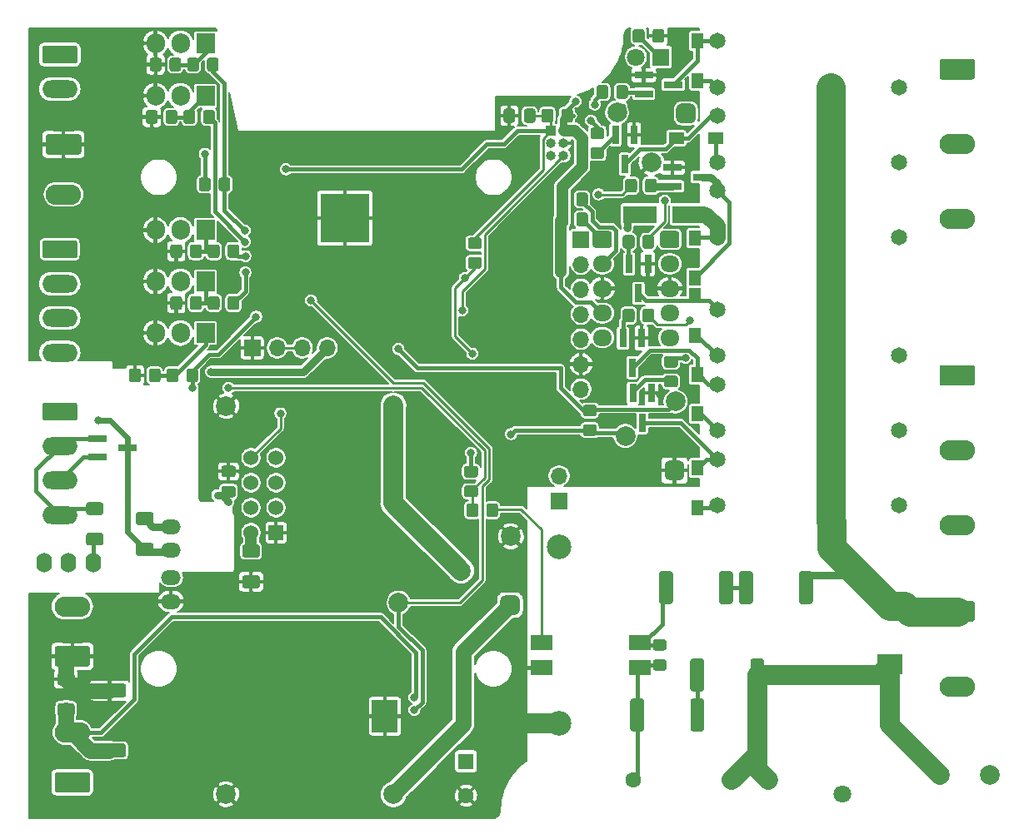
<source format=gbl>
G04 #@! TF.GenerationSoftware,KiCad,Pcbnew,(5.1.8)-1*
G04 #@! TF.CreationDate,2021-07-21T13:46:01+02:00*
G04 #@! TF.ProjectId,sensactOutdoor,73656e73-6163-4744-9f75-74646f6f722e,rev?*
G04 #@! TF.SameCoordinates,Original*
G04 #@! TF.FileFunction,Copper,L2,Bot*
G04 #@! TF.FilePolarity,Positive*
%FSLAX46Y46*%
G04 Gerber Fmt 4.6, Leading zero omitted, Abs format (unit mm)*
G04 Created by KiCad (PCBNEW (5.1.8)-1) date 2021-07-21 13:46:01*
%MOMM*%
%LPD*%
G01*
G04 APERTURE LIST*
G04 #@! TA.AperFunction,ComponentPad*
%ADD10C,1.600000*%
G04 #@! TD*
G04 #@! TA.AperFunction,ComponentPad*
%ADD11R,1.600000X1.600000*%
G04 #@! TD*
G04 #@! TA.AperFunction,ComponentPad*
%ADD12O,1.700000X1.700000*%
G04 #@! TD*
G04 #@! TA.AperFunction,ComponentPad*
%ADD13R,1.700000X1.700000*%
G04 #@! TD*
G04 #@! TA.AperFunction,SMDPad,CuDef*
%ADD14R,1.200000X1.600000*%
G04 #@! TD*
G04 #@! TA.AperFunction,SMDPad,CuDef*
%ADD15R,1.600000X1.200000*%
G04 #@! TD*
G04 #@! TA.AperFunction,ComponentPad*
%ADD16R,5.000000X5.000000*%
G04 #@! TD*
G04 #@! TA.AperFunction,ComponentPad*
%ADD17O,3.600000X2.080000*%
G04 #@! TD*
G04 #@! TA.AperFunction,ComponentPad*
%ADD18O,3.600000X1.800000*%
G04 #@! TD*
G04 #@! TA.AperFunction,ComponentPad*
%ADD19O,1.000000X1.000000*%
G04 #@! TD*
G04 #@! TA.AperFunction,ComponentPad*
%ADD20R,1.000000X1.000000*%
G04 #@! TD*
G04 #@! TA.AperFunction,ComponentPad*
%ADD21C,2.500000*%
G04 #@! TD*
G04 #@! TA.AperFunction,ComponentPad*
%ADD22R,2.500000X2.000000*%
G04 #@! TD*
G04 #@! TA.AperFunction,SMDPad,CuDef*
%ADD23R,2.300000X1.500000*%
G04 #@! TD*
G04 #@! TA.AperFunction,ComponentPad*
%ADD24O,1.905000X2.000000*%
G04 #@! TD*
G04 #@! TA.AperFunction,ComponentPad*
%ADD25R,1.905000X2.000000*%
G04 #@! TD*
G04 #@! TA.AperFunction,ComponentPad*
%ADD26O,2.000000X1.500000*%
G04 #@! TD*
G04 #@! TA.AperFunction,ComponentPad*
%ADD27C,2.000000*%
G04 #@! TD*
G04 #@! TA.AperFunction,ComponentPad*
%ADD28C,1.524000*%
G04 #@! TD*
G04 #@! TA.AperFunction,ComponentPad*
%ADD29R,1.524000X1.524000*%
G04 #@! TD*
G04 #@! TA.AperFunction,ComponentPad*
%ADD30C,1.650000*%
G04 #@! TD*
G04 #@! TA.AperFunction,SMDPad,CuDef*
%ADD31R,1.900000X0.800000*%
G04 #@! TD*
G04 #@! TA.AperFunction,SMDPad,CuDef*
%ADD32R,0.800000X1.900000*%
G04 #@! TD*
G04 #@! TA.AperFunction,ComponentPad*
%ADD33O,1.950000X1.700000*%
G04 #@! TD*
G04 #@! TA.AperFunction,ComponentPad*
%ADD34C,1.800000*%
G04 #@! TD*
G04 #@! TA.AperFunction,ComponentPad*
%ADD35O,1.600000X2.000000*%
G04 #@! TD*
G04 #@! TA.AperFunction,SMDPad,CuDef*
%ADD36R,3.500000X1.800000*%
G04 #@! TD*
G04 #@! TA.AperFunction,ComponentPad*
%ADD37O,3.600000X2.100000*%
G04 #@! TD*
G04 #@! TA.AperFunction,ComponentPad*
%ADD38C,0.100000*%
G04 #@! TD*
G04 #@! TA.AperFunction,ComponentPad*
%ADD39R,1.800000X1.800000*%
G04 #@! TD*
G04 #@! TA.AperFunction,ViaPad*
%ADD40C,0.800000*%
G04 #@! TD*
G04 #@! TA.AperFunction,Conductor*
%ADD41C,0.400000*%
G04 #@! TD*
G04 #@! TA.AperFunction,Conductor*
%ADD42C,1.600000*%
G04 #@! TD*
G04 #@! TA.AperFunction,Conductor*
%ADD43C,2.000000*%
G04 #@! TD*
G04 #@! TA.AperFunction,Conductor*
%ADD44C,0.800000*%
G04 #@! TD*
G04 #@! TA.AperFunction,Conductor*
%ADD45C,1.200000*%
G04 #@! TD*
G04 #@! TA.AperFunction,Conductor*
%ADD46C,0.250000*%
G04 #@! TD*
G04 #@! TA.AperFunction,Conductor*
%ADD47C,3.000000*%
G04 #@! TD*
G04 #@! TA.AperFunction,Conductor*
%ADD48C,0.600000*%
G04 #@! TD*
G04 #@! TA.AperFunction,Conductor*
%ADD49C,0.200000*%
G04 #@! TD*
G04 #@! TA.AperFunction,Conductor*
%ADD50C,0.100000*%
G04 #@! TD*
G04 APERTURE END LIST*
D10*
X69723000Y-99893000D03*
D11*
X69723000Y-96393000D03*
D12*
X79184500Y-67373500D03*
D13*
X79184500Y-69913500D03*
G04 #@! TA.AperFunction,SMDPad,CuDef*
G36*
G01*
X90100999Y-57169000D02*
X91001001Y-57169000D01*
G75*
G02*
X91251000Y-57418999I0J-249999D01*
G01*
X91251000Y-58119001D01*
G75*
G02*
X91001001Y-58369000I-249999J0D01*
G01*
X90100999Y-58369000D01*
G75*
G02*
X89851000Y-58119001I0J249999D01*
G01*
X89851000Y-57418999D01*
G75*
G02*
X90100999Y-57169000I249999J0D01*
G01*
G37*
G04 #@! TD.AperFunction*
G04 #@! TA.AperFunction,SMDPad,CuDef*
G36*
G01*
X90100999Y-55169000D02*
X91001001Y-55169000D01*
G75*
G02*
X91251000Y-55418999I0J-249999D01*
G01*
X91251000Y-56119001D01*
G75*
G02*
X91001001Y-56369000I-249999J0D01*
G01*
X90100999Y-56369000D01*
G75*
G02*
X89851000Y-56119001I0J249999D01*
G01*
X89851000Y-55418999D01*
G75*
G02*
X90100999Y-55169000I249999J0D01*
G01*
G37*
G04 #@! TD.AperFunction*
D14*
X93218000Y-66580000D03*
X93218000Y-70580000D03*
X93218000Y-57055000D03*
X93218000Y-61055000D03*
X92964000Y-49054000D03*
X92964000Y-53054000D03*
X92964000Y-47212000D03*
X92964000Y-43212000D03*
D15*
X91091000Y-33020000D03*
X95091000Y-33020000D03*
D14*
X93218000Y-23146000D03*
X93218000Y-27146000D03*
D16*
X57404000Y-41148000D03*
D12*
X81407000Y-58547000D03*
X81407000Y-56007000D03*
X81407000Y-53467000D03*
X81407000Y-50927000D03*
X81407000Y-48387000D03*
X81407000Y-45847000D03*
D13*
X81407000Y-43307000D03*
G04 #@! TA.AperFunction,SMDPad,CuDef*
G36*
G01*
X31374999Y-73150000D02*
X32625001Y-73150000D01*
G75*
G02*
X32875000Y-73399999I0J-249999D01*
G01*
X32875000Y-74200001D01*
G75*
G02*
X32625001Y-74450000I-249999J0D01*
G01*
X31374999Y-74450000D01*
G75*
G02*
X31125000Y-74200001I0J249999D01*
G01*
X31125000Y-73399999D01*
G75*
G02*
X31374999Y-73150000I249999J0D01*
G01*
G37*
G04 #@! TD.AperFunction*
G04 #@! TA.AperFunction,SMDPad,CuDef*
G36*
G01*
X31374999Y-70050000D02*
X32625001Y-70050000D01*
G75*
G02*
X32875000Y-70299999I0J-249999D01*
G01*
X32875000Y-71100001D01*
G75*
G02*
X32625001Y-71350000I-249999J0D01*
G01*
X31374999Y-71350000D01*
G75*
G02*
X31125000Y-71100001I0J249999D01*
G01*
X31125000Y-70299999D01*
G75*
G02*
X31374999Y-70050000I249999J0D01*
G01*
G37*
G04 #@! TD.AperFunction*
D17*
X29718000Y-93472000D03*
G04 #@! TA.AperFunction,ComponentPad*
G36*
G01*
X31268001Y-99592000D02*
X28167999Y-99592000D01*
G75*
G02*
X27918000Y-99342001I0J249999D01*
G01*
X27918000Y-97761999D01*
G75*
G02*
X28167999Y-97512000I249999J0D01*
G01*
X31268001Y-97512000D01*
G75*
G02*
X31518000Y-97761999I0J-249999D01*
G01*
X31518000Y-99342001D01*
G75*
G02*
X31268001Y-99592000I-249999J0D01*
G01*
G37*
G04 #@! TD.AperFunction*
X29718000Y-80645000D03*
G04 #@! TA.AperFunction,ComponentPad*
G36*
G01*
X31268001Y-86765000D02*
X28167999Y-86765000D01*
G75*
G02*
X27918000Y-86515001I0J249999D01*
G01*
X27918000Y-84934999D01*
G75*
G02*
X28167999Y-84685000I249999J0D01*
G01*
X31268001Y-84685000D01*
G75*
G02*
X31518000Y-84934999I0J-249999D01*
G01*
X31518000Y-86515001D01*
G75*
G02*
X31268001Y-86765000I-249999J0D01*
G01*
G37*
G04 #@! TD.AperFunction*
X28829000Y-38735000D03*
G04 #@! TA.AperFunction,ComponentPad*
G36*
G01*
X27278999Y-32615000D02*
X30379001Y-32615000D01*
G75*
G02*
X30629000Y-32864999I0J-249999D01*
G01*
X30629000Y-34445001D01*
G75*
G02*
X30379001Y-34695000I-249999J0D01*
G01*
X27278999Y-34695000D01*
G75*
G02*
X27029000Y-34445001I0J249999D01*
G01*
X27029000Y-32864999D01*
G75*
G02*
X27278999Y-32615000I249999J0D01*
G01*
G37*
G04 #@! TD.AperFunction*
D18*
X28448000Y-28011000D03*
G04 #@! TA.AperFunction,ComponentPad*
G36*
G01*
X26898000Y-23611000D02*
X29998000Y-23611000D01*
G75*
G02*
X30248000Y-23861000I0J-250000D01*
G01*
X30248000Y-25161000D01*
G75*
G02*
X29998000Y-25411000I-250000J0D01*
G01*
X26898000Y-25411000D01*
G75*
G02*
X26648000Y-25161000I0J250000D01*
G01*
X26648000Y-23861000D01*
G75*
G02*
X26898000Y-23611000I250000J0D01*
G01*
G37*
G04 #@! TD.AperFunction*
D19*
X79629000Y-34798000D03*
X78359000Y-34798000D03*
X79629000Y-33528000D03*
X78359000Y-33528000D03*
X79629000Y-32258000D03*
D20*
X78359000Y-32258000D03*
D21*
X79212000Y-74566000D03*
X79212000Y-92566000D03*
X112812000Y-80566000D03*
D22*
X112812000Y-86566000D03*
D23*
X77423000Y-84328000D03*
X77423000Y-86868000D03*
X87423000Y-86868000D03*
X87423000Y-84328000D03*
G04 #@! TA.AperFunction,SMDPad,CuDef*
G36*
G01*
X88957999Y-86039000D02*
X89858001Y-86039000D01*
G75*
G02*
X90108000Y-86288999I0J-249999D01*
G01*
X90108000Y-86939001D01*
G75*
G02*
X89858001Y-87189000I-249999J0D01*
G01*
X88957999Y-87189000D01*
G75*
G02*
X88708000Y-86939001I0J249999D01*
G01*
X88708000Y-86288999D01*
G75*
G02*
X88957999Y-86039000I249999J0D01*
G01*
G37*
G04 #@! TD.AperFunction*
G04 #@! TA.AperFunction,SMDPad,CuDef*
G36*
G01*
X88957999Y-83989000D02*
X89858001Y-83989000D01*
G75*
G02*
X90108000Y-84238999I0J-249999D01*
G01*
X90108000Y-84889001D01*
G75*
G02*
X89858001Y-85139000I-249999J0D01*
G01*
X88957999Y-85139000D01*
G75*
G02*
X88708000Y-84889001I0J249999D01*
G01*
X88708000Y-84238999D01*
G75*
G02*
X88957999Y-83989000I249999J0D01*
G01*
G37*
G04 #@! TD.AperFunction*
G04 #@! TA.AperFunction,SMDPad,CuDef*
G36*
G01*
X29708001Y-88698500D02*
X28457999Y-88698500D01*
G75*
G02*
X28208000Y-88448501I0J249999D01*
G01*
X28208000Y-87648499D01*
G75*
G02*
X28457999Y-87398500I249999J0D01*
G01*
X29708001Y-87398500D01*
G75*
G02*
X29958000Y-87648499I0J-249999D01*
G01*
X29958000Y-88448501D01*
G75*
G02*
X29708001Y-88698500I-249999J0D01*
G01*
G37*
G04 #@! TD.AperFunction*
G04 #@! TA.AperFunction,SMDPad,CuDef*
G36*
G01*
X29708001Y-91798500D02*
X28457999Y-91798500D01*
G75*
G02*
X28208000Y-91548501I0J249999D01*
G01*
X28208000Y-90748499D01*
G75*
G02*
X28457999Y-90498500I249999J0D01*
G01*
X29708001Y-90498500D01*
G75*
G02*
X29958000Y-90748499I0J-249999D01*
G01*
X29958000Y-91548501D01*
G75*
G02*
X29708001Y-91798500I-249999J0D01*
G01*
G37*
G04 #@! TD.AperFunction*
G04 #@! TA.AperFunction,SMDPad,CuDef*
G36*
G01*
X34925001Y-89900000D02*
X32074999Y-89900000D01*
G75*
G02*
X31825000Y-89650001I0J249999D01*
G01*
X31825000Y-88749999D01*
G75*
G02*
X32074999Y-88500000I249999J0D01*
G01*
X34925001Y-88500000D01*
G75*
G02*
X35175000Y-88749999I0J-249999D01*
G01*
X35175000Y-89650001D01*
G75*
G02*
X34925001Y-89900000I-249999J0D01*
G01*
G37*
G04 #@! TD.AperFunction*
G04 #@! TA.AperFunction,SMDPad,CuDef*
G36*
G01*
X34925001Y-96000000D02*
X32074999Y-96000000D01*
G75*
G02*
X31825000Y-95750001I0J249999D01*
G01*
X31825000Y-94849999D01*
G75*
G02*
X32074999Y-94600000I249999J0D01*
G01*
X34925001Y-94600000D01*
G75*
G02*
X35175000Y-94849999I0J-249999D01*
G01*
X35175000Y-95750001D01*
G75*
G02*
X34925001Y-96000000I-249999J0D01*
G01*
G37*
G04 #@! TD.AperFunction*
D24*
X38163500Y-28702000D03*
X40703500Y-28702000D03*
D25*
X43243500Y-28702000D03*
D26*
X39751000Y-72517000D03*
X39751000Y-74957000D03*
X39751000Y-77697000D03*
X39751000Y-80137000D03*
G04 #@! TA.AperFunction,SMDPad,CuDef*
G36*
G01*
X71062001Y-44304000D02*
X70161999Y-44304000D01*
G75*
G02*
X69912000Y-44054001I0J249999D01*
G01*
X69912000Y-43353999D01*
G75*
G02*
X70161999Y-43104000I249999J0D01*
G01*
X71062001Y-43104000D01*
G75*
G02*
X71312000Y-43353999I0J-249999D01*
G01*
X71312000Y-44054001D01*
G75*
G02*
X71062001Y-44304000I-249999J0D01*
G01*
G37*
G04 #@! TD.AperFunction*
G04 #@! TA.AperFunction,SMDPad,CuDef*
G36*
G01*
X71062001Y-46304000D02*
X70161999Y-46304000D01*
G75*
G02*
X69912000Y-46054001I0J249999D01*
G01*
X69912000Y-45353999D01*
G75*
G02*
X70161999Y-45104000I249999J0D01*
G01*
X71062001Y-45104000D01*
G75*
G02*
X71312000Y-45353999I0J-249999D01*
G01*
X71312000Y-46054001D01*
G75*
G02*
X71062001Y-46304000I-249999J0D01*
G01*
G37*
G04 #@! TD.AperFunction*
D27*
X62348000Y-99760000D03*
X45348000Y-99760000D03*
X45348000Y-60260000D03*
X62348000Y-60260000D03*
D28*
X47879000Y-65532000D03*
X50419000Y-65532000D03*
X47879000Y-68072000D03*
X50419000Y-68072000D03*
X47879000Y-70612000D03*
X50419000Y-70612000D03*
X47879000Y-73152000D03*
D29*
X50419000Y-73152000D03*
D30*
X113750000Y-62739000D03*
X106750000Y-62739000D03*
X95250000Y-58039000D03*
X95250000Y-62739000D03*
G04 #@! TA.AperFunction,SMDPad,CuDef*
G36*
G01*
X47228997Y-77481000D02*
X48529003Y-77481000D01*
G75*
G02*
X48779000Y-77730997I0J-249997D01*
G01*
X48779000Y-78556003D01*
G75*
G02*
X48529003Y-78806000I-249997J0D01*
G01*
X47228997Y-78806000D01*
G75*
G02*
X46979000Y-78556003I0J249997D01*
G01*
X46979000Y-77730997D01*
G75*
G02*
X47228997Y-77481000I249997J0D01*
G01*
G37*
G04 #@! TD.AperFunction*
G04 #@! TA.AperFunction,SMDPad,CuDef*
G36*
G01*
X47228997Y-74356000D02*
X48529003Y-74356000D01*
G75*
G02*
X48779000Y-74605997I0J-249997D01*
G01*
X48779000Y-75431003D01*
G75*
G02*
X48529003Y-75681000I-249997J0D01*
G01*
X47228997Y-75681000D01*
G75*
G02*
X46979000Y-75431003I0J249997D01*
G01*
X46979000Y-74605997D01*
G75*
G02*
X47228997Y-74356000I249997J0D01*
G01*
G37*
G04 #@! TD.AperFunction*
D18*
X28448000Y-71333000D03*
X28448000Y-67833000D03*
X28448000Y-64333000D03*
G04 #@! TA.AperFunction,ComponentPad*
G36*
G01*
X26898000Y-59933000D02*
X29998000Y-59933000D01*
G75*
G02*
X30248000Y-60183000I0J-250000D01*
G01*
X30248000Y-61483000D01*
G75*
G02*
X29998000Y-61733000I-250000J0D01*
G01*
X26898000Y-61733000D01*
G75*
G02*
X26648000Y-61483000I0J250000D01*
G01*
X26648000Y-60183000D01*
G75*
G02*
X26898000Y-59933000I250000J0D01*
G01*
G37*
G04 #@! TD.AperFunction*
D27*
X91015500Y-59809500D03*
X85915500Y-63309500D03*
G04 #@! TA.AperFunction,ComponentPad*
G36*
G01*
X90415500Y-65809500D02*
X91415500Y-65809500D01*
G75*
G02*
X91915500Y-66309500I0J-500000D01*
G01*
X91915500Y-67309500D01*
G75*
G02*
X91415500Y-67809500I-500000J0D01*
G01*
X90415500Y-67809500D01*
G75*
G02*
X89915500Y-67309500I0J500000D01*
G01*
X89915500Y-66309500D01*
G75*
G02*
X90415500Y-65809500I500000J0D01*
G01*
G37*
G04 #@! TD.AperFunction*
D31*
X35306000Y-64516000D03*
X32306000Y-63566000D03*
X32306000Y-65466000D03*
G04 #@! TA.AperFunction,SMDPad,CuDef*
G36*
G01*
X36433997Y-74179000D02*
X37734003Y-74179000D01*
G75*
G02*
X37984000Y-74428997I0J-249997D01*
G01*
X37984000Y-75254003D01*
G75*
G02*
X37734003Y-75504000I-249997J0D01*
G01*
X36433997Y-75504000D01*
G75*
G02*
X36184000Y-75254003I0J249997D01*
G01*
X36184000Y-74428997D01*
G75*
G02*
X36433997Y-74179000I249997J0D01*
G01*
G37*
G04 #@! TD.AperFunction*
G04 #@! TA.AperFunction,SMDPad,CuDef*
G36*
G01*
X36433997Y-71054000D02*
X37734003Y-71054000D01*
G75*
G02*
X37984000Y-71303997I0J-249997D01*
G01*
X37984000Y-72129003D01*
G75*
G02*
X37734003Y-72379000I-249997J0D01*
G01*
X36433997Y-72379000D01*
G75*
G02*
X36184000Y-72129003I0J249997D01*
G01*
X36184000Y-71303997D01*
G75*
G02*
X36433997Y-71054000I249997J0D01*
G01*
G37*
G04 #@! TD.AperFunction*
D32*
X87630000Y-61952000D03*
X88580000Y-58952000D03*
X86680000Y-58952000D03*
D33*
X83566000Y-53307000D03*
X83566000Y-50807000D03*
X83566000Y-48307000D03*
X83566000Y-45807000D03*
G04 #@! TA.AperFunction,ComponentPad*
G36*
G01*
X82841000Y-42457000D02*
X84291000Y-42457000D01*
G75*
G02*
X84541000Y-42707000I0J-250000D01*
G01*
X84541000Y-43907000D01*
G75*
G02*
X84291000Y-44157000I-250000J0D01*
G01*
X82841000Y-44157000D01*
G75*
G02*
X82591000Y-43907000I0J250000D01*
G01*
X82591000Y-42707000D01*
G75*
G02*
X82841000Y-42457000I250000J0D01*
G01*
G37*
G04 #@! TD.AperFunction*
G04 #@! TA.AperFunction,SMDPad,CuDef*
G36*
G01*
X43780000Y-37268999D02*
X43780000Y-38169001D01*
G75*
G02*
X43530001Y-38419000I-249999J0D01*
G01*
X42829999Y-38419000D01*
G75*
G02*
X42580000Y-38169001I0J249999D01*
G01*
X42580000Y-37268999D01*
G75*
G02*
X42829999Y-37019000I249999J0D01*
G01*
X43530001Y-37019000D01*
G75*
G02*
X43780000Y-37268999I0J-249999D01*
G01*
G37*
G04 #@! TD.AperFunction*
G04 #@! TA.AperFunction,SMDPad,CuDef*
G36*
G01*
X45780000Y-37268999D02*
X45780000Y-38169001D01*
G75*
G02*
X45530001Y-38419000I-249999J0D01*
G01*
X44829999Y-38419000D01*
G75*
G02*
X44580000Y-38169001I0J249999D01*
G01*
X44580000Y-37268999D01*
G75*
G02*
X44829999Y-37019000I249999J0D01*
G01*
X45530001Y-37019000D01*
G75*
G02*
X45780000Y-37268999I0J-249999D01*
G01*
G37*
G04 #@! TD.AperFunction*
D30*
X113750000Y-43053000D03*
X106750000Y-43053000D03*
X95250000Y-38353000D03*
X95250000Y-43053000D03*
D34*
X107957000Y-99698000D03*
X100457000Y-98298000D03*
D35*
X29337000Y-76200000D03*
X26837000Y-76200000D03*
X31837000Y-76200000D03*
D30*
X113750000Y-70358000D03*
X106750000Y-70358000D03*
X95250000Y-65658000D03*
X95250000Y-70358000D03*
D31*
X90781000Y-27559000D03*
X87781000Y-26609000D03*
X87781000Y-28509000D03*
D27*
X85075000Y-30400000D03*
X88575000Y-35500000D03*
G04 #@! TA.AperFunction,ComponentPad*
G36*
G01*
X91075000Y-31000000D02*
X91075000Y-30000000D01*
G75*
G02*
X91575000Y-29500000I500000J0D01*
G01*
X92575000Y-29500000D01*
G75*
G02*
X93075000Y-30000000I0J-500000D01*
G01*
X93075000Y-31000000D01*
G75*
G02*
X92575000Y-31500000I-500000J0D01*
G01*
X91575000Y-31500000D01*
G75*
G02*
X91075000Y-31000000I0J500000D01*
G01*
G37*
G04 #@! TD.AperFunction*
X74295000Y-73518000D03*
X69195000Y-77018000D03*
G04 #@! TA.AperFunction,ComponentPad*
G36*
G01*
X73695000Y-79518000D02*
X74695000Y-79518000D01*
G75*
G02*
X75195000Y-80018000I0J-500000D01*
G01*
X75195000Y-81018000D01*
G75*
G02*
X74695000Y-81518000I-500000J0D01*
G01*
X73695000Y-81518000D01*
G75*
G02*
X73195000Y-81018000I0J500000D01*
G01*
X73195000Y-80018000D01*
G75*
G02*
X73695000Y-79518000I500000J0D01*
G01*
G37*
G04 #@! TD.AperFunction*
D30*
X113750000Y-55118000D03*
X106750000Y-55118000D03*
X95250000Y-50418000D03*
X95250000Y-55118000D03*
X113750000Y-35433000D03*
X106750000Y-35433000D03*
X95250000Y-30733000D03*
X95250000Y-35433000D03*
X113750000Y-27813000D03*
X106750000Y-27813000D03*
X95250000Y-23113000D03*
X95250000Y-27813000D03*
G04 #@! TA.AperFunction,SMDPad,CuDef*
G36*
G01*
X92520000Y-93119001D02*
X92520000Y-90268999D01*
G75*
G02*
X92769999Y-90019000I249999J0D01*
G01*
X93670001Y-90019000D01*
G75*
G02*
X93920000Y-90268999I0J-249999D01*
G01*
X93920000Y-93119001D01*
G75*
G02*
X93670001Y-93369000I-249999J0D01*
G01*
X92769999Y-93369000D01*
G75*
G02*
X92520000Y-93119001I0J249999D01*
G01*
G37*
G04 #@! TD.AperFunction*
G04 #@! TA.AperFunction,SMDPad,CuDef*
G36*
G01*
X86420000Y-93119001D02*
X86420000Y-90268999D01*
G75*
G02*
X86669999Y-90019000I249999J0D01*
G01*
X87570001Y-90019000D01*
G75*
G02*
X87820000Y-90268999I0J-249999D01*
G01*
X87820000Y-93119001D01*
G75*
G02*
X87570001Y-93369000I-249999J0D01*
G01*
X86669999Y-93369000D01*
G75*
G02*
X86420000Y-93119001I0J249999D01*
G01*
G37*
G04 #@! TD.AperFunction*
G04 #@! TA.AperFunction,SMDPad,CuDef*
G36*
G01*
X70974000Y-70415999D02*
X70974000Y-71316001D01*
G75*
G02*
X70724001Y-71566000I-249999J0D01*
G01*
X70023999Y-71566000D01*
G75*
G02*
X69774000Y-71316001I0J249999D01*
G01*
X69774000Y-70415999D01*
G75*
G02*
X70023999Y-70166000I249999J0D01*
G01*
X70724001Y-70166000D01*
G75*
G02*
X70974000Y-70415999I0J-249999D01*
G01*
G37*
G04 #@! TD.AperFunction*
G04 #@! TA.AperFunction,SMDPad,CuDef*
G36*
G01*
X72974000Y-70415999D02*
X72974000Y-71316001D01*
G75*
G02*
X72724001Y-71566000I-249999J0D01*
G01*
X72023999Y-71566000D01*
G75*
G02*
X71774000Y-71316001I0J249999D01*
G01*
X71774000Y-70415999D01*
G75*
G02*
X72023999Y-70166000I249999J0D01*
G01*
X72724001Y-70166000D01*
G75*
G02*
X72974000Y-70415999I0J-249999D01*
G01*
G37*
G04 #@! TD.AperFunction*
G04 #@! TA.AperFunction,SMDPad,CuDef*
G36*
G01*
X98616000Y-89055001D02*
X98616000Y-86204999D01*
G75*
G02*
X98865999Y-85955000I249999J0D01*
G01*
X99766001Y-85955000D01*
G75*
G02*
X100016000Y-86204999I0J-249999D01*
G01*
X100016000Y-89055001D01*
G75*
G02*
X99766001Y-89305000I-249999J0D01*
G01*
X98865999Y-89305000D01*
G75*
G02*
X98616000Y-89055001I0J249999D01*
G01*
G37*
G04 #@! TD.AperFunction*
G04 #@! TA.AperFunction,SMDPad,CuDef*
G36*
G01*
X92516000Y-89055001D02*
X92516000Y-86204999D01*
G75*
G02*
X92765999Y-85955000I249999J0D01*
G01*
X93666001Y-85955000D01*
G75*
G02*
X93916000Y-86204999I0J-249999D01*
G01*
X93916000Y-89055001D01*
G75*
G02*
X93666001Y-89305000I-249999J0D01*
G01*
X92765999Y-89305000D01*
G75*
G02*
X92516000Y-89055001I0J249999D01*
G01*
G37*
G04 #@! TD.AperFunction*
G04 #@! TA.AperFunction,SMDPad,CuDef*
G36*
G01*
X103569000Y-80165001D02*
X103569000Y-77314999D01*
G75*
G02*
X103818999Y-77065000I249999J0D01*
G01*
X104719001Y-77065000D01*
G75*
G02*
X104969000Y-77314999I0J-249999D01*
G01*
X104969000Y-80165001D01*
G75*
G02*
X104719001Y-80415000I-249999J0D01*
G01*
X103818999Y-80415000D01*
G75*
G02*
X103569000Y-80165001I0J249999D01*
G01*
G37*
G04 #@! TD.AperFunction*
G04 #@! TA.AperFunction,SMDPad,CuDef*
G36*
G01*
X97469000Y-80165001D02*
X97469000Y-77314999D01*
G75*
G02*
X97718999Y-77065000I249999J0D01*
G01*
X98619001Y-77065000D01*
G75*
G02*
X98869000Y-77314999I0J-249999D01*
G01*
X98869000Y-80165001D01*
G75*
G02*
X98619001Y-80415000I-249999J0D01*
G01*
X97718999Y-80415000D01*
G75*
G02*
X97469000Y-80165001I0J249999D01*
G01*
G37*
G04 #@! TD.AperFunction*
G04 #@! TA.AperFunction,SMDPad,CuDef*
G36*
G01*
X95441000Y-80165001D02*
X95441000Y-77314999D01*
G75*
G02*
X95690999Y-77065000I249999J0D01*
G01*
X96591001Y-77065000D01*
G75*
G02*
X96841000Y-77314999I0J-249999D01*
G01*
X96841000Y-80165001D01*
G75*
G02*
X96591001Y-80415000I-249999J0D01*
G01*
X95690999Y-80415000D01*
G75*
G02*
X95441000Y-80165001I0J249999D01*
G01*
G37*
G04 #@! TD.AperFunction*
G04 #@! TA.AperFunction,SMDPad,CuDef*
G36*
G01*
X89341000Y-80165001D02*
X89341000Y-77314999D01*
G75*
G02*
X89590999Y-77065000I249999J0D01*
G01*
X90491001Y-77065000D01*
G75*
G02*
X90741000Y-77314999I0J-249999D01*
G01*
X90741000Y-80165001D01*
G75*
G02*
X90491001Y-80415000I-249999J0D01*
G01*
X89590999Y-80415000D01*
G75*
G02*
X89341000Y-80165001I0J249999D01*
G01*
G37*
G04 #@! TD.AperFunction*
D10*
X86741000Y-98298000D03*
X96741000Y-98298000D03*
G04 #@! TA.AperFunction,SMDPad,CuDef*
G36*
G01*
X70681001Y-67545000D02*
X69780999Y-67545000D01*
G75*
G02*
X69531000Y-67295001I0J249999D01*
G01*
X69531000Y-66594999D01*
G75*
G02*
X69780999Y-66345000I249999J0D01*
G01*
X70681001Y-66345000D01*
G75*
G02*
X70931000Y-66594999I0J-249999D01*
G01*
X70931000Y-67295001D01*
G75*
G02*
X70681001Y-67545000I-249999J0D01*
G01*
G37*
G04 #@! TD.AperFunction*
G04 #@! TA.AperFunction,SMDPad,CuDef*
G36*
G01*
X70681001Y-69545000D02*
X69780999Y-69545000D01*
G75*
G02*
X69531000Y-69295001I0J249999D01*
G01*
X69531000Y-68594999D01*
G75*
G02*
X69780999Y-68345000I249999J0D01*
G01*
X70681001Y-68345000D01*
G75*
G02*
X70931000Y-68594999I0J-249999D01*
G01*
X70931000Y-69295001D01*
G75*
G02*
X70681001Y-69545000I-249999J0D01*
G01*
G37*
G04 #@! TD.AperFunction*
D36*
X92416000Y-40767000D03*
X87416000Y-40767000D03*
D27*
X122936000Y-97790000D03*
X117856000Y-97790000D03*
D12*
X55626000Y-54356000D03*
X53086000Y-54356000D03*
X50546000Y-54356000D03*
D13*
X48006000Y-54356000D03*
D27*
X62865000Y-80264000D03*
D37*
X119634000Y-88773000D03*
G04 #@! TA.AperFunction,ComponentPad*
G36*
G01*
X118083999Y-80103000D02*
X121184001Y-80103000D01*
G75*
G02*
X121434000Y-80352999I0J-249999D01*
G01*
X121434000Y-81953001D01*
G75*
G02*
X121184001Y-82203000I-249999J0D01*
G01*
X118083999Y-82203000D01*
G75*
G02*
X117834000Y-81953001I0J249999D01*
G01*
X117834000Y-80352999D01*
G75*
G02*
X118083999Y-80103000I249999J0D01*
G01*
G37*
G04 #@! TD.AperFunction*
X119634000Y-72390000D03*
X119634000Y-64770000D03*
G04 #@! TA.AperFunction,ComponentPad*
G36*
G01*
X118083999Y-56100000D02*
X121184001Y-56100000D01*
G75*
G02*
X121434000Y-56349999I0J-249999D01*
G01*
X121434000Y-57950001D01*
G75*
G02*
X121184001Y-58200000I-249999J0D01*
G01*
X118083999Y-58200000D01*
G75*
G02*
X117834000Y-57950001I0J249999D01*
G01*
X117834000Y-56349999D01*
G75*
G02*
X118083999Y-56100000I249999J0D01*
G01*
G37*
G04 #@! TD.AperFunction*
X119634000Y-41240000D03*
X119634000Y-33620000D03*
G04 #@! TA.AperFunction,ComponentPad*
G36*
G01*
X118083999Y-24950000D02*
X121184001Y-24950000D01*
G75*
G02*
X121434000Y-25199999I0J-249999D01*
G01*
X121434000Y-26800001D01*
G75*
G02*
X121184001Y-27050000I-249999J0D01*
G01*
X118083999Y-27050000D01*
G75*
G02*
X117834000Y-26800001I0J249999D01*
G01*
X117834000Y-25199999D01*
G75*
G02*
X118083999Y-24950000I249999J0D01*
G01*
G37*
G04 #@! TD.AperFunction*
G04 #@! TA.AperFunction,ComponentPad*
D38*
G36*
X62768000Y-90171000D02*
G01*
X62768000Y-93471000D01*
X60168000Y-93471000D01*
X60168000Y-90171000D01*
X62768000Y-90171000D01*
G37*
G04 #@! TD.AperFunction*
G04 #@! TA.AperFunction,SMDPad,CuDef*
G36*
G01*
X82746001Y-61322000D02*
X81845999Y-61322000D01*
G75*
G02*
X81596000Y-61072001I0J249999D01*
G01*
X81596000Y-60371999D01*
G75*
G02*
X81845999Y-60122000I249999J0D01*
G01*
X82746001Y-60122000D01*
G75*
G02*
X82996000Y-60371999I0J-249999D01*
G01*
X82996000Y-61072001D01*
G75*
G02*
X82746001Y-61322000I-249999J0D01*
G01*
G37*
G04 #@! TD.AperFunction*
G04 #@! TA.AperFunction,SMDPad,CuDef*
G36*
G01*
X82746001Y-63322000D02*
X81845999Y-63322000D01*
G75*
G02*
X81596000Y-63072001I0J249999D01*
G01*
X81596000Y-62371999D01*
G75*
G02*
X81845999Y-62122000I249999J0D01*
G01*
X82746001Y-62122000D01*
G75*
G02*
X82996000Y-62371999I0J-249999D01*
G01*
X82996000Y-63072001D01*
G75*
G02*
X82746001Y-63322000I-249999J0D01*
G01*
G37*
G04 #@! TD.AperFunction*
G04 #@! TA.AperFunction,SMDPad,CuDef*
G36*
G01*
X46068000Y-67495000D02*
X45118000Y-67495000D01*
G75*
G02*
X44868000Y-67245000I0J250000D01*
G01*
X44868000Y-66570000D01*
G75*
G02*
X45118000Y-66320000I250000J0D01*
G01*
X46068000Y-66320000D01*
G75*
G02*
X46318000Y-66570000I0J-250000D01*
G01*
X46318000Y-67245000D01*
G75*
G02*
X46068000Y-67495000I-250000J0D01*
G01*
G37*
G04 #@! TD.AperFunction*
G04 #@! TA.AperFunction,SMDPad,CuDef*
G36*
G01*
X46068000Y-69570000D02*
X45118000Y-69570000D01*
G75*
G02*
X44868000Y-69320000I0J250000D01*
G01*
X44868000Y-68645000D01*
G75*
G02*
X45118000Y-68395000I250000J0D01*
G01*
X46068000Y-68395000D01*
G75*
G02*
X46318000Y-68645000I0J-250000D01*
G01*
X46318000Y-69320000D01*
G75*
G02*
X46068000Y-69570000I-250000J0D01*
G01*
G37*
G04 #@! TD.AperFunction*
G04 #@! TA.AperFunction,SMDPad,CuDef*
G36*
G01*
X80918000Y-39693001D02*
X80918000Y-38792999D01*
G75*
G02*
X81167999Y-38543000I249999J0D01*
G01*
X81868001Y-38543000D01*
G75*
G02*
X82118000Y-38792999I0J-249999D01*
G01*
X82118000Y-39693001D01*
G75*
G02*
X81868001Y-39943000I-249999J0D01*
G01*
X81167999Y-39943000D01*
G75*
G02*
X80918000Y-39693001I0J249999D01*
G01*
G37*
G04 #@! TD.AperFunction*
G04 #@! TA.AperFunction,SMDPad,CuDef*
G36*
G01*
X78918000Y-39693001D02*
X78918000Y-38792999D01*
G75*
G02*
X79167999Y-38543000I249999J0D01*
G01*
X79868001Y-38543000D01*
G75*
G02*
X80118000Y-38792999I0J-249999D01*
G01*
X80118000Y-39693001D01*
G75*
G02*
X79868001Y-39943000I-249999J0D01*
G01*
X79167999Y-39943000D01*
G75*
G02*
X78918000Y-39693001I0J249999D01*
G01*
G37*
G04 #@! TD.AperFunction*
G04 #@! TA.AperFunction,SMDPad,CuDef*
G36*
G01*
X80918000Y-41725001D02*
X80918000Y-40824999D01*
G75*
G02*
X81167999Y-40575000I249999J0D01*
G01*
X81868001Y-40575000D01*
G75*
G02*
X82118000Y-40824999I0J-249999D01*
G01*
X82118000Y-41725001D01*
G75*
G02*
X81868001Y-41975000I-249999J0D01*
G01*
X81167999Y-41975000D01*
G75*
G02*
X80918000Y-41725001I0J249999D01*
G01*
G37*
G04 #@! TD.AperFunction*
G04 #@! TA.AperFunction,SMDPad,CuDef*
G36*
G01*
X78918000Y-41725001D02*
X78918000Y-40824999D01*
G75*
G02*
X79167999Y-40575000I249999J0D01*
G01*
X79868001Y-40575000D01*
G75*
G02*
X80118000Y-40824999I0J-249999D01*
G01*
X80118000Y-41725001D01*
G75*
G02*
X79868001Y-41975000I-249999J0D01*
G01*
X79167999Y-41975000D01*
G75*
G02*
X78918000Y-41725001I0J249999D01*
G01*
G37*
G04 #@! TD.AperFunction*
G04 #@! TA.AperFunction,SMDPad,CuDef*
G36*
G01*
X79394000Y-31184001D02*
X79394000Y-30283999D01*
G75*
G02*
X79643999Y-30034000I249999J0D01*
G01*
X80344001Y-30034000D01*
G75*
G02*
X80594000Y-30283999I0J-249999D01*
G01*
X80594000Y-31184001D01*
G75*
G02*
X80344001Y-31434000I-249999J0D01*
G01*
X79643999Y-31434000D01*
G75*
G02*
X79394000Y-31184001I0J249999D01*
G01*
G37*
G04 #@! TD.AperFunction*
G04 #@! TA.AperFunction,SMDPad,CuDef*
G36*
G01*
X77394000Y-31184001D02*
X77394000Y-30283999D01*
G75*
G02*
X77643999Y-30034000I249999J0D01*
G01*
X78344001Y-30034000D01*
G75*
G02*
X78594000Y-30283999I0J-249999D01*
G01*
X78594000Y-31184001D01*
G75*
G02*
X78344001Y-31434000I-249999J0D01*
G01*
X77643999Y-31434000D01*
G75*
G02*
X77394000Y-31184001I0J249999D01*
G01*
G37*
G04 #@! TD.AperFunction*
G04 #@! TA.AperFunction,SMDPad,CuDef*
G36*
G01*
X75612500Y-31209000D02*
X75612500Y-30259000D01*
G75*
G02*
X75862500Y-30009000I250000J0D01*
G01*
X76537500Y-30009000D01*
G75*
G02*
X76787500Y-30259000I0J-250000D01*
G01*
X76787500Y-31209000D01*
G75*
G02*
X76537500Y-31459000I-250000J0D01*
G01*
X75862500Y-31459000D01*
G75*
G02*
X75612500Y-31209000I0J250000D01*
G01*
G37*
G04 #@! TD.AperFunction*
G04 #@! TA.AperFunction,SMDPad,CuDef*
G36*
G01*
X73537500Y-31209000D02*
X73537500Y-30259000D01*
G75*
G02*
X73787500Y-30009000I250000J0D01*
G01*
X74462500Y-30009000D01*
G75*
G02*
X74712500Y-30259000I0J-250000D01*
G01*
X74712500Y-31209000D01*
G75*
G02*
X74462500Y-31459000I-250000J0D01*
G01*
X73787500Y-31459000D01*
G75*
G02*
X73537500Y-31209000I0J250000D01*
G01*
G37*
G04 #@! TD.AperFunction*
G04 #@! TA.AperFunction,SMDPad,CuDef*
G36*
G01*
X44685000Y-49333999D02*
X44685000Y-50234001D01*
G75*
G02*
X44435001Y-50484000I-249999J0D01*
G01*
X43734999Y-50484000D01*
G75*
G02*
X43485000Y-50234001I0J249999D01*
G01*
X43485000Y-49333999D01*
G75*
G02*
X43734999Y-49084000I249999J0D01*
G01*
X44435001Y-49084000D01*
G75*
G02*
X44685000Y-49333999I0J-249999D01*
G01*
G37*
G04 #@! TD.AperFunction*
G04 #@! TA.AperFunction,SMDPad,CuDef*
G36*
G01*
X46685000Y-49333999D02*
X46685000Y-50234001D01*
G75*
G02*
X46435001Y-50484000I-249999J0D01*
G01*
X45734999Y-50484000D01*
G75*
G02*
X45485000Y-50234001I0J249999D01*
G01*
X45485000Y-49333999D01*
G75*
G02*
X45734999Y-49084000I249999J0D01*
G01*
X46435001Y-49084000D01*
G75*
G02*
X46685000Y-49333999I0J-249999D01*
G01*
G37*
G04 #@! TD.AperFunction*
G04 #@! TA.AperFunction,SMDPad,CuDef*
G36*
G01*
X44685000Y-44063499D02*
X44685000Y-44963501D01*
G75*
G02*
X44435001Y-45213500I-249999J0D01*
G01*
X43734999Y-45213500D01*
G75*
G02*
X43485000Y-44963501I0J249999D01*
G01*
X43485000Y-44063499D01*
G75*
G02*
X43734999Y-43813500I249999J0D01*
G01*
X44435001Y-43813500D01*
G75*
G02*
X44685000Y-44063499I0J-249999D01*
G01*
G37*
G04 #@! TD.AperFunction*
G04 #@! TA.AperFunction,SMDPad,CuDef*
G36*
G01*
X46685000Y-44063499D02*
X46685000Y-44963501D01*
G75*
G02*
X46435001Y-45213500I-249999J0D01*
G01*
X45734999Y-45213500D01*
G75*
G02*
X45485000Y-44963501I0J249999D01*
G01*
X45485000Y-44063499D01*
G75*
G02*
X45734999Y-43813500I249999J0D01*
G01*
X46435001Y-43813500D01*
G75*
G02*
X46685000Y-44063499I0J-249999D01*
G01*
G37*
G04 #@! TD.AperFunction*
D33*
X90424000Y-53307000D03*
X90424000Y-50807000D03*
X90424000Y-48307000D03*
X90424000Y-45807000D03*
G04 #@! TA.AperFunction,ComponentPad*
G36*
G01*
X89699000Y-42457000D02*
X91149000Y-42457000D01*
G75*
G02*
X91399000Y-42707000I0J-250000D01*
G01*
X91399000Y-43907000D01*
G75*
G02*
X91149000Y-44157000I-250000J0D01*
G01*
X89699000Y-44157000D01*
G75*
G02*
X89449000Y-43907000I0J250000D01*
G01*
X89449000Y-42707000D01*
G75*
G02*
X89699000Y-42457000I250000J0D01*
G01*
G37*
G04 #@! TD.AperFunction*
G04 #@! TA.AperFunction,SMDPad,CuDef*
G36*
G01*
X86849000Y-50603999D02*
X86849000Y-51504001D01*
G75*
G02*
X86599001Y-51754000I-249999J0D01*
G01*
X85898999Y-51754000D01*
G75*
G02*
X85649000Y-51504001I0J249999D01*
G01*
X85649000Y-50603999D01*
G75*
G02*
X85898999Y-50354000I249999J0D01*
G01*
X86599001Y-50354000D01*
G75*
G02*
X86849000Y-50603999I0J-249999D01*
G01*
G37*
G04 #@! TD.AperFunction*
G04 #@! TA.AperFunction,SMDPad,CuDef*
G36*
G01*
X88849000Y-50603999D02*
X88849000Y-51504001D01*
G75*
G02*
X88599001Y-51754000I-249999J0D01*
G01*
X87898999Y-51754000D01*
G75*
G02*
X87649000Y-51504001I0J249999D01*
G01*
X87649000Y-50603999D01*
G75*
G02*
X87898999Y-50354000I249999J0D01*
G01*
X88599001Y-50354000D01*
G75*
G02*
X88849000Y-50603999I0J-249999D01*
G01*
G37*
G04 #@! TD.AperFunction*
D32*
X86614000Y-56364000D03*
X87564000Y-53364000D03*
X85664000Y-53364000D03*
D18*
X28448000Y-54823000D03*
X28448000Y-51323000D03*
X28448000Y-47823000D03*
G04 #@! TA.AperFunction,ComponentPad*
G36*
G01*
X26898000Y-43423000D02*
X29998000Y-43423000D01*
G75*
G02*
X30248000Y-43673000I0J-250000D01*
G01*
X30248000Y-44973000D01*
G75*
G02*
X29998000Y-45223000I-250000J0D01*
G01*
X26898000Y-45223000D01*
G75*
G02*
X26648000Y-44973000I0J250000D01*
G01*
X26648000Y-43673000D01*
G75*
G02*
X26898000Y-43423000I250000J0D01*
G01*
G37*
G04 #@! TD.AperFunction*
G04 #@! TA.AperFunction,SMDPad,CuDef*
G36*
G01*
X40875000Y-49333999D02*
X40875000Y-50234001D01*
G75*
G02*
X40625001Y-50484000I-249999J0D01*
G01*
X39924999Y-50484000D01*
G75*
G02*
X39675000Y-50234001I0J249999D01*
G01*
X39675000Y-49333999D01*
G75*
G02*
X39924999Y-49084000I249999J0D01*
G01*
X40625001Y-49084000D01*
G75*
G02*
X40875000Y-49333999I0J-249999D01*
G01*
G37*
G04 #@! TD.AperFunction*
G04 #@! TA.AperFunction,SMDPad,CuDef*
G36*
G01*
X42875000Y-49333999D02*
X42875000Y-50234001D01*
G75*
G02*
X42625001Y-50484000I-249999J0D01*
G01*
X41924999Y-50484000D01*
G75*
G02*
X41675000Y-50234001I0J249999D01*
G01*
X41675000Y-49333999D01*
G75*
G02*
X41924999Y-49084000I249999J0D01*
G01*
X42625001Y-49084000D01*
G75*
G02*
X42875000Y-49333999I0J-249999D01*
G01*
G37*
G04 #@! TD.AperFunction*
G04 #@! TA.AperFunction,SMDPad,CuDef*
G36*
G01*
X40875000Y-44063499D02*
X40875000Y-44963501D01*
G75*
G02*
X40625001Y-45213500I-249999J0D01*
G01*
X39924999Y-45213500D01*
G75*
G02*
X39675000Y-44963501I0J249999D01*
G01*
X39675000Y-44063499D01*
G75*
G02*
X39924999Y-43813500I249999J0D01*
G01*
X40625001Y-43813500D01*
G75*
G02*
X40875000Y-44063499I0J-249999D01*
G01*
G37*
G04 #@! TD.AperFunction*
G04 #@! TA.AperFunction,SMDPad,CuDef*
G36*
G01*
X42875000Y-44063499D02*
X42875000Y-44963501D01*
G75*
G02*
X42625001Y-45213500I-249999J0D01*
G01*
X41924999Y-45213500D01*
G75*
G02*
X41675000Y-44963501I0J249999D01*
G01*
X41675000Y-44063499D01*
G75*
G02*
X41924999Y-43813500I249999J0D01*
G01*
X42625001Y-43813500D01*
G75*
G02*
X42875000Y-44063499I0J-249999D01*
G01*
G37*
G04 #@! TD.AperFunction*
G04 #@! TA.AperFunction,SMDPad,CuDef*
G36*
G01*
X38398500Y-30410999D02*
X38398500Y-31311001D01*
G75*
G02*
X38148501Y-31561000I-249999J0D01*
G01*
X37448499Y-31561000D01*
G75*
G02*
X37198500Y-31311001I0J249999D01*
G01*
X37198500Y-30410999D01*
G75*
G02*
X37448499Y-30161000I249999J0D01*
G01*
X38148501Y-30161000D01*
G75*
G02*
X38398500Y-30410999I0J-249999D01*
G01*
G37*
G04 #@! TD.AperFunction*
G04 #@! TA.AperFunction,SMDPad,CuDef*
G36*
G01*
X40398500Y-30410999D02*
X40398500Y-31311001D01*
G75*
G02*
X40148501Y-31561000I-249999J0D01*
G01*
X39448499Y-31561000D01*
G75*
G02*
X39198500Y-31311001I0J249999D01*
G01*
X39198500Y-30410999D01*
G75*
G02*
X39448499Y-30161000I249999J0D01*
G01*
X40148501Y-30161000D01*
G75*
G02*
X40398500Y-30410999I0J-249999D01*
G01*
G37*
G04 #@! TD.AperFunction*
G04 #@! TA.AperFunction,SMDPad,CuDef*
G36*
G01*
X42208500Y-30410999D02*
X42208500Y-31311001D01*
G75*
G02*
X41958501Y-31561000I-249999J0D01*
G01*
X41258499Y-31561000D01*
G75*
G02*
X41008500Y-31311001I0J249999D01*
G01*
X41008500Y-30410999D01*
G75*
G02*
X41258499Y-30161000I249999J0D01*
G01*
X41958501Y-30161000D01*
G75*
G02*
X42208500Y-30410999I0J-249999D01*
G01*
G37*
G04 #@! TD.AperFunction*
G04 #@! TA.AperFunction,SMDPad,CuDef*
G36*
G01*
X44208500Y-30410999D02*
X44208500Y-31311001D01*
G75*
G02*
X43958501Y-31561000I-249999J0D01*
G01*
X43258499Y-31561000D01*
G75*
G02*
X43008500Y-31311001I0J249999D01*
G01*
X43008500Y-30410999D01*
G75*
G02*
X43258499Y-30161000I249999J0D01*
G01*
X43958501Y-30161000D01*
G75*
G02*
X44208500Y-30410999I0J-249999D01*
G01*
G37*
G04 #@! TD.AperFunction*
G04 #@! TA.AperFunction,SMDPad,CuDef*
G36*
G01*
X38779500Y-25076999D02*
X38779500Y-25977001D01*
G75*
G02*
X38529501Y-26227000I-249999J0D01*
G01*
X37829499Y-26227000D01*
G75*
G02*
X37579500Y-25977001I0J249999D01*
G01*
X37579500Y-25076999D01*
G75*
G02*
X37829499Y-24827000I249999J0D01*
G01*
X38529501Y-24827000D01*
G75*
G02*
X38779500Y-25076999I0J-249999D01*
G01*
G37*
G04 #@! TD.AperFunction*
G04 #@! TA.AperFunction,SMDPad,CuDef*
G36*
G01*
X40779500Y-25076999D02*
X40779500Y-25977001D01*
G75*
G02*
X40529501Y-26227000I-249999J0D01*
G01*
X39829499Y-26227000D01*
G75*
G02*
X39579500Y-25977001I0J249999D01*
G01*
X39579500Y-25076999D01*
G75*
G02*
X39829499Y-24827000I249999J0D01*
G01*
X40529501Y-24827000D01*
G75*
G02*
X40779500Y-25076999I0J-249999D01*
G01*
G37*
G04 #@! TD.AperFunction*
G04 #@! TA.AperFunction,SMDPad,CuDef*
G36*
G01*
X42589500Y-25076999D02*
X42589500Y-25977001D01*
G75*
G02*
X42339501Y-26227000I-249999J0D01*
G01*
X41639499Y-26227000D01*
G75*
G02*
X41389500Y-25977001I0J249999D01*
G01*
X41389500Y-25076999D01*
G75*
G02*
X41639499Y-24827000I249999J0D01*
G01*
X42339501Y-24827000D01*
G75*
G02*
X42589500Y-25076999I0J-249999D01*
G01*
G37*
G04 #@! TD.AperFunction*
G04 #@! TA.AperFunction,SMDPad,CuDef*
G36*
G01*
X44589500Y-25076999D02*
X44589500Y-25977001D01*
G75*
G02*
X44339501Y-26227000I-249999J0D01*
G01*
X43639499Y-26227000D01*
G75*
G02*
X43389500Y-25977001I0J249999D01*
G01*
X43389500Y-25076999D01*
G75*
G02*
X43639499Y-24827000I249999J0D01*
G01*
X44339501Y-24827000D01*
G75*
G02*
X44589500Y-25076999I0J-249999D01*
G01*
G37*
G04 #@! TD.AperFunction*
G04 #@! TA.AperFunction,SMDPad,CuDef*
G36*
G01*
X88665000Y-23056001D02*
X88665000Y-22155999D01*
G75*
G02*
X88914999Y-21906000I249999J0D01*
G01*
X89615001Y-21906000D01*
G75*
G02*
X89865000Y-22155999I0J-249999D01*
G01*
X89865000Y-23056001D01*
G75*
G02*
X89615001Y-23306000I-249999J0D01*
G01*
X88914999Y-23306000D01*
G75*
G02*
X88665000Y-23056001I0J249999D01*
G01*
G37*
G04 #@! TD.AperFunction*
G04 #@! TA.AperFunction,SMDPad,CuDef*
G36*
G01*
X86665000Y-23056001D02*
X86665000Y-22155999D01*
G75*
G02*
X86914999Y-21906000I249999J0D01*
G01*
X87615001Y-21906000D01*
G75*
G02*
X87865000Y-22155999I0J-249999D01*
G01*
X87865000Y-23056001D01*
G75*
G02*
X87615001Y-23306000I-249999J0D01*
G01*
X86914999Y-23306000D01*
G75*
G02*
X86665000Y-23056001I0J249999D01*
G01*
G37*
G04 #@! TD.AperFunction*
G04 #@! TA.AperFunction,SMDPad,CuDef*
G36*
G01*
X36684000Y-56699999D02*
X36684000Y-57600001D01*
G75*
G02*
X36434001Y-57850000I-249999J0D01*
G01*
X35733999Y-57850000D01*
G75*
G02*
X35484000Y-57600001I0J249999D01*
G01*
X35484000Y-56699999D01*
G75*
G02*
X35733999Y-56450000I249999J0D01*
G01*
X36434001Y-56450000D01*
G75*
G02*
X36684000Y-56699999I0J-249999D01*
G01*
G37*
G04 #@! TD.AperFunction*
G04 #@! TA.AperFunction,SMDPad,CuDef*
G36*
G01*
X38684000Y-56699999D02*
X38684000Y-57600001D01*
G75*
G02*
X38434001Y-57850000I-249999J0D01*
G01*
X37733999Y-57850000D01*
G75*
G02*
X37484000Y-57600001I0J249999D01*
G01*
X37484000Y-56699999D01*
G75*
G02*
X37733999Y-56450000I249999J0D01*
G01*
X38434001Y-56450000D01*
G75*
G02*
X38684000Y-56699999I0J-249999D01*
G01*
G37*
G04 #@! TD.AperFunction*
G04 #@! TA.AperFunction,SMDPad,CuDef*
G36*
G01*
X40494000Y-56699999D02*
X40494000Y-57600001D01*
G75*
G02*
X40244001Y-57850000I-249999J0D01*
G01*
X39543999Y-57850000D01*
G75*
G02*
X39294000Y-57600001I0J249999D01*
G01*
X39294000Y-56699999D01*
G75*
G02*
X39543999Y-56450000I249999J0D01*
G01*
X40244001Y-56450000D01*
G75*
G02*
X40494000Y-56699999I0J-249999D01*
G01*
G37*
G04 #@! TD.AperFunction*
G04 #@! TA.AperFunction,SMDPad,CuDef*
G36*
G01*
X42494000Y-56699999D02*
X42494000Y-57600001D01*
G75*
G02*
X42244001Y-57850000I-249999J0D01*
G01*
X41543999Y-57850000D01*
G75*
G02*
X41294000Y-57600001I0J249999D01*
G01*
X41294000Y-56699999D01*
G75*
G02*
X41543999Y-56450000I249999J0D01*
G01*
X42244001Y-56450000D01*
G75*
G02*
X42494000Y-56699999I0J-249999D01*
G01*
G37*
G04 #@! TD.AperFunction*
G04 #@! TA.AperFunction,SMDPad,CuDef*
G36*
G01*
X86849000Y-43110999D02*
X86849000Y-44011001D01*
G75*
G02*
X86599001Y-44261000I-249999J0D01*
G01*
X85898999Y-44261000D01*
G75*
G02*
X85649000Y-44011001I0J249999D01*
G01*
X85649000Y-43110999D01*
G75*
G02*
X85898999Y-42861000I249999J0D01*
G01*
X86599001Y-42861000D01*
G75*
G02*
X86849000Y-43110999I0J-249999D01*
G01*
G37*
G04 #@! TD.AperFunction*
G04 #@! TA.AperFunction,SMDPad,CuDef*
G36*
G01*
X88849000Y-43110999D02*
X88849000Y-44011001D01*
G75*
G02*
X88599001Y-44261000I-249999J0D01*
G01*
X87898999Y-44261000D01*
G75*
G02*
X87649000Y-44011001I0J249999D01*
G01*
X87649000Y-43110999D01*
G75*
G02*
X87898999Y-42861000I249999J0D01*
G01*
X88599001Y-42861000D01*
G75*
G02*
X88849000Y-43110999I0J-249999D01*
G01*
G37*
G04 #@! TD.AperFunction*
G04 #@! TA.AperFunction,SMDPad,CuDef*
G36*
G01*
X87903000Y-38296001D02*
X87903000Y-37395999D01*
G75*
G02*
X88152999Y-37146000I249999J0D01*
G01*
X88853001Y-37146000D01*
G75*
G02*
X89103000Y-37395999I0J-249999D01*
G01*
X89103000Y-38296001D01*
G75*
G02*
X88853001Y-38546000I-249999J0D01*
G01*
X88152999Y-38546000D01*
G75*
G02*
X87903000Y-38296001I0J249999D01*
G01*
G37*
G04 #@! TD.AperFunction*
G04 #@! TA.AperFunction,SMDPad,CuDef*
G36*
G01*
X85903000Y-38296001D02*
X85903000Y-37395999D01*
G75*
G02*
X86152999Y-37146000I249999J0D01*
G01*
X86853001Y-37146000D01*
G75*
G02*
X87103000Y-37395999I0J-249999D01*
G01*
X87103000Y-38296001D01*
G75*
G02*
X86853001Y-38546000I-249999J0D01*
G01*
X86152999Y-38546000D01*
G75*
G02*
X85903000Y-38296001I0J249999D01*
G01*
G37*
G04 #@! TD.AperFunction*
G04 #@! TA.AperFunction,SMDPad,CuDef*
G36*
G01*
X82607999Y-33928000D02*
X83508001Y-33928000D01*
G75*
G02*
X83758000Y-34177999I0J-249999D01*
G01*
X83758000Y-34878001D01*
G75*
G02*
X83508001Y-35128000I-249999J0D01*
G01*
X82607999Y-35128000D01*
G75*
G02*
X82358000Y-34878001I0J249999D01*
G01*
X82358000Y-34177999D01*
G75*
G02*
X82607999Y-33928000I249999J0D01*
G01*
G37*
G04 #@! TD.AperFunction*
G04 #@! TA.AperFunction,SMDPad,CuDef*
G36*
G01*
X82607999Y-31928000D02*
X83508001Y-31928000D01*
G75*
G02*
X83758000Y-32177999I0J-249999D01*
G01*
X83758000Y-32878001D01*
G75*
G02*
X83508001Y-33128000I-249999J0D01*
G01*
X82607999Y-33128000D01*
G75*
G02*
X82358000Y-32878001I0J249999D01*
G01*
X82358000Y-32177999D01*
G75*
G02*
X82607999Y-31928000I249999J0D01*
G01*
G37*
G04 #@! TD.AperFunction*
G04 #@! TA.AperFunction,SMDPad,CuDef*
G36*
G01*
X84982000Y-28771001D02*
X84982000Y-27870999D01*
G75*
G02*
X85231999Y-27621000I249999J0D01*
G01*
X85932001Y-27621000D01*
G75*
G02*
X86182000Y-27870999I0J-249999D01*
G01*
X86182000Y-28771001D01*
G75*
G02*
X85932001Y-29021000I-249999J0D01*
G01*
X85231999Y-29021000D01*
G75*
G02*
X84982000Y-28771001I0J249999D01*
G01*
G37*
G04 #@! TD.AperFunction*
G04 #@! TA.AperFunction,SMDPad,CuDef*
G36*
G01*
X82982000Y-28771001D02*
X82982000Y-27870999D01*
G75*
G02*
X83231999Y-27621000I249999J0D01*
G01*
X83932001Y-27621000D01*
G75*
G02*
X84182000Y-27870999I0J-249999D01*
G01*
X84182000Y-28771001D01*
G75*
G02*
X83932001Y-29021000I-249999J0D01*
G01*
X83231999Y-29021000D01*
G75*
G02*
X82982000Y-28771001I0J249999D01*
G01*
G37*
G04 #@! TD.AperFunction*
D32*
X87249000Y-48807500D03*
X88199000Y-45807500D03*
X86299000Y-45807500D03*
D31*
X93702000Y-36957000D03*
X90702000Y-36007000D03*
X90702000Y-37907000D03*
D32*
X85852000Y-35663000D03*
X86802000Y-32663000D03*
X84902000Y-32663000D03*
D34*
X86995000Y-24765000D03*
D39*
X89535000Y-24765000D03*
D24*
X38163500Y-42367200D03*
X40703500Y-42367200D03*
D25*
X43243500Y-42367200D03*
D24*
X38163500Y-47599600D03*
X40703500Y-47599600D03*
D25*
X43243500Y-47599600D03*
D24*
X38163500Y-23368000D03*
X40703500Y-23368000D03*
D25*
X43243500Y-23368000D03*
D24*
X38163500Y-52832000D03*
X40703500Y-52832000D03*
D25*
X43243500Y-52832000D03*
D40*
X47244000Y-40513000D03*
X90805000Y-22352000D03*
X72517000Y-44069000D03*
X45593000Y-62738000D03*
X44450000Y-62738000D03*
X57912000Y-76581000D03*
X46990000Y-76454000D03*
X73660000Y-47244000D03*
X73914000Y-41656000D03*
X75946000Y-39751000D03*
X34417000Y-55753000D03*
X89408000Y-59055000D03*
X45582500Y-69987500D03*
X43815040Y-56769000D03*
X70231000Y-65024000D03*
X74295000Y-63119000D03*
X80841307Y-29279307D03*
X53975000Y-49530000D03*
X64468000Y-91186000D03*
X51428000Y-36188000D03*
X69342000Y-50546000D03*
X47307500Y-46672500D03*
X47244000Y-42418000D03*
X47244000Y-43561014D03*
X47307500Y-45021500D03*
X82804000Y-29591000D03*
X82423000Y-31242000D03*
X83185000Y-38735000D03*
X89916000Y-39370000D03*
X92449020Y-51563000D03*
X92011500Y-55372000D03*
X62849000Y-54467000D03*
X48387000Y-51181000D03*
X41910000Y-58420000D03*
X64468000Y-89916000D03*
X45593000Y-58420000D03*
X43180000Y-34607500D03*
X32385008Y-61722000D03*
X69596000Y-47244000D03*
X70358000Y-54927500D03*
X86106000Y-42164000D03*
X50863500Y-61023500D03*
D41*
X77423000Y-86868000D02*
X75057000Y-86868000D01*
D42*
X29083000Y-88048500D02*
X29083000Y-85471000D01*
X30234500Y-89200000D02*
X29083000Y-88048500D01*
X33500000Y-89200000D02*
X30234500Y-89200000D01*
D43*
X79212000Y-92566000D02*
X74820000Y-92566000D01*
D44*
X44937000Y-69342000D02*
X45582500Y-69987500D01*
X44471500Y-69342000D02*
X44937000Y-69342000D01*
D41*
X86563000Y-24765000D02*
X86995000Y-24765000D01*
X79994000Y-30734000D02*
X80594000Y-30734000D01*
D44*
X79629000Y-31099000D02*
X79994000Y-30734000D01*
X79629000Y-32258000D02*
X79629000Y-31099000D01*
D45*
X79377990Y-41415010D02*
X79518000Y-41275000D01*
D41*
X70231000Y-66945000D02*
X70231000Y-65889000D01*
D45*
X47879000Y-73152000D02*
X47879000Y-75018500D01*
D41*
X70231000Y-65889000D02*
X70231000Y-65024000D01*
D45*
X79377990Y-46618990D02*
X79377990Y-45463010D01*
X79377990Y-45463010D02*
X79377990Y-41415010D01*
D44*
X54175999Y-55806001D02*
X55626000Y-54356000D01*
X53213000Y-56769000D02*
X54175999Y-55806001D01*
X43815040Y-56769000D02*
X53213000Y-56769000D01*
D41*
X79377990Y-48207992D02*
X79377990Y-46618990D01*
X80846997Y-49676999D02*
X79377990Y-48207992D01*
X82435999Y-49676999D02*
X80846997Y-49676999D01*
X83566000Y-50807000D02*
X82435999Y-49676999D01*
X82566000Y-62992000D02*
X82296000Y-62722000D01*
X85598000Y-62992000D02*
X82566000Y-62992000D01*
X85915500Y-63309500D02*
X85598000Y-62992000D01*
X74692000Y-62722000D02*
X74295000Y-63119000D01*
X82296000Y-62722000D02*
X74692000Y-62722000D01*
D45*
X81534000Y-33010499D02*
X80751500Y-32227999D01*
X81534000Y-35941000D02*
X81534000Y-33010499D01*
X80751500Y-32227999D02*
X79659001Y-32227999D01*
X79518000Y-37957000D02*
X81534000Y-35941000D01*
X79518000Y-41275000D02*
X79518000Y-37957000D01*
D41*
X79994000Y-30734000D02*
X79994000Y-30126614D01*
X79994000Y-30126614D02*
X80841307Y-29279307D01*
X38084000Y-57150000D02*
X39894000Y-57150000D01*
X40132000Y-57150000D02*
X39894000Y-57150000D01*
X43243500Y-54038500D02*
X40132000Y-57150000D01*
X43243500Y-52832000D02*
X43243500Y-54038500D01*
X41989500Y-25527000D02*
X40179500Y-25527000D01*
X43243500Y-24273000D02*
X41989500Y-25527000D01*
X43243500Y-23368000D02*
X43243500Y-24273000D01*
X41608500Y-30337000D02*
X43243500Y-28702000D01*
X41608500Y-30861000D02*
X41608500Y-30337000D01*
X41608500Y-30861000D02*
X39798500Y-30861000D01*
X43243500Y-44450000D02*
X43180000Y-44513500D01*
X43243500Y-42354500D02*
X43243500Y-44450000D01*
X43180000Y-44513500D02*
X42275000Y-44513500D01*
X44085000Y-44513500D02*
X43180000Y-44513500D01*
X43243500Y-49720500D02*
X43180000Y-49784000D01*
X43243500Y-47599600D02*
X43243500Y-49720500D01*
X43180000Y-49784000D02*
X42275000Y-49784000D01*
X44085000Y-49784000D02*
X43180000Y-49784000D01*
D46*
X72078011Y-67734400D02*
X72078011Y-64585010D01*
X69088000Y-80264000D02*
X71374000Y-77978000D01*
X71374000Y-77978000D02*
X71374000Y-68438411D01*
X71374000Y-68438411D02*
X72078011Y-67734400D01*
X72078011Y-64585010D02*
X65405000Y-57912000D01*
X65405000Y-57912000D02*
X62357000Y-57912000D01*
X62357000Y-57912000D02*
X53975000Y-49530000D01*
X62865000Y-80264000D02*
X69088000Y-80264000D01*
D41*
X65268001Y-90385999D02*
X64468000Y-91186000D01*
X65268001Y-85120459D02*
X65268001Y-90385999D01*
X62865000Y-82717458D02*
X65268001Y-85120459D01*
X62865000Y-80264000D02*
X62865000Y-82717458D01*
D42*
X92416000Y-40767000D02*
X94107000Y-40767000D01*
X95250000Y-41910000D02*
X95250000Y-43053000D01*
X94107000Y-40767000D02*
X95250000Y-41910000D01*
D41*
X94583000Y-27146000D02*
X95250000Y-27813000D01*
X93218000Y-27146000D02*
X94583000Y-27146000D01*
X95091000Y-35274000D02*
X95250000Y-35433000D01*
X95091000Y-33020000D02*
X95091000Y-35274000D01*
X93186000Y-53054000D02*
X92964000Y-53054000D01*
X95250000Y-55118000D02*
X93186000Y-53054000D01*
X93123000Y-43053000D02*
X92964000Y-43212000D01*
X95250000Y-43053000D02*
X93123000Y-43053000D01*
X93566000Y-61055000D02*
X95250000Y-62739000D01*
X93218000Y-61055000D02*
X93566000Y-61055000D01*
X95028000Y-70580000D02*
X95250000Y-70358000D01*
X93218000Y-70580000D02*
X95028000Y-70580000D01*
D46*
X78359000Y-31099000D02*
X77994000Y-30734000D01*
X78359000Y-32258000D02*
X78359000Y-31099000D01*
X76200000Y-30734000D02*
X77994000Y-30734000D01*
D41*
X69279702Y-36188000D02*
X51428000Y-36188000D01*
X71847351Y-33620351D02*
X73567649Y-33620351D01*
X78359000Y-32258000D02*
X74930000Y-32258000D01*
X73567649Y-33620351D02*
X74930000Y-32258000D01*
X71847351Y-33620351D02*
X69279702Y-36188000D01*
D46*
X70612000Y-43704000D02*
X70612000Y-43178590D01*
X77533999Y-33083001D02*
X78359000Y-32258000D01*
X77533999Y-36256591D02*
X77533999Y-33083001D01*
X70612000Y-43178590D02*
X77533999Y-36256591D01*
X73313010Y-41113990D02*
X79629000Y-34798000D01*
X71628000Y-43106810D02*
X71628000Y-42799000D01*
X71637010Y-44292180D02*
X71637010Y-43115820D01*
X71628000Y-45106810D02*
X71628000Y-44301190D01*
X71637010Y-45115820D02*
X71628000Y-45106810D01*
X71637010Y-43115820D02*
X71628000Y-43106810D01*
X71637010Y-46292180D02*
X71637010Y-45115820D01*
X71283992Y-46629010D02*
X71300180Y-46629010D01*
X71628000Y-42799000D02*
X73313010Y-41113990D01*
X71628000Y-44301190D02*
X71637010Y-44292180D01*
X69342000Y-48571002D02*
X71283992Y-46629010D01*
X71300180Y-46629010D02*
X71637010Y-46292180D01*
X69342000Y-50546000D02*
X69342000Y-48571002D01*
D41*
X87593000Y-28321000D02*
X87781000Y-28509000D01*
X85582000Y-28321000D02*
X87593000Y-28321000D01*
X83058000Y-34507000D02*
X84902000Y-32663000D01*
X83058000Y-34528000D02*
X83058000Y-34507000D01*
D44*
X88564000Y-37907000D02*
X88503000Y-37846000D01*
X90702000Y-37907000D02*
X88564000Y-37907000D01*
D41*
X86249000Y-45757500D02*
X86299000Y-45807500D01*
X86249000Y-43561000D02*
X86249000Y-45757500D01*
X47307500Y-48561500D02*
X46085000Y-49784000D01*
X47307500Y-46672500D02*
X47307500Y-48561500D01*
X47244000Y-42418000D02*
X45177011Y-40351011D01*
X45177011Y-40351011D02*
X45177011Y-27414511D01*
X45177011Y-27414511D02*
X43989500Y-26227000D01*
X43989500Y-26227000D02*
X43989500Y-25527000D01*
X43624500Y-30861000D02*
X43608500Y-30861000D01*
X44196000Y-31432500D02*
X43624500Y-30861000D01*
X44196000Y-36195000D02*
X44196000Y-31432500D01*
X44180000Y-36211000D02*
X44196000Y-36195000D01*
X44180000Y-40497014D02*
X44180000Y-36211000D01*
X47244000Y-43561014D02*
X44180000Y-40497014D01*
X46593000Y-45021500D02*
X46085000Y-44513500D01*
X47307500Y-45021500D02*
X46593000Y-45021500D01*
X29081000Y-70700000D02*
X28448000Y-71333000D01*
X32000000Y-70700000D02*
X29081000Y-70700000D01*
X29215000Y-63566000D02*
X28448000Y-64333000D01*
X32306000Y-63566000D02*
X29215000Y-63566000D01*
X26047990Y-66733010D02*
X28448000Y-64333000D01*
X26047990Y-68932990D02*
X26047990Y-66733010D01*
X28448000Y-71333000D02*
X26047990Y-68932990D01*
X30815000Y-65466000D02*
X28448000Y-67833000D01*
X32306000Y-65466000D02*
X30815000Y-65466000D01*
X83582000Y-28321000D02*
X82804000Y-29099000D01*
X82804000Y-29099000D02*
X82804000Y-29591000D01*
X83058000Y-31877000D02*
X82423000Y-31242000D01*
X83058000Y-32528000D02*
X83058000Y-31877000D01*
D46*
X85614000Y-38735000D02*
X86503000Y-37846000D01*
X84582000Y-38735000D02*
X85614000Y-38735000D01*
X84582000Y-38735000D02*
X83185000Y-38735000D01*
X88249000Y-43169002D02*
X89916000Y-41502002D01*
X88249000Y-43561000D02*
X88249000Y-43169002D01*
X89916000Y-41502002D02*
X89916000Y-39370000D01*
D41*
X89424000Y-24765000D02*
X87265000Y-22606000D01*
X89535000Y-24765000D02*
X89424000Y-24765000D01*
X84941010Y-44431990D02*
X83566000Y-45807000D01*
X84941010Y-42437754D02*
X84941010Y-44431990D01*
X84560246Y-42056990D02*
X84941010Y-42437754D01*
X83204990Y-42056990D02*
X84560246Y-42056990D01*
X82528010Y-41380010D02*
X83204990Y-42056990D01*
X82528010Y-40507010D02*
X82528010Y-41380010D01*
X81518000Y-39497000D02*
X82528010Y-40507010D01*
X83550000Y-43307000D02*
X81518000Y-41275000D01*
X83566000Y-43307000D02*
X83550000Y-43307000D01*
X85664000Y-51639000D02*
X86249000Y-51054000D01*
X85664000Y-53364000D02*
X85664000Y-51639000D01*
X87859999Y-57601999D02*
X86680000Y-58781998D01*
X90383999Y-57601999D02*
X87859999Y-57601999D01*
X86680000Y-58781998D02*
X86680000Y-58952000D01*
X90551000Y-57769000D02*
X90383999Y-57601999D01*
D43*
X110986000Y-78740000D02*
X112812000Y-80566000D01*
D47*
X114221000Y-80566000D02*
X112812000Y-80566000D01*
X114808000Y-81153000D02*
X114221000Y-80566000D01*
X119634000Y-81153000D02*
X114808000Y-81153000D01*
X112812000Y-80566000D02*
X106887010Y-74641010D01*
X106750000Y-70358000D02*
X106750000Y-27813000D01*
X106750000Y-70358000D02*
X106750000Y-71952000D01*
X106887010Y-72089010D02*
X106750000Y-71952000D01*
X106887010Y-74641010D02*
X106887010Y-72089010D01*
D44*
X104287010Y-77470000D02*
X104287010Y-78740000D01*
X109716000Y-77470000D02*
X104287010Y-77470000D01*
X112812000Y-80566000D02*
X109716000Y-77470000D01*
D46*
X89177010Y-51982010D02*
X92030010Y-51982010D01*
X88249000Y-51054000D02*
X89177010Y-51982010D01*
X92030010Y-51982010D02*
X92449020Y-51563000D01*
D41*
X90948000Y-55372000D02*
X90551000Y-55769000D01*
X92011500Y-55372000D02*
X90948000Y-55372000D01*
X82439000Y-60579000D02*
X82296000Y-60722000D01*
X90246000Y-60579000D02*
X82439000Y-60579000D01*
X91015500Y-59809500D02*
X90246000Y-60579000D01*
X81596000Y-60722000D02*
X82296000Y-60722000D01*
X79324000Y-58450000D02*
X81596000Y-60722000D01*
X79324000Y-56388000D02*
X79324000Y-58450000D01*
X64770000Y-56388000D02*
X79324000Y-56388000D01*
X62849000Y-54467000D02*
X64770000Y-56388000D01*
X44577000Y-54991000D02*
X43608500Y-54991000D01*
X48387000Y-51181000D02*
X44577000Y-54991000D01*
X41910000Y-56689500D02*
X43608500Y-54991000D01*
X41910000Y-58420000D02*
X41910000Y-56689500D01*
D42*
X31546000Y-95300000D02*
X29718000Y-93472000D01*
X33500000Y-95300000D02*
X31546000Y-95300000D01*
X29083000Y-92837000D02*
X29718000Y-93472000D01*
X29083000Y-91148500D02*
X29083000Y-92837000D01*
D41*
X64643000Y-85344000D02*
X64643000Y-89741000D01*
X64643000Y-89741000D02*
X64468000Y-89916000D01*
X39775500Y-81724500D02*
X61023500Y-81724500D01*
X36000000Y-85500000D02*
X39775500Y-81724500D01*
X61023500Y-81724500D02*
X64643000Y-85344000D01*
X36000000Y-90122128D02*
X36000000Y-85500000D01*
X32650128Y-93472000D02*
X36000000Y-90122128D01*
X29718000Y-93472000D02*
X32650128Y-93472000D01*
X85360000Y-30099000D02*
X85741000Y-29718000D01*
D43*
X112812000Y-92746000D02*
X112812000Y-86566000D01*
X117856000Y-97790000D02*
X112812000Y-92746000D01*
X112812000Y-86566000D02*
X111748000Y-87630000D01*
X99316000Y-95723000D02*
X96741000Y-98298000D01*
X99316000Y-87630000D02*
X99316000Y-95723000D01*
X111748000Y-87630000D02*
X99316000Y-87630000D01*
X99316000Y-97157000D02*
X100457000Y-98298000D01*
X99316000Y-95723000D02*
X99316000Y-97157000D01*
D41*
X87155000Y-91729000D02*
X87120000Y-91694000D01*
X87155000Y-98298000D02*
X87155000Y-91729000D01*
X87120000Y-87171000D02*
X87423000Y-86868000D01*
X87120000Y-91694000D02*
X87120000Y-87171000D01*
X87677000Y-86614000D02*
X87423000Y-86868000D01*
X89344500Y-86614000D02*
X87677000Y-86614000D01*
X98169000Y-78740000D02*
X96141000Y-78740000D01*
X93220000Y-87634000D02*
X93216000Y-87630000D01*
X93220000Y-91694000D02*
X93220000Y-87634000D01*
D46*
X70374000Y-69088000D02*
X70231000Y-68945000D01*
X70374000Y-70739000D02*
X70374000Y-69088000D01*
X71628000Y-67548000D02*
X70231000Y-68945000D01*
X47752000Y-58381500D02*
X65238090Y-58381500D01*
X71628000Y-64771410D02*
X71628000Y-67548000D01*
X65238090Y-58381500D02*
X71628000Y-64771410D01*
X47752000Y-58381500D02*
X45631500Y-58381500D01*
X45631500Y-58381500D02*
X45593000Y-58420000D01*
X75311000Y-70739000D02*
X72374000Y-70739000D01*
X77423000Y-72851000D02*
X75311000Y-70739000D01*
X77423000Y-84328000D02*
X77423000Y-72851000D01*
D41*
X31837000Y-73963000D02*
X32000000Y-73800000D01*
X31837000Y-76200000D02*
X31837000Y-73963000D01*
X43180000Y-37719000D02*
X43180000Y-34607500D01*
D44*
X37299500Y-75057000D02*
X37084000Y-74841500D01*
X39751000Y-75057000D02*
X37299500Y-75057000D01*
D48*
X35306000Y-73063500D02*
X35306000Y-64516000D01*
X37084000Y-74841500D02*
X35306000Y-73063500D01*
X35306000Y-64516000D02*
X35306000Y-63516000D01*
X35306000Y-63516000D02*
X33512000Y-61722000D01*
X33512000Y-61722000D02*
X32385008Y-61722000D01*
D44*
X37884500Y-72517000D02*
X37084000Y-71716500D01*
X39751000Y-72517000D02*
X37884500Y-72517000D01*
D43*
X62331600Y-70130800D02*
X69218800Y-77018000D01*
X62331600Y-60198000D02*
X62331600Y-70130800D01*
D42*
X62348000Y-99760000D02*
X69469000Y-92639000D01*
X69469000Y-85244000D02*
X74195000Y-80518000D01*
X69469000Y-92639000D02*
X69469000Y-85244000D01*
D46*
X70612000Y-46228000D02*
X69596000Y-47244000D01*
X70612000Y-45704000D02*
X70612000Y-46228000D01*
X68616999Y-53186499D02*
X70358000Y-54927500D01*
X68616999Y-48223001D02*
X68616999Y-53186499D01*
X69596000Y-47244000D02*
X68616999Y-48223001D01*
D44*
X86106000Y-41148000D02*
X86106000Y-42164000D01*
X86487000Y-40767000D02*
X86106000Y-41148000D01*
X87416000Y-40767000D02*
X86487000Y-40767000D01*
D46*
X47879000Y-65532000D02*
X50863500Y-62547500D01*
X50863500Y-62547500D02*
X50863500Y-61023500D01*
X53086000Y-54356000D02*
X50546000Y-54356000D01*
D41*
X89662000Y-82423000D02*
X89662000Y-79119000D01*
X89662000Y-79119000D02*
X90041000Y-78740000D01*
X87757000Y-84328000D02*
X89662000Y-82423000D01*
X87423000Y-84328000D02*
X87757000Y-84328000D01*
X87659000Y-84564000D02*
X87423000Y-84328000D01*
X89344500Y-84564000D02*
X87659000Y-84564000D01*
X93251000Y-23113000D02*
X93218000Y-23146000D01*
X95250000Y-23113000D02*
X93251000Y-23113000D01*
X93218000Y-25122000D02*
X93218000Y-23146000D01*
X90781000Y-27559000D02*
X93218000Y-25122000D01*
X94578000Y-30733000D02*
X95250000Y-30733000D01*
X92291000Y-33020000D02*
X94578000Y-30733000D01*
X91091000Y-33020000D02*
X92291000Y-33020000D01*
X90011001Y-34099999D02*
X91091000Y-33020000D01*
X87415001Y-34099999D02*
X90011001Y-34099999D01*
X85852000Y-35663000D02*
X87415001Y-34099999D01*
D44*
X93702000Y-36957000D02*
X94615000Y-36957000D01*
X95250000Y-37592000D02*
X95250000Y-38353000D01*
X94615000Y-36957000D02*
X95250000Y-37592000D01*
D41*
X96475001Y-39578001D02*
X95250000Y-38353000D01*
X96475001Y-43700999D02*
X96475001Y-39578001D01*
X92964000Y-47212000D02*
X96475001Y-43700999D01*
X87998500Y-49557000D02*
X87249000Y-48807500D01*
X95250000Y-50418000D02*
X94389000Y-49557000D01*
X92964000Y-49054000D02*
X92964000Y-49530000D01*
X92937000Y-49557000D02*
X87998500Y-49557000D01*
X92964000Y-49530000D02*
X92937000Y-49557000D01*
X94389000Y-49557000D02*
X92937000Y-49557000D01*
X94337000Y-58039000D02*
X93130500Y-56832500D01*
X95250000Y-58039000D02*
X94337000Y-58039000D01*
X93218000Y-55394498D02*
X93218000Y-57055000D01*
X92395501Y-54571999D02*
X93218000Y-55394498D01*
X88406001Y-54571999D02*
X92395501Y-54571999D01*
X86614000Y-56364000D02*
X88406001Y-54571999D01*
X94140000Y-65658000D02*
X93218000Y-66580000D01*
X95250000Y-65658000D02*
X94140000Y-65658000D01*
X91544000Y-61952000D02*
X95250000Y-65658000D01*
X87630000Y-61952000D02*
X91544000Y-61952000D01*
D49*
X44366520Y-22119851D02*
X44363477Y-22117353D01*
X44311360Y-22089496D01*
X44254810Y-22072341D01*
X44196000Y-22066549D01*
X42291000Y-22066549D01*
X42232190Y-22072341D01*
X42175640Y-22089496D01*
X42123523Y-22117353D01*
X42077842Y-22154842D01*
X42040353Y-22200523D01*
X42012496Y-22252640D01*
X41995341Y-22309190D01*
X41989549Y-22368000D01*
X41989549Y-22935269D01*
X41949809Y-22804263D01*
X41825148Y-22571040D01*
X41657384Y-22366616D01*
X41452961Y-22198852D01*
X41219738Y-22074191D01*
X40966676Y-21997426D01*
X40703500Y-21971505D01*
X40440325Y-21997426D01*
X40187263Y-22074191D01*
X39954040Y-22198852D01*
X39749617Y-22366616D01*
X39581852Y-22571039D01*
X39457191Y-22804262D01*
X39434856Y-22877890D01*
X39412413Y-22803793D01*
X39287611Y-22570071D01*
X39119610Y-22365187D01*
X38914866Y-22197015D01*
X38681248Y-22072018D01*
X38473267Y-22003951D01*
X38263500Y-22071998D01*
X38263500Y-23268000D01*
X38283500Y-23268000D01*
X38283500Y-23468000D01*
X38263500Y-23468000D01*
X38263500Y-24664002D01*
X38279500Y-24669192D01*
X38279500Y-25427000D01*
X39079500Y-25427000D01*
X39179500Y-25327000D01*
X39181435Y-24827000D01*
X39173712Y-24748586D01*
X39150840Y-24673186D01*
X39113697Y-24603697D01*
X39063711Y-24542789D01*
X39002803Y-24492803D01*
X38983592Y-24482535D01*
X39119610Y-24370813D01*
X39287611Y-24165929D01*
X39412413Y-23932207D01*
X39434857Y-23858110D01*
X39457191Y-23931737D01*
X39581852Y-24164960D01*
X39749616Y-24369383D01*
X39939906Y-24525549D01*
X39829499Y-24525549D01*
X39721916Y-24536145D01*
X39618468Y-24567526D01*
X39523130Y-24618485D01*
X39439565Y-24687065D01*
X39370985Y-24770630D01*
X39320026Y-24865968D01*
X39288645Y-24969416D01*
X39278049Y-25076999D01*
X39278049Y-25977001D01*
X39288645Y-26084584D01*
X39320026Y-26188032D01*
X39370985Y-26283370D01*
X39439565Y-26366935D01*
X39523130Y-26435515D01*
X39618468Y-26486474D01*
X39721916Y-26517855D01*
X39829499Y-26528451D01*
X40529501Y-26528451D01*
X40637084Y-26517855D01*
X40740532Y-26486474D01*
X40835870Y-26435515D01*
X40919435Y-26366935D01*
X40988015Y-26283370D01*
X41038974Y-26188032D01*
X41070355Y-26084584D01*
X41076027Y-26027000D01*
X41092973Y-26027000D01*
X41098645Y-26084584D01*
X41130026Y-26188032D01*
X41180985Y-26283370D01*
X41249565Y-26366935D01*
X41333130Y-26435515D01*
X41428468Y-26486474D01*
X41531916Y-26517855D01*
X41639499Y-26528451D01*
X42339501Y-26528451D01*
X42447084Y-26517855D01*
X42550532Y-26486474D01*
X42645870Y-26435515D01*
X42729435Y-26366935D01*
X42798015Y-26283370D01*
X42848974Y-26188032D01*
X42880355Y-26084584D01*
X42890951Y-25977001D01*
X42890951Y-25332655D01*
X43088049Y-25135557D01*
X43088049Y-25977001D01*
X43098645Y-26084584D01*
X43130026Y-26188032D01*
X43180985Y-26283370D01*
X43249565Y-26366935D01*
X43333130Y-26435515D01*
X43428468Y-26486474D01*
X43531916Y-26517855D01*
X43585727Y-26523155D01*
X43634236Y-26582264D01*
X43653324Y-26597929D01*
X44677012Y-27621618D01*
X44677012Y-31295737D01*
X44660174Y-31240231D01*
X44647363Y-31216264D01*
X44613746Y-31153371D01*
X44551264Y-31077236D01*
X44532181Y-31061575D01*
X44509951Y-31039345D01*
X44509951Y-30410999D01*
X44499355Y-30303416D01*
X44467974Y-30199968D01*
X44417015Y-30104630D01*
X44348435Y-30021065D01*
X44302344Y-29983239D01*
X44311360Y-29980504D01*
X44363477Y-29952647D01*
X44409158Y-29915158D01*
X44446647Y-29869477D01*
X44474504Y-29817360D01*
X44491659Y-29760810D01*
X44497451Y-29702000D01*
X44497451Y-27702000D01*
X44491659Y-27643190D01*
X44474504Y-27586640D01*
X44446647Y-27534523D01*
X44409158Y-27488842D01*
X44363477Y-27451353D01*
X44311360Y-27423496D01*
X44254810Y-27406341D01*
X44196000Y-27400549D01*
X42291000Y-27400549D01*
X42232190Y-27406341D01*
X42175640Y-27423496D01*
X42123523Y-27451353D01*
X42077842Y-27488842D01*
X42040353Y-27534523D01*
X42012496Y-27586640D01*
X41995341Y-27643190D01*
X41989549Y-27702000D01*
X41989549Y-28269269D01*
X41949809Y-28138263D01*
X41825148Y-27905040D01*
X41657384Y-27700616D01*
X41452961Y-27532852D01*
X41219738Y-27408191D01*
X40966676Y-27331426D01*
X40703500Y-27305505D01*
X40440325Y-27331426D01*
X40187263Y-27408191D01*
X39954040Y-27532852D01*
X39749617Y-27700616D01*
X39581852Y-27905039D01*
X39457191Y-28138262D01*
X39434856Y-28211890D01*
X39412413Y-28137793D01*
X39287611Y-27904071D01*
X39119610Y-27699187D01*
X38914866Y-27531015D01*
X38681248Y-27406018D01*
X38473267Y-27337951D01*
X38263500Y-27405998D01*
X38263500Y-28602000D01*
X38283500Y-28602000D01*
X38283500Y-28802000D01*
X38263500Y-28802000D01*
X38263500Y-28822000D01*
X38063500Y-28822000D01*
X38063500Y-28802000D01*
X36912940Y-28802000D01*
X36837780Y-29012628D01*
X36914587Y-29266207D01*
X37039389Y-29499929D01*
X37207390Y-29704813D01*
X37273884Y-29759430D01*
X37198500Y-29759065D01*
X37120086Y-29766788D01*
X37044686Y-29789660D01*
X36975197Y-29826803D01*
X36914289Y-29876789D01*
X36864303Y-29937697D01*
X36827160Y-30007186D01*
X36804288Y-30082586D01*
X36796565Y-30161000D01*
X36798500Y-30661000D01*
X36898500Y-30761000D01*
X37698500Y-30761000D01*
X37698500Y-30741000D01*
X37898500Y-30741000D01*
X37898500Y-30761000D01*
X38698500Y-30761000D01*
X38798500Y-30661000D01*
X38800435Y-30161000D01*
X38792712Y-30082586D01*
X38769840Y-30007186D01*
X38746312Y-29963169D01*
X38914866Y-29872985D01*
X39119610Y-29704813D01*
X39287611Y-29499929D01*
X39412413Y-29266207D01*
X39434857Y-29192110D01*
X39457191Y-29265737D01*
X39581852Y-29498960D01*
X39749616Y-29703383D01*
X39939906Y-29859549D01*
X39448499Y-29859549D01*
X39340916Y-29870145D01*
X39237468Y-29901526D01*
X39142130Y-29952485D01*
X39058565Y-30021065D01*
X38989985Y-30104630D01*
X38939026Y-30199968D01*
X38907645Y-30303416D01*
X38897049Y-30410999D01*
X38897049Y-31311001D01*
X38907645Y-31418584D01*
X38939026Y-31522032D01*
X38989985Y-31617370D01*
X39058565Y-31700935D01*
X39142130Y-31769515D01*
X39237468Y-31820474D01*
X39340916Y-31851855D01*
X39448499Y-31862451D01*
X40148501Y-31862451D01*
X40256084Y-31851855D01*
X40359532Y-31820474D01*
X40454870Y-31769515D01*
X40538435Y-31700935D01*
X40607015Y-31617370D01*
X40657974Y-31522032D01*
X40689355Y-31418584D01*
X40695027Y-31361000D01*
X40711973Y-31361000D01*
X40717645Y-31418584D01*
X40749026Y-31522032D01*
X40799985Y-31617370D01*
X40868565Y-31700935D01*
X40952130Y-31769515D01*
X41047468Y-31820474D01*
X41150916Y-31851855D01*
X41258499Y-31862451D01*
X41958501Y-31862451D01*
X42066084Y-31851855D01*
X42169532Y-31820474D01*
X42264870Y-31769515D01*
X42348435Y-31700935D01*
X42417015Y-31617370D01*
X42467974Y-31522032D01*
X42499355Y-31418584D01*
X42509951Y-31311001D01*
X42509951Y-30410999D01*
X42499355Y-30303416D01*
X42467974Y-30199968D01*
X42462632Y-30189973D01*
X42649154Y-30003451D01*
X42890028Y-30003451D01*
X42868565Y-30021065D01*
X42799985Y-30104630D01*
X42749026Y-30199968D01*
X42717645Y-30303416D01*
X42707049Y-30410999D01*
X42707049Y-31311001D01*
X42717645Y-31418584D01*
X42749026Y-31522032D01*
X42799985Y-31617370D01*
X42868565Y-31700935D01*
X42952130Y-31769515D01*
X43047468Y-31820474D01*
X43150916Y-31851855D01*
X43258499Y-31862451D01*
X43696001Y-31862451D01*
X43696000Y-34133550D01*
X43626224Y-34063774D01*
X43511574Y-33987168D01*
X43384182Y-33934401D01*
X43248944Y-33907500D01*
X43111056Y-33907500D01*
X42975818Y-33934401D01*
X42848426Y-33987168D01*
X42733776Y-34063774D01*
X42636274Y-34161276D01*
X42559668Y-34275926D01*
X42506901Y-34403318D01*
X42480000Y-34538556D01*
X42480000Y-34676444D01*
X42506901Y-34811682D01*
X42559668Y-34939074D01*
X42636274Y-35053724D01*
X42680001Y-35097451D01*
X42680000Y-36741012D01*
X42618968Y-36759526D01*
X42523630Y-36810485D01*
X42440065Y-36879065D01*
X42371485Y-36962630D01*
X42320526Y-37057968D01*
X42289145Y-37161416D01*
X42278549Y-37268999D01*
X42278549Y-38169001D01*
X42289145Y-38276584D01*
X42320526Y-38380032D01*
X42371485Y-38475370D01*
X42440065Y-38558935D01*
X42523630Y-38627515D01*
X42618968Y-38678474D01*
X42722416Y-38709855D01*
X42829999Y-38720451D01*
X43530001Y-38720451D01*
X43637584Y-38709855D01*
X43680000Y-38696988D01*
X43680000Y-40472454D01*
X43677581Y-40497014D01*
X43687235Y-40595031D01*
X43692980Y-40613968D01*
X43715825Y-40689280D01*
X43762254Y-40776143D01*
X43824736Y-40852278D01*
X43843824Y-40867943D01*
X44041630Y-41065749D01*
X42291000Y-41065749D01*
X42232190Y-41071541D01*
X42175640Y-41088696D01*
X42123523Y-41116553D01*
X42077842Y-41154042D01*
X42040353Y-41199723D01*
X42012496Y-41251840D01*
X41995341Y-41308390D01*
X41989549Y-41367200D01*
X41989549Y-41934469D01*
X41949809Y-41803463D01*
X41825148Y-41570240D01*
X41657384Y-41365816D01*
X41452961Y-41198052D01*
X41219738Y-41073391D01*
X40966676Y-40996626D01*
X40703500Y-40970705D01*
X40440325Y-40996626D01*
X40187263Y-41073391D01*
X39954040Y-41198052D01*
X39749617Y-41365816D01*
X39581852Y-41570239D01*
X39457191Y-41803462D01*
X39434856Y-41877090D01*
X39412413Y-41802993D01*
X39287611Y-41569271D01*
X39119610Y-41364387D01*
X38914866Y-41196215D01*
X38681248Y-41071218D01*
X38473267Y-41003151D01*
X38263500Y-41071198D01*
X38263500Y-42267200D01*
X38283500Y-42267200D01*
X38283500Y-42467200D01*
X38263500Y-42467200D01*
X38263500Y-43663202D01*
X38473267Y-43731249D01*
X38681248Y-43663182D01*
X38914866Y-43538185D01*
X39119610Y-43370013D01*
X39287611Y-43165129D01*
X39412413Y-42931407D01*
X39434857Y-42857310D01*
X39457191Y-42930937D01*
X39581852Y-43164160D01*
X39749616Y-43368583D01*
X39802743Y-43412183D01*
X39675000Y-43411565D01*
X39596586Y-43419288D01*
X39521186Y-43442160D01*
X39451697Y-43479303D01*
X39390789Y-43529289D01*
X39340803Y-43590197D01*
X39303660Y-43659686D01*
X39280788Y-43735086D01*
X39273065Y-43813500D01*
X39275000Y-44313500D01*
X39375000Y-44413500D01*
X40175000Y-44413500D01*
X40175000Y-44393500D01*
X40375000Y-44393500D01*
X40375000Y-44413500D01*
X41175000Y-44413500D01*
X41275000Y-44313500D01*
X41276935Y-43813500D01*
X41269212Y-43735086D01*
X41246340Y-43659686D01*
X41240978Y-43649655D01*
X41452960Y-43536348D01*
X41657383Y-43368584D01*
X41825148Y-43164161D01*
X41949809Y-42930938D01*
X41989549Y-42799932D01*
X41989549Y-43367200D01*
X41995341Y-43426010D01*
X42012496Y-43482560D01*
X42028258Y-43512049D01*
X41924999Y-43512049D01*
X41817416Y-43522645D01*
X41713968Y-43554026D01*
X41618630Y-43604985D01*
X41535065Y-43673565D01*
X41466485Y-43757130D01*
X41415526Y-43852468D01*
X41384145Y-43955916D01*
X41373549Y-44063499D01*
X41373549Y-44963501D01*
X41384145Y-45071084D01*
X41415526Y-45174532D01*
X41466485Y-45269870D01*
X41535065Y-45353435D01*
X41618630Y-45422015D01*
X41713968Y-45472974D01*
X41817416Y-45504355D01*
X41924999Y-45514951D01*
X42625001Y-45514951D01*
X42732584Y-45504355D01*
X42836032Y-45472974D01*
X42931370Y-45422015D01*
X43014935Y-45353435D01*
X43083515Y-45269870D01*
X43134474Y-45174532D01*
X43165855Y-45071084D01*
X43171372Y-45015069D01*
X43180000Y-45015919D01*
X43188628Y-45015069D01*
X43194145Y-45071084D01*
X43225526Y-45174532D01*
X43276485Y-45269870D01*
X43345065Y-45353435D01*
X43428630Y-45422015D01*
X43523968Y-45472974D01*
X43627416Y-45504355D01*
X43734999Y-45514951D01*
X44435001Y-45514951D01*
X44542584Y-45504355D01*
X44646032Y-45472974D01*
X44741370Y-45422015D01*
X44824935Y-45353435D01*
X44893515Y-45269870D01*
X44944474Y-45174532D01*
X44975855Y-45071084D01*
X44986451Y-44963501D01*
X44986451Y-44063499D01*
X44975855Y-43955916D01*
X44944474Y-43852468D01*
X44893515Y-43757130D01*
X44824935Y-43673565D01*
X44741370Y-43604985D01*
X44646032Y-43554026D01*
X44542584Y-43522645D01*
X44457555Y-43514270D01*
X44474504Y-43482560D01*
X44491659Y-43426010D01*
X44497451Y-43367200D01*
X44497451Y-41521570D01*
X46493711Y-43517831D01*
X46435001Y-43512049D01*
X45734999Y-43512049D01*
X45627416Y-43522645D01*
X45523968Y-43554026D01*
X45428630Y-43604985D01*
X45345065Y-43673565D01*
X45276485Y-43757130D01*
X45225526Y-43852468D01*
X45194145Y-43955916D01*
X45183549Y-44063499D01*
X45183549Y-44963501D01*
X45194145Y-45071084D01*
X45225526Y-45174532D01*
X45276485Y-45269870D01*
X45345065Y-45353435D01*
X45428630Y-45422015D01*
X45523968Y-45472974D01*
X45627416Y-45504355D01*
X45734999Y-45514951D01*
X46435001Y-45514951D01*
X46481988Y-45510323D01*
X46494983Y-45514265D01*
X46568440Y-45521500D01*
X46568449Y-45521500D01*
X46592999Y-45523918D01*
X46617549Y-45521500D01*
X46817550Y-45521500D01*
X46861276Y-45565226D01*
X46975926Y-45641832D01*
X47103318Y-45694599D01*
X47238556Y-45721500D01*
X47376444Y-45721500D01*
X47511682Y-45694599D01*
X47639074Y-45641832D01*
X47753724Y-45565226D01*
X47851226Y-45467724D01*
X47927832Y-45353074D01*
X47980599Y-45225682D01*
X48007500Y-45090444D01*
X48007500Y-44952556D01*
X47980599Y-44817318D01*
X47927832Y-44689926D01*
X47851226Y-44575276D01*
X47753724Y-44477774D01*
X47639074Y-44401168D01*
X47511682Y-44348401D01*
X47376444Y-44321500D01*
X47238556Y-44321500D01*
X47103318Y-44348401D01*
X46986451Y-44396808D01*
X46986451Y-44212008D01*
X47039818Y-44234113D01*
X47175056Y-44261014D01*
X47312944Y-44261014D01*
X47448182Y-44234113D01*
X47575574Y-44181346D01*
X47690224Y-44104740D01*
X47787726Y-44007238D01*
X47864332Y-43892588D01*
X47917099Y-43765196D01*
X47940411Y-43648000D01*
X54502065Y-43648000D01*
X54509788Y-43726414D01*
X54532660Y-43801814D01*
X54569803Y-43871303D01*
X54619789Y-43932211D01*
X54680697Y-43982197D01*
X54750186Y-44019340D01*
X54825586Y-44042212D01*
X54904000Y-44049935D01*
X57204000Y-44048000D01*
X57304000Y-43948000D01*
X57304000Y-41248000D01*
X57504000Y-41248000D01*
X57504000Y-43948000D01*
X57604000Y-44048000D01*
X59904000Y-44049935D01*
X59982414Y-44042212D01*
X60057814Y-44019340D01*
X60127303Y-43982197D01*
X60188211Y-43932211D01*
X60238197Y-43871303D01*
X60275340Y-43801814D01*
X60298212Y-43726414D01*
X60305935Y-43648000D01*
X60304000Y-41348000D01*
X60204000Y-41248000D01*
X57504000Y-41248000D01*
X57304000Y-41248000D01*
X54604000Y-41248000D01*
X54504000Y-41348000D01*
X54502065Y-43648000D01*
X47940411Y-43648000D01*
X47944000Y-43629958D01*
X47944000Y-43492070D01*
X47917099Y-43356832D01*
X47864332Y-43229440D01*
X47787726Y-43114790D01*
X47690224Y-43017288D01*
X47648646Y-42989507D01*
X47690224Y-42961726D01*
X47787726Y-42864224D01*
X47864332Y-42749574D01*
X47917099Y-42622182D01*
X47944000Y-42486944D01*
X47944000Y-42349056D01*
X47917099Y-42213818D01*
X47864332Y-42086426D01*
X47787726Y-41971776D01*
X47690224Y-41874274D01*
X47575574Y-41797668D01*
X47448182Y-41744901D01*
X47312944Y-41718000D01*
X47251107Y-41718000D01*
X45677011Y-40143906D01*
X45677011Y-38697895D01*
X45741032Y-38678474D01*
X45798045Y-38648000D01*
X54502065Y-38648000D01*
X54504000Y-40948000D01*
X54604000Y-41048000D01*
X57304000Y-41048000D01*
X57304000Y-38348000D01*
X57504000Y-38348000D01*
X57504000Y-41048000D01*
X60204000Y-41048000D01*
X60304000Y-40948000D01*
X60305935Y-38648000D01*
X60298212Y-38569586D01*
X60275340Y-38494186D01*
X60238197Y-38424697D01*
X60188211Y-38363789D01*
X60127303Y-38313803D01*
X60057814Y-38276660D01*
X59982414Y-38253788D01*
X59904000Y-38246065D01*
X57604000Y-38248000D01*
X57504000Y-38348000D01*
X57304000Y-38348000D01*
X57204000Y-38248000D01*
X54904000Y-38246065D01*
X54825586Y-38253788D01*
X54750186Y-38276660D01*
X54680697Y-38313803D01*
X54619789Y-38363789D01*
X54569803Y-38424697D01*
X54532660Y-38494186D01*
X54509788Y-38569586D01*
X54502065Y-38648000D01*
X45798045Y-38648000D01*
X45836370Y-38627515D01*
X45919935Y-38558935D01*
X45988515Y-38475370D01*
X46039474Y-38380032D01*
X46070855Y-38276584D01*
X46081451Y-38169001D01*
X46081451Y-37268999D01*
X46070855Y-37161416D01*
X46039474Y-37057968D01*
X45988515Y-36962630D01*
X45919935Y-36879065D01*
X45836370Y-36810485D01*
X45741032Y-36759526D01*
X45677011Y-36740105D01*
X45677011Y-28327438D01*
X46511157Y-32278656D01*
X46516612Y-32296268D01*
X46525853Y-32313557D01*
X46538289Y-32328711D01*
X46553443Y-32341147D01*
X46570732Y-32350388D01*
X46589491Y-32356079D01*
X46609000Y-32358000D01*
X72644000Y-32358000D01*
X72663509Y-32356079D01*
X72682268Y-32350388D01*
X72699557Y-32341147D01*
X72714711Y-32328711D01*
X72727147Y-32313557D01*
X72736388Y-32296268D01*
X72742079Y-32277509D01*
X72744000Y-32258000D01*
X72744000Y-31459000D01*
X73135565Y-31459000D01*
X73143288Y-31537414D01*
X73166160Y-31612814D01*
X73203303Y-31682303D01*
X73253289Y-31743211D01*
X73314197Y-31793197D01*
X73383686Y-31830340D01*
X73459086Y-31853212D01*
X73537500Y-31860935D01*
X73925000Y-31859000D01*
X74025000Y-31759000D01*
X74025000Y-30834000D01*
X73237500Y-30834000D01*
X73137500Y-30934000D01*
X73135565Y-31459000D01*
X72744000Y-31459000D01*
X72744000Y-30009000D01*
X73135565Y-30009000D01*
X73137500Y-30534000D01*
X73237500Y-30634000D01*
X74025000Y-30634000D01*
X74025000Y-29709000D01*
X74225000Y-29709000D01*
X74225000Y-30634000D01*
X75012500Y-30634000D01*
X75112500Y-30534000D01*
X75114435Y-30009000D01*
X75106712Y-29930586D01*
X75083840Y-29855186D01*
X75046697Y-29785697D01*
X74996711Y-29724789D01*
X74935803Y-29674803D01*
X74866314Y-29637660D01*
X74790914Y-29614788D01*
X74712500Y-29607065D01*
X74325000Y-29609000D01*
X74225000Y-29709000D01*
X74025000Y-29709000D01*
X73925000Y-29609000D01*
X73537500Y-29607065D01*
X73459086Y-29614788D01*
X73383686Y-29637660D01*
X73314197Y-29674803D01*
X73253289Y-29724789D01*
X73203303Y-29785697D01*
X73166160Y-29855186D01*
X73143288Y-29930586D01*
X73135565Y-30009000D01*
X72744000Y-30009000D01*
X72744000Y-28802000D01*
X79001947Y-28802000D01*
X79032302Y-28806645D01*
X79054937Y-28808228D01*
X79077491Y-28810360D01*
X79085432Y-28810360D01*
X80068620Y-28798348D01*
X80091230Y-28796211D01*
X80113810Y-28794632D01*
X80121644Y-28793336D01*
X80384074Y-28746590D01*
X80297581Y-28833083D01*
X80220975Y-28947733D01*
X80168208Y-29075125D01*
X80141307Y-29210363D01*
X80141307Y-29272201D01*
X79680960Y-29732549D01*
X79643999Y-29732549D01*
X79536416Y-29743145D01*
X79432968Y-29774526D01*
X79337630Y-29825485D01*
X79254065Y-29894065D01*
X79185485Y-29977630D01*
X79134526Y-30072968D01*
X79103145Y-30176416D01*
X79092549Y-30283999D01*
X79092549Y-30649251D01*
X79044155Y-30708219D01*
X78979155Y-30829826D01*
X78962249Y-30885559D01*
X78939365Y-30961000D01*
X78939129Y-30961777D01*
X78925613Y-31099000D01*
X78929001Y-31133397D01*
X78929001Y-31465736D01*
X78917810Y-31462341D01*
X78859000Y-31456549D01*
X78820593Y-31456549D01*
X78853474Y-31395032D01*
X78884855Y-31291584D01*
X78895451Y-31184001D01*
X78895451Y-30283999D01*
X78884855Y-30176416D01*
X78853474Y-30072968D01*
X78802515Y-29977630D01*
X78733935Y-29894065D01*
X78650370Y-29825485D01*
X78555032Y-29774526D01*
X78451584Y-29743145D01*
X78344001Y-29732549D01*
X77643999Y-29732549D01*
X77536416Y-29743145D01*
X77432968Y-29774526D01*
X77337630Y-29825485D01*
X77254065Y-29894065D01*
X77185485Y-29977630D01*
X77134526Y-30072968D01*
X77103145Y-30176416D01*
X77092549Y-30283999D01*
X77092549Y-30309000D01*
X77088951Y-30309000D01*
X77088951Y-30259000D01*
X77078355Y-30151417D01*
X77046974Y-30047969D01*
X76996015Y-29952630D01*
X76927435Y-29869065D01*
X76843870Y-29800485D01*
X76748531Y-29749526D01*
X76645083Y-29718145D01*
X76537500Y-29707549D01*
X75862500Y-29707549D01*
X75754917Y-29718145D01*
X75651469Y-29749526D01*
X75556130Y-29800485D01*
X75472565Y-29869065D01*
X75403985Y-29952630D01*
X75353026Y-30047969D01*
X75321645Y-30151417D01*
X75311049Y-30259000D01*
X75311049Y-31209000D01*
X75321645Y-31316583D01*
X75353026Y-31420031D01*
X75403985Y-31515370D01*
X75472565Y-31598935D01*
X75556130Y-31667515D01*
X75651469Y-31718474D01*
X75754917Y-31749855D01*
X75837615Y-31758000D01*
X74978691Y-31758000D01*
X74996711Y-31743211D01*
X75046697Y-31682303D01*
X75083840Y-31612814D01*
X75106712Y-31537414D01*
X75114435Y-31459000D01*
X75112500Y-30934000D01*
X75012500Y-30834000D01*
X74225000Y-30834000D01*
X74225000Y-31759000D01*
X74325000Y-31859000D01*
X74626196Y-31860504D01*
X74574736Y-31902736D01*
X74559080Y-31921813D01*
X73360544Y-33120351D01*
X71871910Y-33120351D01*
X71847350Y-33117932D01*
X71749333Y-33127586D01*
X71708294Y-33140035D01*
X71655084Y-33156176D01*
X71568222Y-33202605D01*
X71492087Y-33265087D01*
X71476426Y-33284170D01*
X69072597Y-35688000D01*
X51917950Y-35688000D01*
X51874224Y-35644274D01*
X51759574Y-35567668D01*
X51632182Y-35514901D01*
X51496944Y-35488000D01*
X51359056Y-35488000D01*
X51223818Y-35514901D01*
X51096426Y-35567668D01*
X50981776Y-35644274D01*
X50884274Y-35741776D01*
X50807668Y-35856426D01*
X50754901Y-35983818D01*
X50728000Y-36119056D01*
X50728000Y-36256944D01*
X50754901Y-36392182D01*
X50807668Y-36519574D01*
X50884274Y-36634224D01*
X50981776Y-36731726D01*
X51096426Y-36808332D01*
X51223818Y-36861099D01*
X51359056Y-36888000D01*
X51496944Y-36888000D01*
X51632182Y-36861099D01*
X51748627Y-36812866D01*
X70600000Y-36812866D01*
X70600000Y-37187134D01*
X70673016Y-37554209D01*
X70816242Y-37899987D01*
X71024174Y-38211179D01*
X71288821Y-38475826D01*
X71600013Y-38683758D01*
X71945791Y-38826984D01*
X72312866Y-38900000D01*
X72687134Y-38900000D01*
X73054209Y-38826984D01*
X73399987Y-38683758D01*
X73711179Y-38475826D01*
X73975826Y-38211179D01*
X74183758Y-37899987D01*
X74326984Y-37554209D01*
X74400000Y-37187134D01*
X74400000Y-36812866D01*
X74326984Y-36445791D01*
X74183758Y-36100013D01*
X73975826Y-35788821D01*
X73711179Y-35524174D01*
X73399987Y-35316242D01*
X73054209Y-35173016D01*
X72687134Y-35100000D01*
X72312866Y-35100000D01*
X71945791Y-35173016D01*
X71600013Y-35316242D01*
X71288821Y-35524174D01*
X71024174Y-35788821D01*
X70816242Y-36100013D01*
X70673016Y-36445791D01*
X70600000Y-36812866D01*
X51748627Y-36812866D01*
X51759574Y-36808332D01*
X51874224Y-36731726D01*
X51917950Y-36688000D01*
X69255142Y-36688000D01*
X69279702Y-36690419D01*
X69304262Y-36688000D01*
X69377719Y-36680765D01*
X69471969Y-36652175D01*
X69558831Y-36605746D01*
X69634966Y-36543264D01*
X69650631Y-36524176D01*
X72054457Y-34120351D01*
X73543089Y-34120351D01*
X73567649Y-34122770D01*
X73592209Y-34120351D01*
X73665666Y-34113116D01*
X73759916Y-34084526D01*
X73846778Y-34038097D01*
X73922913Y-33975615D01*
X73938578Y-33956527D01*
X75137107Y-32758000D01*
X77257960Y-32758000D01*
X77248238Y-32767722D01*
X77232026Y-32781027D01*
X77178916Y-32845741D01*
X77173824Y-32855268D01*
X77139452Y-32919574D01*
X77115149Y-32999687D01*
X77106944Y-33083001D01*
X77109000Y-33103878D01*
X77108999Y-36080550D01*
X70387001Y-42802549D01*
X70161999Y-42802549D01*
X70054416Y-42813145D01*
X69950968Y-42844526D01*
X69855630Y-42895485D01*
X69772065Y-42964065D01*
X69703485Y-43047630D01*
X69652526Y-43142968D01*
X69621145Y-43246416D01*
X69610549Y-43353999D01*
X69610549Y-44054001D01*
X69621145Y-44161584D01*
X69652526Y-44265032D01*
X69703485Y-44360370D01*
X69772065Y-44443935D01*
X69855630Y-44512515D01*
X69950968Y-44563474D01*
X70054416Y-44594855D01*
X70161999Y-44605451D01*
X71062001Y-44605451D01*
X71169584Y-44594855D01*
X71203001Y-44584718D01*
X71203000Y-44823282D01*
X71169584Y-44813145D01*
X71062001Y-44802549D01*
X70161999Y-44802549D01*
X70054416Y-44813145D01*
X69950968Y-44844526D01*
X69855630Y-44895485D01*
X69772065Y-44964065D01*
X69703485Y-45047630D01*
X69652526Y-45142968D01*
X69621145Y-45246416D01*
X69610549Y-45353999D01*
X69610549Y-46054001D01*
X69621145Y-46161584D01*
X69652526Y-46265032D01*
X69703485Y-46360370D01*
X69772065Y-46443935D01*
X69784675Y-46454284D01*
X69689980Y-46548980D01*
X69664944Y-46544000D01*
X69527056Y-46544000D01*
X69391818Y-46570901D01*
X69264426Y-46623668D01*
X69149776Y-46700274D01*
X69052274Y-46797776D01*
X68975668Y-46912426D01*
X68922901Y-47039818D01*
X68896000Y-47175056D01*
X68896000Y-47312944D01*
X68900980Y-47337979D01*
X68331242Y-47907718D01*
X68315025Y-47921027D01*
X68261915Y-47985742D01*
X68222451Y-48059575D01*
X68198149Y-48139688D01*
X68191999Y-48202128D01*
X68191999Y-48202134D01*
X68189944Y-48223001D01*
X68191999Y-48243868D01*
X68192000Y-53165622D01*
X68189944Y-53186499D01*
X68198149Y-53269813D01*
X68218496Y-53336884D01*
X68222452Y-53349926D01*
X68261916Y-53423759D01*
X68315026Y-53488473D01*
X68331238Y-53501778D01*
X69662980Y-54833521D01*
X69658000Y-54858556D01*
X69658000Y-54996444D01*
X69684901Y-55131682D01*
X69737668Y-55259074D01*
X69814274Y-55373724D01*
X69911776Y-55471226D01*
X70026426Y-55547832D01*
X70153818Y-55600599D01*
X70289056Y-55627500D01*
X70426944Y-55627500D01*
X70562182Y-55600599D01*
X70689574Y-55547832D01*
X70804224Y-55471226D01*
X70901726Y-55373724D01*
X70978332Y-55259074D01*
X71031099Y-55131682D01*
X71058000Y-54996444D01*
X71058000Y-54858556D01*
X71031099Y-54723318D01*
X70978332Y-54595926D01*
X70901726Y-54481276D01*
X70804224Y-54383774D01*
X70689574Y-54307168D01*
X70562182Y-54254401D01*
X70426944Y-54227500D01*
X70289056Y-54227500D01*
X70264021Y-54232480D01*
X69385276Y-53353735D01*
X80257000Y-53353735D01*
X80257000Y-53580265D01*
X80301194Y-53802443D01*
X80387884Y-54011729D01*
X80513737Y-54200082D01*
X80673918Y-54360263D01*
X80862271Y-54486116D01*
X81071557Y-54572806D01*
X81293735Y-54617000D01*
X81520265Y-54617000D01*
X81742443Y-54572806D01*
X81951729Y-54486116D01*
X82140082Y-54360263D01*
X82300263Y-54200082D01*
X82426116Y-54011729D01*
X82464362Y-53919396D01*
X82480184Y-53948997D01*
X82623893Y-54124107D01*
X82799003Y-54267816D01*
X82998785Y-54374602D01*
X83215561Y-54440360D01*
X83384508Y-54457000D01*
X83747492Y-54457000D01*
X83916439Y-54440360D01*
X84133215Y-54374602D01*
X84332997Y-54267816D01*
X84508107Y-54124107D01*
X84651816Y-53948997D01*
X84758602Y-53749215D01*
X84824360Y-53532439D01*
X84846564Y-53307000D01*
X84824360Y-53081561D01*
X84758602Y-52864785D01*
X84651816Y-52665003D01*
X84508107Y-52489893D01*
X84415632Y-52414000D01*
X84962549Y-52414000D01*
X84962549Y-54314000D01*
X84968341Y-54372810D01*
X84985496Y-54429360D01*
X85013353Y-54481477D01*
X85050842Y-54527158D01*
X85096523Y-54564647D01*
X85148640Y-54592504D01*
X85205190Y-54609659D01*
X85264000Y-54615451D01*
X86064000Y-54615451D01*
X86122810Y-54609659D01*
X86179360Y-54592504D01*
X86231477Y-54564647D01*
X86277158Y-54527158D01*
X86314647Y-54481477D01*
X86342504Y-54429360D01*
X86359659Y-54372810D01*
X86365451Y-54314000D01*
X86365451Y-52414000D01*
X86762065Y-52414000D01*
X86764000Y-53164000D01*
X86864000Y-53264000D01*
X87464000Y-53264000D01*
X87464000Y-52114000D01*
X87364000Y-52014000D01*
X87164000Y-52012065D01*
X87085586Y-52019788D01*
X87010186Y-52042660D01*
X86940697Y-52079803D01*
X86879789Y-52129789D01*
X86829803Y-52190697D01*
X86792660Y-52260186D01*
X86769788Y-52335586D01*
X86762065Y-52414000D01*
X86365451Y-52414000D01*
X86359659Y-52355190D01*
X86342504Y-52298640D01*
X86314647Y-52246523D01*
X86277158Y-52200842D01*
X86231477Y-52163353D01*
X86179360Y-52135496D01*
X86164000Y-52130836D01*
X86164000Y-52055451D01*
X86599001Y-52055451D01*
X86706584Y-52044855D01*
X86810032Y-52013474D01*
X86905370Y-51962515D01*
X86988935Y-51893935D01*
X87057515Y-51810370D01*
X87108474Y-51715032D01*
X87139855Y-51611584D01*
X87150451Y-51504001D01*
X87150451Y-50603999D01*
X87139855Y-50496416D01*
X87108474Y-50392968D01*
X87057515Y-50297630D01*
X86988935Y-50214065D01*
X86905370Y-50145485D01*
X86810032Y-50094526D01*
X86706584Y-50063145D01*
X86599001Y-50052549D01*
X85898999Y-50052549D01*
X85791416Y-50063145D01*
X85687968Y-50094526D01*
X85592630Y-50145485D01*
X85509065Y-50214065D01*
X85440485Y-50297630D01*
X85389526Y-50392968D01*
X85358145Y-50496416D01*
X85347549Y-50603999D01*
X85347549Y-51248346D01*
X85327819Y-51268076D01*
X85308737Y-51283736D01*
X85246255Y-51359871D01*
X85232726Y-51385182D01*
X85199826Y-51446733D01*
X85171235Y-51540983D01*
X85161581Y-51639000D01*
X85164001Y-51663570D01*
X85164001Y-52130836D01*
X85148640Y-52135496D01*
X85096523Y-52163353D01*
X85050842Y-52200842D01*
X85013353Y-52246523D01*
X84985496Y-52298640D01*
X84968341Y-52355190D01*
X84962549Y-52414000D01*
X84415632Y-52414000D01*
X84332997Y-52346184D01*
X84133215Y-52239398D01*
X83916439Y-52173640D01*
X83747492Y-52157000D01*
X83384508Y-52157000D01*
X83215561Y-52173640D01*
X82998785Y-52239398D01*
X82799003Y-52346184D01*
X82623893Y-52489893D01*
X82480184Y-52665003D01*
X82379757Y-52852889D01*
X82300263Y-52733918D01*
X82140082Y-52573737D01*
X81951729Y-52447884D01*
X81742443Y-52361194D01*
X81520265Y-52317000D01*
X81293735Y-52317000D01*
X81071557Y-52361194D01*
X80862271Y-52447884D01*
X80673918Y-52573737D01*
X80513737Y-52733918D01*
X80387884Y-52922271D01*
X80301194Y-53131557D01*
X80257000Y-53353735D01*
X69385276Y-53353735D01*
X69041999Y-53010459D01*
X69041999Y-51179410D01*
X69137818Y-51219099D01*
X69273056Y-51246000D01*
X69410944Y-51246000D01*
X69546182Y-51219099D01*
X69673574Y-51166332D01*
X69788224Y-51089726D01*
X69885726Y-50992224D01*
X69962332Y-50877574D01*
X70015099Y-50750182D01*
X70042000Y-50614944D01*
X70042000Y-50477056D01*
X70015099Y-50341818D01*
X69962332Y-50214426D01*
X69885726Y-50099776D01*
X69788224Y-50002274D01*
X69767000Y-49988093D01*
X69767000Y-48747042D01*
X71521347Y-46992696D01*
X71537440Y-46984094D01*
X71602154Y-46930984D01*
X71615464Y-46914766D01*
X71922768Y-46607462D01*
X71938984Y-46594154D01*
X71992094Y-46529440D01*
X72031558Y-46455607D01*
X72055860Y-46375494D01*
X72062010Y-46313054D01*
X72062010Y-46313053D01*
X72064066Y-46292180D01*
X72062010Y-46271306D01*
X72062010Y-45136686D01*
X72064065Y-45115819D01*
X72062010Y-45094953D01*
X72062010Y-45094946D01*
X72055860Y-45032506D01*
X72053000Y-45023078D01*
X72053000Y-44384922D01*
X72055860Y-44375494D01*
X72062010Y-44313054D01*
X72062010Y-44313047D01*
X72064065Y-44292181D01*
X72062010Y-44271314D01*
X72062010Y-43136686D01*
X72064065Y-43115819D01*
X72062010Y-43094953D01*
X72062010Y-43094946D01*
X72055860Y-43032506D01*
X72053000Y-43023078D01*
X72053000Y-42975040D01*
X73628290Y-41399751D01*
X73628295Y-41399745D01*
X79449977Y-35578063D01*
X79550207Y-35598000D01*
X79707793Y-35598000D01*
X79862351Y-35567257D01*
X80007942Y-35506951D01*
X80138970Y-35419401D01*
X80250401Y-35307970D01*
X80337951Y-35176942D01*
X80398257Y-35031351D01*
X80429000Y-34876793D01*
X80429000Y-34719207D01*
X80398257Y-34564649D01*
X80337951Y-34419058D01*
X80250401Y-34288030D01*
X80191427Y-34229056D01*
X80309574Y-34116923D01*
X80411390Y-33972834D01*
X80483139Y-33811650D01*
X80496772Y-33766688D01*
X80422725Y-33628000D01*
X79729000Y-33628000D01*
X79729000Y-33648000D01*
X79529000Y-33648000D01*
X79529000Y-33628000D01*
X79509000Y-33628000D01*
X79509000Y-33428000D01*
X79529000Y-33428000D01*
X79529000Y-33408000D01*
X79729000Y-33408000D01*
X79729000Y-33428000D01*
X80422725Y-33428000D01*
X80496772Y-33289312D01*
X80483139Y-33244350D01*
X80473577Y-33222868D01*
X80634001Y-33383293D01*
X80634000Y-35568208D01*
X78912861Y-37289347D01*
X78878526Y-37317525D01*
X78850348Y-37351860D01*
X78850345Y-37351863D01*
X78766057Y-37454569D01*
X78682487Y-37610919D01*
X78631023Y-37780570D01*
X78613646Y-37957000D01*
X78618001Y-38001216D01*
X78618001Y-38778259D01*
X78616549Y-38792999D01*
X78616549Y-39693001D01*
X78618000Y-39707738D01*
X78618000Y-40810265D01*
X78616549Y-40824999D01*
X78616549Y-40930349D01*
X78542477Y-41068929D01*
X78491013Y-41238580D01*
X78473636Y-41415010D01*
X78477991Y-41459226D01*
X78477990Y-45507216D01*
X78477991Y-45507225D01*
X78477990Y-46663196D01*
X78491013Y-46795420D01*
X78542476Y-46965070D01*
X78626047Y-47121421D01*
X78738515Y-47258465D01*
X78875558Y-47370933D01*
X78877991Y-47372233D01*
X78877990Y-48183432D01*
X78875571Y-48207992D01*
X78880954Y-48262647D01*
X78885225Y-48306008D01*
X78913815Y-48400258D01*
X78960244Y-48487121D01*
X79022726Y-48563256D01*
X79041814Y-48578921D01*
X80476076Y-50013185D01*
X80491733Y-50032263D01*
X80567868Y-50094745D01*
X80597221Y-50110434D01*
X80513737Y-50193918D01*
X80387884Y-50382271D01*
X80301194Y-50591557D01*
X80257000Y-50813735D01*
X80257000Y-51040265D01*
X80301194Y-51262443D01*
X80387884Y-51471729D01*
X80513737Y-51660082D01*
X80673918Y-51820263D01*
X80862271Y-51946116D01*
X81071557Y-52032806D01*
X81293735Y-52077000D01*
X81520265Y-52077000D01*
X81742443Y-52032806D01*
X81951729Y-51946116D01*
X82140082Y-51820263D01*
X82300263Y-51660082D01*
X82426116Y-51471729D01*
X82455027Y-51401932D01*
X82480184Y-51448997D01*
X82623893Y-51624107D01*
X82799003Y-51767816D01*
X82998785Y-51874602D01*
X83215561Y-51940360D01*
X83384508Y-51957000D01*
X83747492Y-51957000D01*
X83916439Y-51940360D01*
X84133215Y-51874602D01*
X84332997Y-51767816D01*
X84508107Y-51624107D01*
X84651816Y-51448997D01*
X84758602Y-51249215D01*
X84824360Y-51032439D01*
X84846564Y-50807000D01*
X84824360Y-50581561D01*
X84758602Y-50364785D01*
X84651816Y-50165003D01*
X84508107Y-49989893D01*
X84332997Y-49846184D01*
X84133215Y-49739398D01*
X83916439Y-49673640D01*
X83747492Y-49657000D01*
X83384508Y-49657000D01*
X83215561Y-49673640D01*
X83157391Y-49691286D01*
X82890514Y-49424409D01*
X83031463Y-49489328D01*
X83269993Y-49546507D01*
X83466000Y-49457998D01*
X83466000Y-48407000D01*
X83666000Y-48407000D01*
X83666000Y-49457998D01*
X83862007Y-49546507D01*
X84100537Y-49489328D01*
X84323329Y-49386713D01*
X84521821Y-49242605D01*
X84688384Y-49062542D01*
X84816618Y-48853445D01*
X84901596Y-48623348D01*
X84906010Y-48600685D01*
X84836644Y-48407000D01*
X83666000Y-48407000D01*
X83466000Y-48407000D01*
X83446000Y-48407000D01*
X83446000Y-48207000D01*
X83466000Y-48207000D01*
X83466000Y-47156002D01*
X83666000Y-47156002D01*
X83666000Y-48207000D01*
X84836644Y-48207000D01*
X84906010Y-48013315D01*
X84901596Y-47990652D01*
X84816618Y-47760555D01*
X84688384Y-47551458D01*
X84521821Y-47371395D01*
X84323329Y-47227287D01*
X84100537Y-47124672D01*
X83862007Y-47067493D01*
X83666000Y-47156002D01*
X83466000Y-47156002D01*
X83269993Y-47067493D01*
X83031463Y-47124672D01*
X82808671Y-47227287D01*
X82610179Y-47371395D01*
X82443616Y-47551458D01*
X82342246Y-47716751D01*
X82300263Y-47653918D01*
X82140082Y-47493737D01*
X81951729Y-47367884D01*
X81742443Y-47281194D01*
X81520265Y-47237000D01*
X81293735Y-47237000D01*
X81071557Y-47281194D01*
X80862271Y-47367884D01*
X80673918Y-47493737D01*
X80513737Y-47653918D01*
X80387884Y-47842271D01*
X80301194Y-48051557D01*
X80257000Y-48273735D01*
X80257000Y-48379896D01*
X79877990Y-48000887D01*
X79877990Y-47372232D01*
X79880421Y-47370933D01*
X80017465Y-47258465D01*
X80129933Y-47121422D01*
X80213504Y-46965071D01*
X80264967Y-46795421D01*
X80277990Y-46663197D01*
X80277990Y-46065789D01*
X80301194Y-46182443D01*
X80387884Y-46391729D01*
X80513737Y-46580082D01*
X80673918Y-46740263D01*
X80862271Y-46866116D01*
X81071557Y-46952806D01*
X81293735Y-46997000D01*
X81520265Y-46997000D01*
X81742443Y-46952806D01*
X81951729Y-46866116D01*
X82140082Y-46740263D01*
X82300263Y-46580082D01*
X82426116Y-46391729D01*
X82436358Y-46367004D01*
X82480184Y-46448997D01*
X82623893Y-46624107D01*
X82799003Y-46767816D01*
X82998785Y-46874602D01*
X83215561Y-46940360D01*
X83384508Y-46957000D01*
X83747492Y-46957000D01*
X83916439Y-46940360D01*
X84133215Y-46874602D01*
X84332997Y-46767816D01*
X84508107Y-46624107D01*
X84651816Y-46448997D01*
X84758602Y-46249215D01*
X84824360Y-46032439D01*
X84846564Y-45807000D01*
X84824360Y-45581561D01*
X84758602Y-45364785D01*
X84743526Y-45336580D01*
X85277197Y-44802910D01*
X85296274Y-44787254D01*
X85358756Y-44711119D01*
X85405185Y-44624257D01*
X85433775Y-44530007D01*
X85441010Y-44456550D01*
X85443429Y-44431990D01*
X85441010Y-44407430D01*
X85441010Y-44318010D01*
X85509065Y-44400935D01*
X85592630Y-44469515D01*
X85687968Y-44520474D01*
X85749000Y-44538988D01*
X85749000Y-44597511D01*
X85731523Y-44606853D01*
X85685842Y-44644342D01*
X85648353Y-44690023D01*
X85620496Y-44742140D01*
X85603341Y-44798690D01*
X85597549Y-44857500D01*
X85597549Y-46757500D01*
X85603341Y-46816310D01*
X85620496Y-46872860D01*
X85648353Y-46924977D01*
X85685842Y-46970658D01*
X85731523Y-47008147D01*
X85783640Y-47036004D01*
X85840190Y-47053159D01*
X85899000Y-47058951D01*
X86699000Y-47058951D01*
X86757810Y-47053159D01*
X86814360Y-47036004D01*
X86866477Y-47008147D01*
X86912158Y-46970658D01*
X86949647Y-46924977D01*
X86977504Y-46872860D01*
X86994659Y-46816310D01*
X87000451Y-46757500D01*
X87397065Y-46757500D01*
X87404788Y-46835914D01*
X87427660Y-46911314D01*
X87464803Y-46980803D01*
X87514789Y-47041711D01*
X87575697Y-47091697D01*
X87645186Y-47128840D01*
X87720586Y-47151712D01*
X87799000Y-47159435D01*
X87999000Y-47157500D01*
X88099000Y-47057500D01*
X88099000Y-45907500D01*
X88299000Y-45907500D01*
X88299000Y-47057500D01*
X88399000Y-47157500D01*
X88599000Y-47159435D01*
X88677414Y-47151712D01*
X88752814Y-47128840D01*
X88822303Y-47091697D01*
X88883211Y-47041711D01*
X88933197Y-46980803D01*
X88970340Y-46911314D01*
X88993212Y-46835914D01*
X89000935Y-46757500D01*
X88999000Y-46007500D01*
X88899000Y-45907500D01*
X88299000Y-45907500D01*
X88099000Y-45907500D01*
X87499000Y-45907500D01*
X87399000Y-46007500D01*
X87397065Y-46757500D01*
X87000451Y-46757500D01*
X87000451Y-45807000D01*
X89143436Y-45807000D01*
X89165640Y-46032439D01*
X89231398Y-46249215D01*
X89338184Y-46448997D01*
X89481893Y-46624107D01*
X89657003Y-46767816D01*
X89856785Y-46874602D01*
X90073561Y-46940360D01*
X90242508Y-46957000D01*
X90605492Y-46957000D01*
X90774439Y-46940360D01*
X90991215Y-46874602D01*
X91190997Y-46767816D01*
X91366107Y-46624107D01*
X91509816Y-46448997D01*
X91616602Y-46249215D01*
X91682360Y-46032439D01*
X91704564Y-45807000D01*
X91682360Y-45581561D01*
X91616602Y-45364785D01*
X91509816Y-45165003D01*
X91366107Y-44989893D01*
X91190997Y-44846184D01*
X90991215Y-44739398D01*
X90774439Y-44673640D01*
X90605492Y-44657000D01*
X90242508Y-44657000D01*
X90073561Y-44673640D01*
X89856785Y-44739398D01*
X89657003Y-44846184D01*
X89481893Y-44989893D01*
X89338184Y-45165003D01*
X89231398Y-45364785D01*
X89165640Y-45581561D01*
X89143436Y-45807000D01*
X87000451Y-45807000D01*
X87000451Y-44857500D01*
X86994659Y-44798690D01*
X86977504Y-44742140D01*
X86949647Y-44690023D01*
X86912158Y-44644342D01*
X86866477Y-44606853D01*
X86814360Y-44578996D01*
X86757810Y-44561841D01*
X86749000Y-44560973D01*
X86749000Y-44538988D01*
X86810032Y-44520474D01*
X86905370Y-44469515D01*
X86988935Y-44400935D01*
X87057515Y-44317370D01*
X87108474Y-44222032D01*
X87139855Y-44118584D01*
X87150451Y-44011001D01*
X87150451Y-43110999D01*
X87139855Y-43003416D01*
X87108474Y-42899968D01*
X87057515Y-42804630D01*
X86988935Y-42721065D01*
X86905370Y-42652485D01*
X86810032Y-42601526D01*
X86706584Y-42570145D01*
X86680356Y-42567562D01*
X86690845Y-42554781D01*
X86707135Y-42524304D01*
X86726332Y-42495574D01*
X86739554Y-42463654D01*
X86755845Y-42433175D01*
X86765878Y-42400100D01*
X86779099Y-42368182D01*
X86785839Y-42334298D01*
X86795872Y-42301224D01*
X86799259Y-42266831D01*
X86806000Y-42232944D01*
X86806000Y-41968451D01*
X88848510Y-41968451D01*
X88257413Y-42559549D01*
X87898999Y-42559549D01*
X87791416Y-42570145D01*
X87687968Y-42601526D01*
X87592630Y-42652485D01*
X87509065Y-42721065D01*
X87440485Y-42804630D01*
X87389526Y-42899968D01*
X87358145Y-43003416D01*
X87347549Y-43110999D01*
X87347549Y-44011001D01*
X87358145Y-44118584D01*
X87389526Y-44222032D01*
X87440485Y-44317370D01*
X87509065Y-44400935D01*
X87592630Y-44469515D01*
X87634478Y-44491883D01*
X87575697Y-44523303D01*
X87514789Y-44573289D01*
X87464803Y-44634197D01*
X87427660Y-44703686D01*
X87404788Y-44779086D01*
X87397065Y-44857500D01*
X87399000Y-45607500D01*
X87499000Y-45707500D01*
X88099000Y-45707500D01*
X88099000Y-45687500D01*
X88299000Y-45687500D01*
X88299000Y-45707500D01*
X88899000Y-45707500D01*
X88999000Y-45607500D01*
X89000935Y-44857500D01*
X88993212Y-44779086D01*
X88970340Y-44703686D01*
X88933197Y-44634197D01*
X88883211Y-44573289D01*
X88822303Y-44523303D01*
X88813521Y-44518609D01*
X88905370Y-44469515D01*
X88988935Y-44400935D01*
X89057515Y-44317370D01*
X89108474Y-44222032D01*
X89139855Y-44118584D01*
X89150451Y-44011001D01*
X89150451Y-43936465D01*
X89158145Y-44014583D01*
X89189526Y-44118031D01*
X89240485Y-44213370D01*
X89309065Y-44296935D01*
X89392630Y-44365515D01*
X89487969Y-44416474D01*
X89591417Y-44447855D01*
X89699000Y-44458451D01*
X91149000Y-44458451D01*
X91256583Y-44447855D01*
X91360031Y-44416474D01*
X91455370Y-44365515D01*
X91538935Y-44296935D01*
X91607515Y-44213370D01*
X91658474Y-44118031D01*
X91689855Y-44014583D01*
X91700451Y-43907000D01*
X91700451Y-42707000D01*
X91689855Y-42599417D01*
X91658474Y-42495969D01*
X91607515Y-42400630D01*
X91538935Y-42317065D01*
X91455370Y-42248485D01*
X91360031Y-42197526D01*
X91256583Y-42166145D01*
X91149000Y-42155549D01*
X89863494Y-42155549D01*
X90201763Y-41817280D01*
X90217974Y-41803976D01*
X90271084Y-41739262D01*
X90310548Y-41665429D01*
X90332575Y-41592815D01*
X90334850Y-41585317D01*
X90339433Y-41538781D01*
X90341000Y-41522876D01*
X90341000Y-41522870D01*
X90343055Y-41502003D01*
X90341000Y-41481136D01*
X90341000Y-39927907D01*
X90362224Y-39913726D01*
X90364549Y-39911401D01*
X90364549Y-41667000D01*
X90370341Y-41725810D01*
X90387496Y-41782360D01*
X90415353Y-41834477D01*
X90452842Y-41880158D01*
X90498523Y-41917647D01*
X90550640Y-41945504D01*
X90607190Y-41962659D01*
X90666000Y-41968451D01*
X93400000Y-41968451D01*
X93400000Y-42110549D01*
X92364000Y-42110549D01*
X92305190Y-42116341D01*
X92248640Y-42133496D01*
X92196523Y-42161353D01*
X92150842Y-42198842D01*
X92113353Y-42244523D01*
X92085496Y-42296640D01*
X92068341Y-42353190D01*
X92062549Y-42412000D01*
X92062549Y-44012000D01*
X92068341Y-44070810D01*
X92085496Y-44127360D01*
X92113353Y-44179477D01*
X92150842Y-44225158D01*
X92196523Y-44262647D01*
X92248640Y-44290504D01*
X92305190Y-44307659D01*
X92364000Y-44313451D01*
X93400000Y-44313451D01*
X93400000Y-46068895D01*
X93358346Y-46110549D01*
X92364000Y-46110549D01*
X92305190Y-46116341D01*
X92248640Y-46133496D01*
X92196523Y-46161353D01*
X92150842Y-46198842D01*
X92113353Y-46244523D01*
X92085496Y-46296640D01*
X92068341Y-46353190D01*
X92062549Y-46412000D01*
X92062549Y-48012000D01*
X92068341Y-48070810D01*
X92085496Y-48127360D01*
X92088511Y-48133000D01*
X92085496Y-48138640D01*
X92068341Y-48195190D01*
X92062549Y-48254000D01*
X92062549Y-49057000D01*
X91549783Y-49057000D01*
X91674618Y-48853445D01*
X91759596Y-48623348D01*
X91764010Y-48600685D01*
X91694644Y-48407000D01*
X90524000Y-48407000D01*
X90524000Y-48427000D01*
X90324000Y-48427000D01*
X90324000Y-48407000D01*
X89153356Y-48407000D01*
X89083990Y-48600685D01*
X89088404Y-48623348D01*
X89173382Y-48853445D01*
X89298217Y-49057000D01*
X88205606Y-49057000D01*
X87950451Y-48801846D01*
X87950451Y-48013315D01*
X89083990Y-48013315D01*
X89153356Y-48207000D01*
X90324000Y-48207000D01*
X90324000Y-47156002D01*
X90524000Y-47156002D01*
X90524000Y-48207000D01*
X91694644Y-48207000D01*
X91764010Y-48013315D01*
X91759596Y-47990652D01*
X91674618Y-47760555D01*
X91546384Y-47551458D01*
X91379821Y-47371395D01*
X91181329Y-47227287D01*
X90958537Y-47124672D01*
X90720007Y-47067493D01*
X90524000Y-47156002D01*
X90324000Y-47156002D01*
X90127993Y-47067493D01*
X89889463Y-47124672D01*
X89666671Y-47227287D01*
X89468179Y-47371395D01*
X89301616Y-47551458D01*
X89173382Y-47760555D01*
X89088404Y-47990652D01*
X89083990Y-48013315D01*
X87950451Y-48013315D01*
X87950451Y-47857500D01*
X87944659Y-47798690D01*
X87927504Y-47742140D01*
X87899647Y-47690023D01*
X87862158Y-47644342D01*
X87816477Y-47606853D01*
X87764360Y-47578996D01*
X87707810Y-47561841D01*
X87649000Y-47556049D01*
X86849000Y-47556049D01*
X86790190Y-47561841D01*
X86733640Y-47578996D01*
X86681523Y-47606853D01*
X86635842Y-47644342D01*
X86598353Y-47690023D01*
X86570496Y-47742140D01*
X86553341Y-47798690D01*
X86547549Y-47857500D01*
X86547549Y-49757500D01*
X86553341Y-49816310D01*
X86570496Y-49872860D01*
X86598353Y-49924977D01*
X86635842Y-49970658D01*
X86681523Y-50008147D01*
X86733640Y-50036004D01*
X86790190Y-50053159D01*
X86849000Y-50058951D01*
X87649000Y-50058951D01*
X87707810Y-50053159D01*
X87764360Y-50036004D01*
X87799168Y-50017399D01*
X87806233Y-50021175D01*
X87900483Y-50049765D01*
X87928749Y-50052549D01*
X87898999Y-50052549D01*
X87791416Y-50063145D01*
X87687968Y-50094526D01*
X87592630Y-50145485D01*
X87509065Y-50214065D01*
X87440485Y-50297630D01*
X87389526Y-50392968D01*
X87358145Y-50496416D01*
X87347549Y-50603999D01*
X87347549Y-51504001D01*
X87358145Y-51611584D01*
X87389526Y-51715032D01*
X87440485Y-51810370D01*
X87509065Y-51893935D01*
X87592630Y-51962515D01*
X87687968Y-52013474D01*
X87746707Y-52031293D01*
X87664000Y-52114000D01*
X87664000Y-53264000D01*
X88264000Y-53264000D01*
X88364000Y-53164000D01*
X88365935Y-52414000D01*
X88358212Y-52335586D01*
X88335340Y-52260186D01*
X88298197Y-52190697D01*
X88248211Y-52129789D01*
X88187303Y-52079803D01*
X88141744Y-52055451D01*
X88599001Y-52055451D01*
X88644891Y-52050931D01*
X88861731Y-52267772D01*
X88875036Y-52283984D01*
X88939750Y-52337094D01*
X89013583Y-52376558D01*
X89069393Y-52393488D01*
X89093695Y-52400860D01*
X89102108Y-52401689D01*
X89156136Y-52407010D01*
X89156142Y-52407010D01*
X89177009Y-52409065D01*
X89197876Y-52407010D01*
X89582886Y-52407010D01*
X89481893Y-52489893D01*
X89338184Y-52665003D01*
X89231398Y-52864785D01*
X89165640Y-53081561D01*
X89143436Y-53307000D01*
X89165640Y-53532439D01*
X89231398Y-53749215D01*
X89338184Y-53948997D01*
X89439129Y-54071999D01*
X88430558Y-54071999D01*
X88406000Y-54069580D01*
X88381442Y-54071999D01*
X88381441Y-54071999D01*
X88365315Y-54073587D01*
X88364000Y-53564000D01*
X88264000Y-53464000D01*
X87664000Y-53464000D01*
X87664000Y-53484000D01*
X87464000Y-53484000D01*
X87464000Y-53464000D01*
X86864000Y-53464000D01*
X86764000Y-53564000D01*
X86762065Y-54314000D01*
X86769788Y-54392414D01*
X86792660Y-54467814D01*
X86829803Y-54537303D01*
X86879789Y-54598211D01*
X86940697Y-54648197D01*
X87010186Y-54685340D01*
X87085586Y-54708212D01*
X87164000Y-54715935D01*
X87364000Y-54714000D01*
X87463998Y-54614002D01*
X87463998Y-54714000D01*
X87556894Y-54714000D01*
X87133295Y-55137599D01*
X87129360Y-55135496D01*
X87072810Y-55118341D01*
X87014000Y-55112549D01*
X86214000Y-55112549D01*
X86155190Y-55118341D01*
X86098640Y-55135496D01*
X86046523Y-55163353D01*
X86000842Y-55200842D01*
X85963353Y-55246523D01*
X85935496Y-55298640D01*
X85918341Y-55355190D01*
X85912549Y-55414000D01*
X85912549Y-57314000D01*
X85918341Y-57372810D01*
X85935496Y-57429360D01*
X85963353Y-57481477D01*
X86000842Y-57527158D01*
X86046523Y-57564647D01*
X86098640Y-57592504D01*
X86155190Y-57609659D01*
X86214000Y-57615451D01*
X87014000Y-57615451D01*
X87072810Y-57609659D01*
X87129360Y-57592504D01*
X87181477Y-57564647D01*
X87227158Y-57527158D01*
X87264647Y-57481477D01*
X87292504Y-57429360D01*
X87309659Y-57372810D01*
X87315451Y-57314000D01*
X87315451Y-56369654D01*
X88613107Y-55071999D01*
X89675830Y-55071999D01*
X89642485Y-55112630D01*
X89591526Y-55207968D01*
X89560145Y-55311416D01*
X89549549Y-55418999D01*
X89549549Y-56119001D01*
X89560145Y-56226584D01*
X89591526Y-56330032D01*
X89642485Y-56425370D01*
X89711065Y-56508935D01*
X89794630Y-56577515D01*
X89889968Y-56628474D01*
X89993416Y-56659855D01*
X90100999Y-56670451D01*
X91001001Y-56670451D01*
X91108584Y-56659855D01*
X91212032Y-56628474D01*
X91307370Y-56577515D01*
X91390935Y-56508935D01*
X91459515Y-56425370D01*
X91510474Y-56330032D01*
X91541855Y-56226584D01*
X91552451Y-56119001D01*
X91552451Y-55902901D01*
X91565276Y-55915726D01*
X91679926Y-55992332D01*
X91807318Y-56045099D01*
X91942556Y-56072000D01*
X92080444Y-56072000D01*
X92215682Y-56045099D01*
X92343074Y-55992332D01*
X92457724Y-55915726D01*
X92555226Y-55818224D01*
X92631832Y-55703574D01*
X92684599Y-55576182D01*
X92685923Y-55569527D01*
X92718000Y-55601605D01*
X92718000Y-55953549D01*
X92618000Y-55953549D01*
X92559190Y-55959341D01*
X92502640Y-55976496D01*
X92450523Y-56004353D01*
X92404842Y-56041842D01*
X92367353Y-56087523D01*
X92339496Y-56139640D01*
X92322341Y-56196190D01*
X92316549Y-56255000D01*
X92316549Y-57855000D01*
X92322341Y-57913810D01*
X92339496Y-57970360D01*
X92367353Y-58022477D01*
X92404842Y-58068158D01*
X92450523Y-58105647D01*
X92502640Y-58133504D01*
X92559190Y-58150659D01*
X92618000Y-58156451D01*
X93400000Y-58156451D01*
X93400000Y-59953549D01*
X92618000Y-59953549D01*
X92559190Y-59959341D01*
X92502640Y-59976496D01*
X92450523Y-60004353D01*
X92404842Y-60041842D01*
X92367353Y-60087523D01*
X92339496Y-60139640D01*
X92322341Y-60196190D01*
X92316549Y-60255000D01*
X92316549Y-61855000D01*
X92322341Y-61913810D01*
X92339496Y-61970360D01*
X92367353Y-62022477D01*
X92404842Y-62068158D01*
X92450523Y-62105647D01*
X92502640Y-62133504D01*
X92559190Y-62150659D01*
X92618000Y-62156451D01*
X93400000Y-62156451D01*
X93400000Y-63100895D01*
X91914929Y-61615824D01*
X91899264Y-61596736D01*
X91823129Y-61534254D01*
X91736267Y-61487825D01*
X91642017Y-61459235D01*
X91568560Y-61452000D01*
X91544000Y-61449581D01*
X91519440Y-61452000D01*
X88331451Y-61452000D01*
X88331451Y-61079000D01*
X90221440Y-61079000D01*
X90246000Y-61081419D01*
X90270560Y-61079000D01*
X90344017Y-61071765D01*
X90438267Y-61043175D01*
X90507478Y-61006181D01*
X90636304Y-61059542D01*
X90887461Y-61109500D01*
X91143539Y-61109500D01*
X91394696Y-61059542D01*
X91631281Y-60961545D01*
X91844202Y-60819276D01*
X92025276Y-60638202D01*
X92167545Y-60425281D01*
X92265542Y-60188696D01*
X92315500Y-59937539D01*
X92315500Y-59681461D01*
X92265542Y-59430304D01*
X92167545Y-59193719D01*
X92025276Y-58980798D01*
X91844202Y-58799724D01*
X91631281Y-58657455D01*
X91394696Y-58559458D01*
X91342116Y-58548999D01*
X91390935Y-58508935D01*
X91459515Y-58425370D01*
X91510474Y-58330032D01*
X91541855Y-58226584D01*
X91552451Y-58119001D01*
X91552451Y-57418999D01*
X91541855Y-57311416D01*
X91510474Y-57207968D01*
X91459515Y-57112630D01*
X91390935Y-57029065D01*
X91307370Y-56960485D01*
X91212032Y-56909526D01*
X91108584Y-56878145D01*
X91001001Y-56867549D01*
X90100999Y-56867549D01*
X89993416Y-56878145D01*
X89889968Y-56909526D01*
X89794630Y-56960485D01*
X89711065Y-57029065D01*
X89651210Y-57101999D01*
X87884559Y-57101999D01*
X87859999Y-57099580D01*
X87835439Y-57101999D01*
X87761982Y-57109234D01*
X87667732Y-57137824D01*
X87580870Y-57184253D01*
X87504735Y-57246735D01*
X87489079Y-57265812D01*
X87054343Y-57700549D01*
X86280000Y-57700549D01*
X86221190Y-57706341D01*
X86164640Y-57723496D01*
X86112523Y-57751353D01*
X86066842Y-57788842D01*
X86029353Y-57834523D01*
X86001496Y-57886640D01*
X85984341Y-57943190D01*
X85978549Y-58002000D01*
X85978549Y-59902000D01*
X85984341Y-59960810D01*
X86001496Y-60017360D01*
X86029353Y-60069477D01*
X86037168Y-60079000D01*
X83211661Y-60079000D01*
X83204515Y-60065630D01*
X83135935Y-59982065D01*
X83052370Y-59913485D01*
X82957032Y-59862526D01*
X82853584Y-59831145D01*
X82746001Y-59820549D01*
X81845999Y-59820549D01*
X81738416Y-59831145D01*
X81634968Y-59862526D01*
X81539630Y-59913485D01*
X81514892Y-59933787D01*
X81274225Y-59693119D01*
X81293735Y-59697000D01*
X81520265Y-59697000D01*
X81742443Y-59652806D01*
X81951729Y-59566116D01*
X82140082Y-59440263D01*
X82300263Y-59280082D01*
X82426116Y-59091729D01*
X82512806Y-58882443D01*
X82557000Y-58660265D01*
X82557000Y-58433735D01*
X82512806Y-58211557D01*
X82426116Y-58002271D01*
X82300263Y-57813918D01*
X82140082Y-57653737D01*
X81951729Y-57527884D01*
X81742443Y-57441194D01*
X81520265Y-57397000D01*
X81293735Y-57397000D01*
X81071557Y-57441194D01*
X80862271Y-57527884D01*
X80673918Y-57653737D01*
X80513737Y-57813918D01*
X80387884Y-58002271D01*
X80301194Y-58211557D01*
X80257000Y-58433735D01*
X80257000Y-58660265D01*
X80260881Y-58679776D01*
X79824000Y-58242895D01*
X79824000Y-56412560D01*
X79826419Y-56388000D01*
X79817820Y-56300685D01*
X80191990Y-56300685D01*
X80233591Y-56437835D01*
X80340189Y-56658477D01*
X80487784Y-56854084D01*
X80670704Y-57017138D01*
X80881920Y-57141373D01*
X81113314Y-57222014D01*
X81307000Y-57152998D01*
X81307000Y-56107000D01*
X81507000Y-56107000D01*
X81507000Y-57152998D01*
X81700686Y-57222014D01*
X81932080Y-57141373D01*
X82143296Y-57017138D01*
X82326216Y-56854084D01*
X82473811Y-56658477D01*
X82580409Y-56437835D01*
X82622010Y-56300685D01*
X82552644Y-56107000D01*
X81507000Y-56107000D01*
X81307000Y-56107000D01*
X80261356Y-56107000D01*
X80191990Y-56300685D01*
X79817820Y-56300685D01*
X79816765Y-56289983D01*
X79788175Y-56195733D01*
X79741746Y-56108871D01*
X79679264Y-56032736D01*
X79603129Y-55970254D01*
X79516267Y-55923825D01*
X79422017Y-55895235D01*
X79348560Y-55888000D01*
X79324000Y-55885581D01*
X79299440Y-55888000D01*
X64977107Y-55888000D01*
X64802422Y-55713315D01*
X80191990Y-55713315D01*
X80261356Y-55907000D01*
X81307000Y-55907000D01*
X81307000Y-54861002D01*
X81507000Y-54861002D01*
X81507000Y-55907000D01*
X82552644Y-55907000D01*
X82622010Y-55713315D01*
X82580409Y-55576165D01*
X82473811Y-55355523D01*
X82326216Y-55159916D01*
X82143296Y-54996862D01*
X81932080Y-54872627D01*
X81700686Y-54791986D01*
X81507000Y-54861002D01*
X81307000Y-54861002D01*
X81113314Y-54791986D01*
X80881920Y-54872627D01*
X80670704Y-54996862D01*
X80487784Y-55159916D01*
X80340189Y-55355523D01*
X80233591Y-55576165D01*
X80191990Y-55713315D01*
X64802422Y-55713315D01*
X63549000Y-54459895D01*
X63549000Y-54398056D01*
X63522099Y-54262818D01*
X63469332Y-54135426D01*
X63392726Y-54020776D01*
X63295224Y-53923274D01*
X63180574Y-53846668D01*
X63053182Y-53793901D01*
X62917944Y-53767000D01*
X62780056Y-53767000D01*
X62644818Y-53793901D01*
X62517426Y-53846668D01*
X62402776Y-53923274D01*
X62305274Y-54020776D01*
X62228668Y-54135426D01*
X62175901Y-54262818D01*
X62149000Y-54398056D01*
X62149000Y-54535944D01*
X62175901Y-54671182D01*
X62228668Y-54798574D01*
X62305274Y-54913224D01*
X62402776Y-55010726D01*
X62517426Y-55087332D01*
X62644818Y-55140099D01*
X62780056Y-55167000D01*
X62841895Y-55167000D01*
X64399080Y-56724187D01*
X64414736Y-56743264D01*
X64490871Y-56805746D01*
X64577733Y-56852175D01*
X64671983Y-56880765D01*
X64745440Y-56888000D01*
X64745449Y-56888000D01*
X64769999Y-56890418D01*
X64794549Y-56888000D01*
X78824000Y-56888000D01*
X78824001Y-58425430D01*
X78821581Y-58450000D01*
X78831235Y-58548017D01*
X78852695Y-58618759D01*
X78859826Y-58642267D01*
X78906255Y-58729129D01*
X78968737Y-58805264D01*
X78987819Y-58820924D01*
X81225075Y-61058181D01*
X81240736Y-61077264D01*
X81299845Y-61125773D01*
X81305145Y-61179584D01*
X81336526Y-61283032D01*
X81387485Y-61378370D01*
X81456065Y-61461935D01*
X81539630Y-61530515D01*
X81634968Y-61581474D01*
X81738416Y-61612855D01*
X81845999Y-61623451D01*
X82746001Y-61623451D01*
X82853584Y-61612855D01*
X82957032Y-61581474D01*
X83052370Y-61530515D01*
X83135935Y-61461935D01*
X83204515Y-61378370D01*
X83255474Y-61283032D01*
X83286855Y-61179584D01*
X83296762Y-61079000D01*
X86928549Y-61079000D01*
X86928549Y-62485696D01*
X86925276Y-62480798D01*
X86744202Y-62299724D01*
X86531281Y-62157455D01*
X86294696Y-62059458D01*
X86043539Y-62009500D01*
X85787461Y-62009500D01*
X85536304Y-62059458D01*
X85299719Y-62157455D01*
X85086798Y-62299724D01*
X84905724Y-62480798D01*
X84898239Y-62492000D01*
X83297451Y-62492000D01*
X83297451Y-62371999D01*
X83286855Y-62264416D01*
X83255474Y-62160968D01*
X83204515Y-62065630D01*
X83135935Y-61982065D01*
X83052370Y-61913485D01*
X82957032Y-61862526D01*
X82853584Y-61831145D01*
X82746001Y-61820549D01*
X81845999Y-61820549D01*
X81738416Y-61831145D01*
X81634968Y-61862526D01*
X81539630Y-61913485D01*
X81456065Y-61982065D01*
X81387485Y-62065630D01*
X81336526Y-62160968D01*
X81318012Y-62222000D01*
X74716560Y-62222000D01*
X74692000Y-62219581D01*
X74667440Y-62222000D01*
X74593983Y-62229235D01*
X74499733Y-62257825D01*
X74412871Y-62304254D01*
X74336736Y-62366736D01*
X74321079Y-62385814D01*
X74287893Y-62419000D01*
X74226056Y-62419000D01*
X74090818Y-62445901D01*
X73963426Y-62498668D01*
X73848776Y-62575274D01*
X73751274Y-62672776D01*
X73674668Y-62787426D01*
X73621901Y-62914818D01*
X73595000Y-63050056D01*
X73595000Y-63187944D01*
X73621901Y-63323182D01*
X73674668Y-63450574D01*
X73751274Y-63565224D01*
X73848776Y-63662726D01*
X73963426Y-63739332D01*
X74090818Y-63792099D01*
X74226056Y-63819000D01*
X74363944Y-63819000D01*
X74499182Y-63792099D01*
X74626574Y-63739332D01*
X74741224Y-63662726D01*
X74838726Y-63565224D01*
X74915332Y-63450574D01*
X74968099Y-63323182D01*
X74988226Y-63222000D01*
X81318012Y-63222000D01*
X81336526Y-63283032D01*
X81387485Y-63378370D01*
X81456065Y-63461935D01*
X81539630Y-63530515D01*
X81634968Y-63581474D01*
X81738416Y-63612855D01*
X81845999Y-63623451D01*
X82746001Y-63623451D01*
X82853584Y-63612855D01*
X82957032Y-63581474D01*
X83052370Y-63530515D01*
X83099301Y-63492000D01*
X84626333Y-63492000D01*
X84665458Y-63688696D01*
X84763455Y-63925281D01*
X84905724Y-64138202D01*
X85086798Y-64319276D01*
X85299719Y-64461545D01*
X85536304Y-64559542D01*
X85787461Y-64609500D01*
X86043539Y-64609500D01*
X86294696Y-64559542D01*
X86531281Y-64461545D01*
X86744202Y-64319276D01*
X86925276Y-64138202D01*
X87067545Y-63925281D01*
X87165542Y-63688696D01*
X87215500Y-63437539D01*
X87215500Y-63202023D01*
X87230000Y-63203451D01*
X88030000Y-63203451D01*
X88088810Y-63197659D01*
X88145360Y-63180504D01*
X88197477Y-63152647D01*
X88243158Y-63115158D01*
X88280647Y-63069477D01*
X88308504Y-63017360D01*
X88325659Y-62960810D01*
X88331451Y-62902000D01*
X88331451Y-62452000D01*
X91336895Y-62452000D01*
X93400000Y-64515107D01*
X93400000Y-65478549D01*
X92618000Y-65478549D01*
X92559190Y-65484341D01*
X92502640Y-65501496D01*
X92450523Y-65529353D01*
X92404842Y-65566842D01*
X92367353Y-65612523D01*
X92339496Y-65664640D01*
X92322341Y-65721190D01*
X92316549Y-65780000D01*
X92316549Y-65800504D01*
X92309712Y-65731086D01*
X92286840Y-65655686D01*
X92249697Y-65586197D01*
X92199711Y-65525289D01*
X92138803Y-65475303D01*
X92069314Y-65438160D01*
X91993914Y-65415288D01*
X91915500Y-65407565D01*
X91115500Y-65409500D01*
X91015500Y-65509500D01*
X91015500Y-66709500D01*
X92215500Y-66709500D01*
X92315500Y-66609500D01*
X92316549Y-66175805D01*
X92316549Y-67380000D01*
X92322341Y-67438810D01*
X92339496Y-67495360D01*
X92367353Y-67547477D01*
X92404842Y-67593158D01*
X92450523Y-67630647D01*
X92502640Y-67658504D01*
X92559190Y-67675659D01*
X92618000Y-67681451D01*
X93400000Y-67681451D01*
X93400000Y-68400000D01*
X79711403Y-68400000D01*
X79729229Y-68392616D01*
X79917582Y-68266763D01*
X80077763Y-68106582D01*
X80203616Y-67918229D01*
X80248653Y-67809500D01*
X89513565Y-67809500D01*
X89521288Y-67887914D01*
X89544160Y-67963314D01*
X89581303Y-68032803D01*
X89631289Y-68093711D01*
X89692197Y-68143697D01*
X89761686Y-68180840D01*
X89837086Y-68203712D01*
X89915500Y-68211435D01*
X90715500Y-68209500D01*
X90815500Y-68109500D01*
X90815500Y-66909500D01*
X91015500Y-66909500D01*
X91015500Y-68109500D01*
X91115500Y-68209500D01*
X91915500Y-68211435D01*
X91993914Y-68203712D01*
X92069314Y-68180840D01*
X92138803Y-68143697D01*
X92199711Y-68093711D01*
X92249697Y-68032803D01*
X92286840Y-67963314D01*
X92309712Y-67887914D01*
X92317435Y-67809500D01*
X92315500Y-67009500D01*
X92215500Y-66909500D01*
X91015500Y-66909500D01*
X90815500Y-66909500D01*
X89615500Y-66909500D01*
X89515500Y-67009500D01*
X89513565Y-67809500D01*
X80248653Y-67809500D01*
X80290306Y-67708943D01*
X80334500Y-67486765D01*
X80334500Y-67260235D01*
X80290306Y-67038057D01*
X80203616Y-66828771D01*
X80077763Y-66640418D01*
X79917582Y-66480237D01*
X79729229Y-66354384D01*
X79519943Y-66267694D01*
X79297765Y-66223500D01*
X79071235Y-66223500D01*
X78849057Y-66267694D01*
X78639771Y-66354384D01*
X78451418Y-66480237D01*
X78291237Y-66640418D01*
X78165384Y-66828771D01*
X78078694Y-67038057D01*
X78034500Y-67260235D01*
X78034500Y-67486765D01*
X78078694Y-67708943D01*
X78165384Y-67918229D01*
X78291237Y-68106582D01*
X78451418Y-68266763D01*
X78639771Y-68392616D01*
X78657597Y-68400000D01*
X76000000Y-68400000D01*
X75980491Y-68401921D01*
X75961732Y-68407612D01*
X75944443Y-68416853D01*
X75929289Y-68429289D01*
X75916853Y-68444443D01*
X75907612Y-68461732D01*
X75901921Y-68480491D01*
X75900000Y-68500000D01*
X75900000Y-70726960D01*
X75626283Y-70453243D01*
X75612974Y-70437026D01*
X75548260Y-70383916D01*
X75474427Y-70344452D01*
X75394314Y-70320150D01*
X75331874Y-70314000D01*
X75331867Y-70314000D01*
X75311000Y-70311945D01*
X75290133Y-70314000D01*
X73265405Y-70314000D01*
X73264855Y-70308416D01*
X73233474Y-70204968D01*
X73182515Y-70109630D01*
X73113935Y-70026065D01*
X73030370Y-69957485D01*
X72935032Y-69906526D01*
X72831584Y-69875145D01*
X72724001Y-69864549D01*
X72023999Y-69864549D01*
X71916416Y-69875145D01*
X71812968Y-69906526D01*
X71799000Y-69913992D01*
X71799000Y-68614451D01*
X72363774Y-68049678D01*
X72379985Y-68036374D01*
X72433095Y-67971660D01*
X72472559Y-67897827D01*
X72496861Y-67817714D01*
X72503011Y-67755274D01*
X72503011Y-67755267D01*
X72505066Y-67734400D01*
X72503011Y-67713533D01*
X72503011Y-65809500D01*
X89513565Y-65809500D01*
X89515500Y-66609500D01*
X89615500Y-66709500D01*
X90815500Y-66709500D01*
X90815500Y-65509500D01*
X90715500Y-65409500D01*
X89915500Y-65407565D01*
X89837086Y-65415288D01*
X89761686Y-65438160D01*
X89692197Y-65475303D01*
X89631289Y-65525289D01*
X89581303Y-65586197D01*
X89544160Y-65655686D01*
X89521288Y-65731086D01*
X89513565Y-65809500D01*
X72503011Y-65809500D01*
X72503011Y-64605877D01*
X72505066Y-64585010D01*
X72503011Y-64564143D01*
X72503011Y-64564136D01*
X72496861Y-64501696D01*
X72472559Y-64421583D01*
X72433095Y-64347750D01*
X72379985Y-64283036D01*
X72363773Y-64269731D01*
X65720283Y-57626243D01*
X65706974Y-57610026D01*
X65642260Y-57556916D01*
X65568427Y-57517452D01*
X65488314Y-57493150D01*
X65425874Y-57487000D01*
X65425867Y-57487000D01*
X65405000Y-57484945D01*
X65384133Y-57487000D01*
X62533041Y-57487000D01*
X54670020Y-49623980D01*
X54675000Y-49598944D01*
X54675000Y-49461056D01*
X54648099Y-49325818D01*
X54595332Y-49198426D01*
X54518726Y-49083776D01*
X54421224Y-48986274D01*
X54306574Y-48909668D01*
X54179182Y-48856901D01*
X54043944Y-48830000D01*
X53906056Y-48830000D01*
X53770818Y-48856901D01*
X53643426Y-48909668D01*
X53528776Y-48986274D01*
X53431274Y-49083776D01*
X53354668Y-49198426D01*
X53301901Y-49325818D01*
X53275000Y-49461056D01*
X53275000Y-49598944D01*
X53301901Y-49734182D01*
X53354668Y-49861574D01*
X53431274Y-49976224D01*
X53528776Y-50073726D01*
X53643426Y-50150332D01*
X53770818Y-50203099D01*
X53906056Y-50230000D01*
X54043944Y-50230000D01*
X54068980Y-50225020D01*
X61800459Y-57956500D01*
X46119450Y-57956500D01*
X46039224Y-57876274D01*
X45924574Y-57799668D01*
X45797182Y-57746901D01*
X45661944Y-57720000D01*
X45524056Y-57720000D01*
X45388818Y-57746901D01*
X45261426Y-57799668D01*
X45146776Y-57876274D01*
X45049274Y-57973776D01*
X44972668Y-58088426D01*
X44919901Y-58215818D01*
X44893000Y-58351056D01*
X44893000Y-58488944D01*
X44919901Y-58624182D01*
X44972668Y-58751574D01*
X45049274Y-58866224D01*
X45067776Y-58884726D01*
X45029720Y-58889703D01*
X44768504Y-58978126D01*
X44604112Y-59065996D01*
X44497392Y-59267970D01*
X45348000Y-60118579D01*
X46198608Y-59267970D01*
X46091888Y-59065996D01*
X45973631Y-59007553D01*
X46039224Y-58963726D01*
X46136726Y-58866224D01*
X46176632Y-58806500D01*
X62278550Y-58806500D01*
X62059112Y-58828113D01*
X61797096Y-58907594D01*
X61555621Y-59036666D01*
X61343966Y-59210367D01*
X61170266Y-59422022D01*
X61041194Y-59663497D01*
X60961713Y-59925513D01*
X60941600Y-60129722D01*
X60941601Y-70062511D01*
X60934875Y-70130800D01*
X60961713Y-70403287D01*
X61041194Y-70665303D01*
X61170266Y-70906778D01*
X61170267Y-70906779D01*
X61343967Y-71118434D01*
X61397010Y-71161965D01*
X68067389Y-77832346D01*
X68115316Y-77904074D01*
X68308926Y-78097684D01*
X68536588Y-78249802D01*
X68789552Y-78354583D01*
X68925991Y-78381722D01*
X68946313Y-78387887D01*
X68967447Y-78389969D01*
X69058097Y-78408000D01*
X69150521Y-78408000D01*
X69218800Y-78414725D01*
X69287079Y-78408000D01*
X69331903Y-78408000D01*
X69375867Y-78399255D01*
X69491287Y-78387887D01*
X69753303Y-78308406D01*
X69994778Y-78179334D01*
X70206433Y-78005633D01*
X70380134Y-77793978D01*
X70509206Y-77552503D01*
X70588687Y-77290487D01*
X70615525Y-77018000D01*
X70588687Y-76745513D01*
X70509206Y-76483496D01*
X70380134Y-76242021D01*
X70249959Y-76083402D01*
X63721600Y-69555045D01*
X63721600Y-60479351D01*
X63738000Y-60396903D01*
X63738000Y-60123097D01*
X63704223Y-59953287D01*
X63701487Y-59925512D01*
X63693385Y-59898804D01*
X63684583Y-59854552D01*
X63667318Y-59812870D01*
X63622006Y-59663496D01*
X63492934Y-59422021D01*
X63319233Y-59210366D01*
X63107578Y-59036666D01*
X62866103Y-58907594D01*
X62604087Y-58828113D01*
X62384650Y-58806500D01*
X65062050Y-58806500D01*
X71203000Y-64947451D01*
X71203001Y-66425262D01*
X71190474Y-66383968D01*
X71139515Y-66288630D01*
X71070935Y-66205065D01*
X70987370Y-66136485D01*
X70892032Y-66085526D01*
X70788584Y-66054145D01*
X70731000Y-66048473D01*
X70731000Y-65513950D01*
X70774726Y-65470224D01*
X70851332Y-65355574D01*
X70904099Y-65228182D01*
X70931000Y-65092944D01*
X70931000Y-64955056D01*
X70904099Y-64819818D01*
X70851332Y-64692426D01*
X70774726Y-64577776D01*
X70677224Y-64480274D01*
X70562574Y-64403668D01*
X70435182Y-64350901D01*
X70299944Y-64324000D01*
X70162056Y-64324000D01*
X70026818Y-64350901D01*
X69899426Y-64403668D01*
X69784776Y-64480274D01*
X69687274Y-64577776D01*
X69610668Y-64692426D01*
X69557901Y-64819818D01*
X69531000Y-64955056D01*
X69531000Y-65092944D01*
X69557901Y-65228182D01*
X69610668Y-65355574D01*
X69687274Y-65470224D01*
X69731000Y-65513950D01*
X69731000Y-65913559D01*
X69731001Y-65913569D01*
X69731001Y-66048473D01*
X69673416Y-66054145D01*
X69569968Y-66085526D01*
X69474630Y-66136485D01*
X69391065Y-66205065D01*
X69322485Y-66288630D01*
X69271526Y-66383968D01*
X69240145Y-66487416D01*
X69229549Y-66594999D01*
X69229549Y-67295001D01*
X69240145Y-67402584D01*
X69271526Y-67506032D01*
X69322485Y-67601370D01*
X69391065Y-67684935D01*
X69474630Y-67753515D01*
X69569968Y-67804474D01*
X69673416Y-67835855D01*
X69780999Y-67846451D01*
X70681001Y-67846451D01*
X70733699Y-67841261D01*
X70531411Y-68043549D01*
X69780999Y-68043549D01*
X69673416Y-68054145D01*
X69569968Y-68085526D01*
X69474630Y-68136485D01*
X69391065Y-68205065D01*
X69322485Y-68288630D01*
X69271526Y-68383968D01*
X69240145Y-68487416D01*
X69229549Y-68594999D01*
X69229549Y-69295001D01*
X69240145Y-69402584D01*
X69271526Y-69506032D01*
X69322485Y-69601370D01*
X69391065Y-69684935D01*
X69474630Y-69753515D01*
X69569968Y-69804474D01*
X69673416Y-69835855D01*
X69780999Y-69846451D01*
X69949001Y-69846451D01*
X69949001Y-69871936D01*
X69916416Y-69875145D01*
X69812968Y-69906526D01*
X69717630Y-69957485D01*
X69634065Y-70026065D01*
X69565485Y-70109630D01*
X69514526Y-70204968D01*
X69483145Y-70308416D01*
X69472549Y-70415999D01*
X69472549Y-71316001D01*
X69483145Y-71423584D01*
X69514526Y-71527032D01*
X69565485Y-71622370D01*
X69634065Y-71705935D01*
X69717630Y-71774515D01*
X69812968Y-71825474D01*
X69916416Y-71856855D01*
X70023999Y-71867451D01*
X70724001Y-71867451D01*
X70831584Y-71856855D01*
X70935032Y-71825474D01*
X70949001Y-71818008D01*
X70949000Y-77801959D01*
X68911960Y-79839000D01*
X64096069Y-79839000D01*
X64017045Y-79648219D01*
X63874776Y-79435298D01*
X63693702Y-79254224D01*
X63480781Y-79111955D01*
X63244196Y-79013958D01*
X62993039Y-78964000D01*
X62736961Y-78964000D01*
X62485804Y-79013958D01*
X62249219Y-79111955D01*
X62036298Y-79254224D01*
X61855224Y-79435298D01*
X61712955Y-79648219D01*
X61614958Y-79884804D01*
X61565000Y-80135961D01*
X61565000Y-80392039D01*
X61614958Y-80643196D01*
X61712955Y-80879781D01*
X61855224Y-81092702D01*
X62036298Y-81273776D01*
X62249219Y-81416045D01*
X62365000Y-81464003D01*
X62365001Y-82358896D01*
X61394429Y-81388324D01*
X61378764Y-81369236D01*
X61302629Y-81306754D01*
X61215767Y-81260325D01*
X61121517Y-81231735D01*
X61048060Y-81224500D01*
X61023500Y-81222081D01*
X60998940Y-81224500D01*
X40375553Y-81224500D01*
X40533474Y-81161193D01*
X40723053Y-81037633D01*
X40884884Y-80879462D01*
X41012748Y-80692759D01*
X41101731Y-80484698D01*
X41116896Y-80414987D01*
X41046227Y-80237000D01*
X39851000Y-80237000D01*
X39851000Y-80257000D01*
X39651000Y-80257000D01*
X39651000Y-80237000D01*
X38455773Y-80237000D01*
X38385104Y-80414987D01*
X38400269Y-80484698D01*
X38489252Y-80692759D01*
X38617116Y-80879462D01*
X38778947Y-81037633D01*
X38968526Y-81161193D01*
X39178568Y-81245394D01*
X39401000Y-81287000D01*
X39533328Y-81287000D01*
X39496371Y-81306754D01*
X39420236Y-81369236D01*
X39404580Y-81388313D01*
X35663819Y-85129076D01*
X35644737Y-85144736D01*
X35582255Y-85220871D01*
X35551868Y-85277721D01*
X35535826Y-85307733D01*
X35507235Y-85401983D01*
X35497581Y-85500000D01*
X35500001Y-85524570D01*
X35500000Y-88265491D01*
X35459211Y-88215789D01*
X35398303Y-88165803D01*
X35328814Y-88128660D01*
X35253414Y-88105788D01*
X35175000Y-88098065D01*
X33700000Y-88100000D01*
X33600000Y-88200000D01*
X33600000Y-89100000D01*
X33620000Y-89100000D01*
X33620000Y-89300000D01*
X33600000Y-89300000D01*
X33600000Y-90200000D01*
X33700000Y-90300000D01*
X35113167Y-90301854D01*
X32443023Y-92972000D01*
X31726622Y-92972000D01*
X31721988Y-92956723D01*
X31597560Y-92723934D01*
X31430107Y-92519893D01*
X31226066Y-92352440D01*
X30993277Y-92228012D01*
X30740686Y-92151389D01*
X30543824Y-92132000D01*
X30183000Y-92132000D01*
X30183000Y-91824029D01*
X30217474Y-91759532D01*
X30248855Y-91656084D01*
X30259451Y-91548501D01*
X30259451Y-90748499D01*
X30248855Y-90640916D01*
X30217474Y-90537468D01*
X30166515Y-90442130D01*
X30097935Y-90358565D01*
X30014370Y-90289985D01*
X29919032Y-90239026D01*
X29815584Y-90207645D01*
X29708001Y-90197049D01*
X29636450Y-90197049D01*
X29505987Y-90127316D01*
X29298637Y-90064416D01*
X29083000Y-90043178D01*
X28867362Y-90064416D01*
X28660012Y-90127316D01*
X28529550Y-90197049D01*
X28457999Y-90197049D01*
X28350416Y-90207645D01*
X28246968Y-90239026D01*
X28151630Y-90289985D01*
X28068065Y-90358565D01*
X27999485Y-90442130D01*
X27948526Y-90537468D01*
X27917145Y-90640916D01*
X27906549Y-90748499D01*
X27906549Y-91548501D01*
X27917145Y-91656084D01*
X27948526Y-91759532D01*
X27983000Y-91824029D01*
X27983000Y-92547788D01*
X27838440Y-92723934D01*
X27714012Y-92956723D01*
X27637389Y-93209314D01*
X27611517Y-93472000D01*
X27637389Y-93734686D01*
X27714012Y-93987277D01*
X27838440Y-94220066D01*
X28005893Y-94424107D01*
X28209934Y-94591560D01*
X28442723Y-94715988D01*
X28695314Y-94792611D01*
X28892176Y-94812000D01*
X29502366Y-94812000D01*
X30729971Y-96039606D01*
X30764419Y-96081581D01*
X30931916Y-96219042D01*
X31123012Y-96321184D01*
X31330362Y-96384084D01*
X31491964Y-96400000D01*
X31491965Y-96400000D01*
X31545999Y-96405322D01*
X31600033Y-96400000D01*
X33554036Y-96400000D01*
X33715638Y-96384084D01*
X33922988Y-96321184D01*
X33959906Y-96301451D01*
X34925001Y-96301451D01*
X35032584Y-96290855D01*
X35136032Y-96259474D01*
X35231370Y-96208515D01*
X35314935Y-96139935D01*
X35383515Y-96056370D01*
X35434474Y-95961032D01*
X35465855Y-95857584D01*
X35476451Y-95750001D01*
X35476451Y-94849999D01*
X35465855Y-94742416D01*
X35434474Y-94638968D01*
X35383515Y-94543630D01*
X35314935Y-94460065D01*
X35231370Y-94391485D01*
X35136032Y-94340526D01*
X35032584Y-94309145D01*
X34925001Y-94298549D01*
X33959906Y-94298549D01*
X33922988Y-94278816D01*
X33715638Y-94215916D01*
X33554036Y-94200000D01*
X32001635Y-94200000D01*
X31773635Y-93972000D01*
X32625568Y-93972000D01*
X32650128Y-93974419D01*
X32674688Y-93972000D01*
X32748145Y-93964765D01*
X32842395Y-93936175D01*
X32929257Y-93889746D01*
X33005392Y-93827264D01*
X33021057Y-93808176D01*
X34908234Y-91921000D01*
X59766065Y-91921000D01*
X59766065Y-93471000D01*
X59773788Y-93549414D01*
X59796660Y-93624814D01*
X59833803Y-93694303D01*
X59883789Y-93755211D01*
X59944697Y-93805197D01*
X60014186Y-93842340D01*
X60089586Y-93865212D01*
X60168000Y-93872935D01*
X61368000Y-93872935D01*
X61368000Y-91921000D01*
X61568000Y-91921000D01*
X61568000Y-93872935D01*
X62768000Y-93872935D01*
X62846414Y-93865212D01*
X62921814Y-93842340D01*
X62991303Y-93805197D01*
X63052211Y-93755211D01*
X63102197Y-93694303D01*
X63139340Y-93624814D01*
X63162212Y-93549414D01*
X63169935Y-93471000D01*
X63169935Y-91921000D01*
X61568000Y-91921000D01*
X61368000Y-91921000D01*
X59766065Y-91921000D01*
X34908234Y-91921000D01*
X36336187Y-90493048D01*
X36355264Y-90477392D01*
X36417746Y-90401257D01*
X36464175Y-90314395D01*
X36492765Y-90220145D01*
X36497605Y-90171000D01*
X59766065Y-90171000D01*
X59766065Y-91721000D01*
X61368000Y-91721000D01*
X61368000Y-89769065D01*
X61568000Y-89769065D01*
X61568000Y-91721000D01*
X63169935Y-91721000D01*
X63169935Y-90171000D01*
X63162212Y-90092586D01*
X63139340Y-90017186D01*
X63102197Y-89947697D01*
X63052211Y-89886789D01*
X62991303Y-89836803D01*
X62921814Y-89799660D01*
X62846414Y-89776788D01*
X62768000Y-89769065D01*
X61568000Y-89769065D01*
X61368000Y-89769065D01*
X60168000Y-89769065D01*
X60089586Y-89776788D01*
X60014186Y-89799660D01*
X59944697Y-89836803D01*
X59883789Y-89886789D01*
X59833803Y-89947697D01*
X59796660Y-90017186D01*
X59773788Y-90092586D01*
X59766065Y-90171000D01*
X36497605Y-90171000D01*
X36500000Y-90146688D01*
X36500000Y-90146679D01*
X36502418Y-90122129D01*
X36500000Y-90097579D01*
X36500000Y-86812866D01*
X36600000Y-86812866D01*
X36600000Y-87187134D01*
X36673016Y-87554209D01*
X36816242Y-87899987D01*
X37024174Y-88211179D01*
X37288821Y-88475826D01*
X37600013Y-88683758D01*
X37945791Y-88826984D01*
X38312866Y-88900000D01*
X38687134Y-88900000D01*
X39054209Y-88826984D01*
X39399987Y-88683758D01*
X39711179Y-88475826D01*
X39975826Y-88211179D01*
X40183758Y-87899987D01*
X40326984Y-87554209D01*
X40400000Y-87187134D01*
X40400000Y-86812866D01*
X40326984Y-86445791D01*
X40183758Y-86100013D01*
X39975826Y-85788821D01*
X39711179Y-85524174D01*
X39399987Y-85316242D01*
X39054209Y-85173016D01*
X38687134Y-85100000D01*
X38312866Y-85100000D01*
X37945791Y-85173016D01*
X37600013Y-85316242D01*
X37288821Y-85524174D01*
X37024174Y-85788821D01*
X36816242Y-86100013D01*
X36673016Y-86445791D01*
X36600000Y-86812866D01*
X36500000Y-86812866D01*
X36500000Y-85707105D01*
X39982607Y-82224500D01*
X60816395Y-82224500D01*
X64143000Y-85551106D01*
X64143001Y-89292945D01*
X64136426Y-89295668D01*
X64021776Y-89372274D01*
X63924274Y-89469776D01*
X63847668Y-89584426D01*
X63794901Y-89711818D01*
X63768000Y-89847056D01*
X63768000Y-89984944D01*
X63794901Y-90120182D01*
X63847668Y-90247574D01*
X63924274Y-90362224D01*
X64021776Y-90459726D01*
X64136426Y-90536332D01*
X64171838Y-90551000D01*
X64136426Y-90565668D01*
X64021776Y-90642274D01*
X63924274Y-90739776D01*
X63847668Y-90854426D01*
X63794901Y-90981818D01*
X63768000Y-91117056D01*
X63768000Y-91254944D01*
X63794901Y-91390182D01*
X63847668Y-91517574D01*
X63924274Y-91632224D01*
X64021776Y-91729726D01*
X64136426Y-91806332D01*
X64263818Y-91859099D01*
X64399056Y-91886000D01*
X64536944Y-91886000D01*
X64672182Y-91859099D01*
X64799574Y-91806332D01*
X64914224Y-91729726D01*
X65011726Y-91632224D01*
X65088332Y-91517574D01*
X65141099Y-91390182D01*
X65168000Y-91254944D01*
X65168000Y-91193106D01*
X65604188Y-90756919D01*
X65623265Y-90741263D01*
X65685747Y-90665128D01*
X65732176Y-90578266D01*
X65760766Y-90484016D01*
X65768001Y-90410559D01*
X65768001Y-90410550D01*
X65770419Y-90386000D01*
X65768001Y-90361450D01*
X65768001Y-85145019D01*
X65770420Y-85120459D01*
X65760766Y-85022442D01*
X65756153Y-85007235D01*
X65732176Y-84928192D01*
X65685747Y-84841330D01*
X65623265Y-84765195D01*
X65604188Y-84749539D01*
X63365000Y-82510353D01*
X63365000Y-81464003D01*
X63480781Y-81416045D01*
X63693702Y-81273776D01*
X63874776Y-81092702D01*
X64017045Y-80879781D01*
X64096069Y-80689000D01*
X69067133Y-80689000D01*
X69088000Y-80691055D01*
X69108867Y-80689000D01*
X69108874Y-80689000D01*
X69171314Y-80682850D01*
X69251427Y-80658548D01*
X69325260Y-80619084D01*
X69389974Y-80565974D01*
X69403283Y-80549757D01*
X71659763Y-78293278D01*
X71675974Y-78279974D01*
X71729084Y-78215260D01*
X71768548Y-78141427D01*
X71792850Y-78061314D01*
X71799000Y-77998874D01*
X71799000Y-77998868D01*
X71801055Y-77978001D01*
X71799000Y-77957134D01*
X71799000Y-74510030D01*
X73444392Y-74510030D01*
X73551112Y-74712004D01*
X73798344Y-74834187D01*
X74064663Y-74905789D01*
X74339833Y-74924060D01*
X74613280Y-74888297D01*
X74874496Y-74799874D01*
X75038888Y-74712004D01*
X75145608Y-74510030D01*
X74295000Y-73659421D01*
X73444392Y-74510030D01*
X71799000Y-74510030D01*
X71799000Y-73562833D01*
X72888940Y-73562833D01*
X72924703Y-73836280D01*
X73013126Y-74097496D01*
X73100996Y-74261888D01*
X73302970Y-74368608D01*
X74153579Y-73518000D01*
X74436421Y-73518000D01*
X75287030Y-74368608D01*
X75489004Y-74261888D01*
X75611187Y-74014656D01*
X75682789Y-73748337D01*
X75701060Y-73473167D01*
X75665297Y-73199720D01*
X75576874Y-72938504D01*
X75489004Y-72774112D01*
X75287030Y-72667392D01*
X74436421Y-73518000D01*
X74153579Y-73518000D01*
X73302970Y-72667392D01*
X73100996Y-72774112D01*
X72978813Y-73021344D01*
X72907211Y-73287663D01*
X72888940Y-73562833D01*
X71799000Y-73562833D01*
X71799000Y-72525970D01*
X73444392Y-72525970D01*
X74295000Y-73376579D01*
X75145608Y-72525970D01*
X75038888Y-72323996D01*
X74791656Y-72201813D01*
X74525337Y-72130211D01*
X74250167Y-72111940D01*
X73976720Y-72147703D01*
X73715504Y-72236126D01*
X73551112Y-72323996D01*
X73444392Y-72525970D01*
X71799000Y-72525970D01*
X71799000Y-71818008D01*
X71812968Y-71825474D01*
X71916416Y-71856855D01*
X72023999Y-71867451D01*
X72724001Y-71867451D01*
X72831584Y-71856855D01*
X72935032Y-71825474D01*
X73030370Y-71774515D01*
X73113935Y-71705935D01*
X73182515Y-71622370D01*
X73233474Y-71527032D01*
X73264855Y-71423584D01*
X73275451Y-71316001D01*
X73275451Y-71164000D01*
X75134960Y-71164000D01*
X75900000Y-71929040D01*
X75900000Y-85969658D01*
X75878788Y-86039586D01*
X75871065Y-86118000D01*
X75873000Y-86668000D01*
X75900000Y-86695000D01*
X75900000Y-87041000D01*
X75873000Y-87068000D01*
X75871065Y-87618000D01*
X75878788Y-87696414D01*
X75900000Y-87766342D01*
X75900000Y-96309198D01*
X75206582Y-96856826D01*
X75189996Y-96872293D01*
X75173045Y-96887342D01*
X75167630Y-96893149D01*
X74505882Y-97620400D01*
X74492052Y-97638359D01*
X74477780Y-97655983D01*
X74473386Y-97662597D01*
X73939303Y-98488163D01*
X73928573Y-98508174D01*
X73917390Y-98527859D01*
X73914140Y-98535089D01*
X73914134Y-98535101D01*
X73914130Y-98535112D01*
X73522059Y-99436813D01*
X73514751Y-99458281D01*
X73506924Y-99479554D01*
X73504896Y-99487231D01*
X73265359Y-100440869D01*
X73261658Y-100463225D01*
X73257407Y-100485509D01*
X73256660Y-100493414D01*
X73176303Y-101470813D01*
X73160616Y-101630805D01*
X73122627Y-101756629D01*
X73060924Y-101872675D01*
X72977853Y-101974531D01*
X72876586Y-102058307D01*
X72760973Y-102120819D01*
X72635410Y-102159687D01*
X72489716Y-102175000D01*
X25325000Y-102175000D01*
X25325000Y-100752030D01*
X44497392Y-100752030D01*
X44604112Y-100954004D01*
X44851344Y-101076187D01*
X45117663Y-101147789D01*
X45392833Y-101166060D01*
X45666280Y-101130297D01*
X45927496Y-101041874D01*
X46091888Y-100954004D01*
X46198608Y-100752030D01*
X45348000Y-99901421D01*
X44497392Y-100752030D01*
X25325000Y-100752030D01*
X25325000Y-97761999D01*
X27526113Y-97761999D01*
X27526113Y-99342001D01*
X27538447Y-99467227D01*
X27574974Y-99587640D01*
X27634290Y-99698614D01*
X27714117Y-99795883D01*
X27811386Y-99875710D01*
X27922360Y-99935026D01*
X28042773Y-99971553D01*
X28167999Y-99983887D01*
X31268001Y-99983887D01*
X31393227Y-99971553D01*
X31513640Y-99935026D01*
X31624614Y-99875710D01*
X31710977Y-99804833D01*
X43941940Y-99804833D01*
X43977703Y-100078280D01*
X44066126Y-100339496D01*
X44153996Y-100503888D01*
X44355970Y-100610608D01*
X45206579Y-99760000D01*
X45489421Y-99760000D01*
X46340030Y-100610608D01*
X46542004Y-100503888D01*
X46664187Y-100256656D01*
X46735789Y-99990337D01*
X46754060Y-99715167D01*
X46742019Y-99623097D01*
X60958000Y-99623097D01*
X60958000Y-99896903D01*
X61011417Y-100165448D01*
X61116198Y-100418412D01*
X61268316Y-100646074D01*
X61461926Y-100839684D01*
X61689588Y-100991802D01*
X61942552Y-101096583D01*
X62211097Y-101150000D01*
X62484903Y-101150000D01*
X62753448Y-101096583D01*
X63006412Y-100991802D01*
X63234074Y-100839684D01*
X63331328Y-100742430D01*
X69014992Y-100742430D01*
X69097589Y-100923936D01*
X69310732Y-101026138D01*
X69539718Y-101084795D01*
X69775747Y-101097651D01*
X70009749Y-101064214D01*
X70232732Y-100985767D01*
X70348411Y-100923936D01*
X70431008Y-100742430D01*
X69723000Y-100034421D01*
X69014992Y-100742430D01*
X63331328Y-100742430D01*
X63427684Y-100646074D01*
X63579802Y-100418412D01*
X63684583Y-100165448D01*
X63699262Y-100091651D01*
X63845166Y-99945747D01*
X68518349Y-99945747D01*
X68551786Y-100179749D01*
X68630233Y-100402732D01*
X68692064Y-100518411D01*
X68873570Y-100601008D01*
X69581579Y-99893000D01*
X69864421Y-99893000D01*
X70572430Y-100601008D01*
X70753936Y-100518411D01*
X70856138Y-100305268D01*
X70914795Y-100076282D01*
X70927651Y-99840253D01*
X70894214Y-99606251D01*
X70815767Y-99383268D01*
X70753936Y-99267589D01*
X70572430Y-99184992D01*
X69864421Y-99893000D01*
X69581579Y-99893000D01*
X68873570Y-99184992D01*
X68692064Y-99267589D01*
X68589862Y-99480732D01*
X68531205Y-99709718D01*
X68518349Y-99945747D01*
X63845166Y-99945747D01*
X64747343Y-99043570D01*
X69014992Y-99043570D01*
X69723000Y-99751579D01*
X70431008Y-99043570D01*
X70348411Y-98862064D01*
X70135268Y-98759862D01*
X69906282Y-98701205D01*
X69670253Y-98688349D01*
X69436251Y-98721786D01*
X69213268Y-98800233D01*
X69097589Y-98862064D01*
X69014992Y-99043570D01*
X64747343Y-99043570D01*
X68197914Y-95593000D01*
X68531113Y-95593000D01*
X68531113Y-97193000D01*
X68538643Y-97269453D01*
X68560944Y-97342969D01*
X68597158Y-97410721D01*
X68645894Y-97470106D01*
X68705279Y-97518842D01*
X68773031Y-97555056D01*
X68846547Y-97577357D01*
X68923000Y-97584887D01*
X70523000Y-97584887D01*
X70599453Y-97577357D01*
X70672969Y-97555056D01*
X70740721Y-97518842D01*
X70800106Y-97470106D01*
X70848842Y-97410721D01*
X70885056Y-97342969D01*
X70907357Y-97269453D01*
X70914887Y-97193000D01*
X70914887Y-95593000D01*
X70907357Y-95516547D01*
X70885056Y-95443031D01*
X70848842Y-95375279D01*
X70800106Y-95315894D01*
X70740721Y-95267158D01*
X70672969Y-95230944D01*
X70599453Y-95208643D01*
X70523000Y-95201113D01*
X68923000Y-95201113D01*
X68846547Y-95208643D01*
X68773031Y-95230944D01*
X68705279Y-95267158D01*
X68645894Y-95315894D01*
X68597158Y-95375279D01*
X68560944Y-95443031D01*
X68538643Y-95516547D01*
X68531113Y-95593000D01*
X68197914Y-95593000D01*
X70269130Y-93521785D01*
X70314528Y-93484528D01*
X70463236Y-93303327D01*
X70488339Y-93256362D01*
X70573735Y-93096597D01*
X70641781Y-92872281D01*
X70664757Y-92639000D01*
X70659000Y-92580548D01*
X70659000Y-87483746D01*
X70673016Y-87554209D01*
X70816242Y-87899987D01*
X71024174Y-88211179D01*
X71288821Y-88475826D01*
X71600013Y-88683758D01*
X71945791Y-88826984D01*
X72312866Y-88900000D01*
X72687134Y-88900000D01*
X73054209Y-88826984D01*
X73399987Y-88683758D01*
X73711179Y-88475826D01*
X73975826Y-88211179D01*
X74183758Y-87899987D01*
X74326984Y-87554209D01*
X74400000Y-87187134D01*
X74400000Y-86812866D01*
X74326984Y-86445791D01*
X74183758Y-86100013D01*
X73975826Y-85788821D01*
X73711179Y-85524174D01*
X73399987Y-85316242D01*
X73054209Y-85173016D01*
X72687134Y-85100000D01*
X72312866Y-85100000D01*
X71945791Y-85173016D01*
X71600013Y-85316242D01*
X71288821Y-85524174D01*
X71024174Y-85788821D01*
X70816242Y-86100013D01*
X70673016Y-86445791D01*
X70659000Y-86516254D01*
X70659000Y-85736913D01*
X74486027Y-81909887D01*
X74695000Y-81909887D01*
X74868999Y-81892750D01*
X75036310Y-81841996D01*
X75190506Y-81759577D01*
X75325659Y-81648659D01*
X75436577Y-81513506D01*
X75518996Y-81359310D01*
X75569750Y-81191999D01*
X75586887Y-81018000D01*
X75586887Y-80018000D01*
X75569750Y-79844001D01*
X75518996Y-79676690D01*
X75436577Y-79522494D01*
X75325659Y-79387341D01*
X75190506Y-79276423D01*
X75036310Y-79194004D01*
X74868999Y-79143250D01*
X74695000Y-79126113D01*
X73695000Y-79126113D01*
X73521001Y-79143250D01*
X73353690Y-79194004D01*
X73199494Y-79276423D01*
X73064341Y-79387341D01*
X72953423Y-79522494D01*
X72871004Y-79676690D01*
X72820250Y-79844001D01*
X72803113Y-80018000D01*
X72803113Y-80226973D01*
X68668878Y-84361209D01*
X68623473Y-84398472D01*
X68474765Y-84579673D01*
X68385998Y-84745746D01*
X68364266Y-84786404D01*
X68296219Y-85010720D01*
X68273243Y-85244000D01*
X68279001Y-85302462D01*
X68279000Y-92146085D01*
X62016349Y-98408738D01*
X61942552Y-98423417D01*
X61689588Y-98528198D01*
X61461926Y-98680316D01*
X61268316Y-98873926D01*
X61116198Y-99101588D01*
X61011417Y-99354552D01*
X60958000Y-99623097D01*
X46742019Y-99623097D01*
X46718297Y-99441720D01*
X46629874Y-99180504D01*
X46542004Y-99016112D01*
X46340030Y-98909392D01*
X45489421Y-99760000D01*
X45206579Y-99760000D01*
X44355970Y-98909392D01*
X44153996Y-99016112D01*
X44031813Y-99263344D01*
X43960211Y-99529663D01*
X43941940Y-99804833D01*
X31710977Y-99804833D01*
X31721883Y-99795883D01*
X31801710Y-99698614D01*
X31861026Y-99587640D01*
X31897553Y-99467227D01*
X31909887Y-99342001D01*
X31909887Y-98767970D01*
X44497392Y-98767970D01*
X45348000Y-99618579D01*
X46198608Y-98767970D01*
X46091888Y-98565996D01*
X45844656Y-98443813D01*
X45578337Y-98372211D01*
X45303167Y-98353940D01*
X45029720Y-98389703D01*
X44768504Y-98478126D01*
X44604112Y-98565996D01*
X44497392Y-98767970D01*
X31909887Y-98767970D01*
X31909887Y-97761999D01*
X31897553Y-97636773D01*
X31861026Y-97516360D01*
X31801710Y-97405386D01*
X31721883Y-97308117D01*
X31624614Y-97228290D01*
X31513640Y-97168974D01*
X31393227Y-97132447D01*
X31268001Y-97120113D01*
X28167999Y-97120113D01*
X28042773Y-97132447D01*
X27922360Y-97168974D01*
X27811386Y-97228290D01*
X27714117Y-97308117D01*
X27634290Y-97405386D01*
X27574974Y-97516360D01*
X27538447Y-97636773D01*
X27526113Y-97761999D01*
X25325000Y-97761999D01*
X25325000Y-89900000D01*
X31423065Y-89900000D01*
X31430788Y-89978414D01*
X31453660Y-90053814D01*
X31490803Y-90123303D01*
X31540789Y-90184211D01*
X31601697Y-90234197D01*
X31671186Y-90271340D01*
X31746586Y-90294212D01*
X31825000Y-90301935D01*
X33300000Y-90300000D01*
X33400000Y-90200000D01*
X33400000Y-89300000D01*
X31525000Y-89300000D01*
X31425000Y-89400000D01*
X31423065Y-89900000D01*
X25325000Y-89900000D01*
X25325000Y-88698500D01*
X27806065Y-88698500D01*
X27813788Y-88776914D01*
X27836660Y-88852314D01*
X27873803Y-88921803D01*
X27923789Y-88982711D01*
X27984697Y-89032697D01*
X28054186Y-89069840D01*
X28129586Y-89092712D01*
X28208000Y-89100435D01*
X28883000Y-89098500D01*
X28983000Y-88998500D01*
X28983000Y-88148500D01*
X29183000Y-88148500D01*
X29183000Y-88998500D01*
X29283000Y-89098500D01*
X29958000Y-89100435D01*
X30036414Y-89092712D01*
X30111814Y-89069840D01*
X30181303Y-89032697D01*
X30242211Y-88982711D01*
X30292197Y-88921803D01*
X30329340Y-88852314D01*
X30352212Y-88776914D01*
X30359935Y-88698500D01*
X30359082Y-88500000D01*
X31423065Y-88500000D01*
X31425000Y-89000000D01*
X31525000Y-89100000D01*
X33400000Y-89100000D01*
X33400000Y-88200000D01*
X33300000Y-88100000D01*
X31825000Y-88098065D01*
X31746586Y-88105788D01*
X31671186Y-88128660D01*
X31601697Y-88165803D01*
X31540789Y-88215789D01*
X31490803Y-88276697D01*
X31453660Y-88346186D01*
X31430788Y-88421586D01*
X31423065Y-88500000D01*
X30359082Y-88500000D01*
X30358000Y-88248500D01*
X30258000Y-88148500D01*
X29183000Y-88148500D01*
X28983000Y-88148500D01*
X27908000Y-88148500D01*
X27808000Y-88248500D01*
X27806065Y-88698500D01*
X25325000Y-88698500D01*
X25325000Y-86765000D01*
X27516065Y-86765000D01*
X27523788Y-86843414D01*
X27546660Y-86918814D01*
X27583803Y-86988303D01*
X27633789Y-87049211D01*
X27694697Y-87099197D01*
X27764186Y-87136340D01*
X27839586Y-87159212D01*
X27883382Y-87163525D01*
X27873803Y-87175197D01*
X27836660Y-87244686D01*
X27813788Y-87320086D01*
X27806065Y-87398500D01*
X27808000Y-87848500D01*
X27908000Y-87948500D01*
X28983000Y-87948500D01*
X28983000Y-87928500D01*
X29183000Y-87928500D01*
X29183000Y-87948500D01*
X30258000Y-87948500D01*
X30358000Y-87848500D01*
X30359935Y-87398500D01*
X30352212Y-87320086D01*
X30329340Y-87244686D01*
X30292197Y-87175197D01*
X30284192Y-87165443D01*
X31518000Y-87166935D01*
X31596414Y-87159212D01*
X31671814Y-87136340D01*
X31741303Y-87099197D01*
X31802211Y-87049211D01*
X31852197Y-86988303D01*
X31889340Y-86918814D01*
X31912212Y-86843414D01*
X31919935Y-86765000D01*
X31918000Y-85925000D01*
X31818000Y-85825000D01*
X29818000Y-85825000D01*
X29818000Y-85845000D01*
X29618000Y-85845000D01*
X29618000Y-85825000D01*
X27618000Y-85825000D01*
X27518000Y-85925000D01*
X27516065Y-86765000D01*
X25325000Y-86765000D01*
X25325000Y-84685000D01*
X27516065Y-84685000D01*
X27518000Y-85525000D01*
X27618000Y-85625000D01*
X29618000Y-85625000D01*
X29618000Y-84385000D01*
X29818000Y-84385000D01*
X29818000Y-85625000D01*
X31818000Y-85625000D01*
X31918000Y-85525000D01*
X31919935Y-84685000D01*
X31912212Y-84606586D01*
X31889340Y-84531186D01*
X31852197Y-84461697D01*
X31802211Y-84400789D01*
X31741303Y-84350803D01*
X31671814Y-84313660D01*
X31596414Y-84290788D01*
X31518000Y-84283065D01*
X29918000Y-84285000D01*
X29818000Y-84385000D01*
X29618000Y-84385000D01*
X29518000Y-84285000D01*
X27918000Y-84283065D01*
X27839586Y-84290788D01*
X27764186Y-84313660D01*
X27694697Y-84350803D01*
X27633789Y-84400789D01*
X27583803Y-84461697D01*
X27546660Y-84531186D01*
X27523788Y-84606586D01*
X27516065Y-84685000D01*
X25325000Y-84685000D01*
X25325000Y-79350000D01*
X28347237Y-79350000D01*
X28159691Y-79450246D01*
X27941945Y-79628945D01*
X27763246Y-79846691D01*
X27630460Y-80095115D01*
X27548691Y-80364671D01*
X27521081Y-80645000D01*
X27548691Y-80925329D01*
X27630460Y-81194885D01*
X27763246Y-81443309D01*
X27941945Y-81661055D01*
X28159691Y-81839754D01*
X28408115Y-81972540D01*
X28677671Y-82054309D01*
X28887750Y-82075000D01*
X30548250Y-82075000D01*
X30758329Y-82054309D01*
X31027885Y-81972540D01*
X31276309Y-81839754D01*
X31494055Y-81661055D01*
X31672754Y-81443309D01*
X31805540Y-81194885D01*
X31887309Y-80925329D01*
X31914919Y-80645000D01*
X31887309Y-80364671D01*
X31805540Y-80095115D01*
X31679341Y-79859013D01*
X38385104Y-79859013D01*
X38455773Y-80037000D01*
X39651000Y-80037000D01*
X39651000Y-78987000D01*
X39851000Y-78987000D01*
X39851000Y-80037000D01*
X41046227Y-80037000D01*
X41116896Y-79859013D01*
X41101731Y-79789302D01*
X41012748Y-79581241D01*
X40884884Y-79394538D01*
X40723053Y-79236367D01*
X40533474Y-79112807D01*
X40323432Y-79028606D01*
X40101000Y-78987000D01*
X39851000Y-78987000D01*
X39651000Y-78987000D01*
X39401000Y-78987000D01*
X39178568Y-79028606D01*
X38968526Y-79112807D01*
X38778947Y-79236367D01*
X38617116Y-79394538D01*
X38489252Y-79581241D01*
X38400269Y-79789302D01*
X38385104Y-79859013D01*
X31679341Y-79859013D01*
X31672754Y-79846691D01*
X31494055Y-79628945D01*
X31276309Y-79450246D01*
X31088763Y-79350000D01*
X38500000Y-79350000D01*
X38519509Y-79348079D01*
X38538268Y-79342388D01*
X38555557Y-79333147D01*
X38570711Y-79320711D01*
X38583147Y-79305557D01*
X38592388Y-79288268D01*
X38598079Y-79269509D01*
X38600000Y-79250000D01*
X38600000Y-78806000D01*
X46577065Y-78806000D01*
X46584788Y-78884414D01*
X46607660Y-78959814D01*
X46644803Y-79029303D01*
X46694789Y-79090211D01*
X46755697Y-79140197D01*
X46825186Y-79177340D01*
X46900586Y-79200212D01*
X46979000Y-79207935D01*
X47679000Y-79206000D01*
X47779000Y-79106000D01*
X47779000Y-78243500D01*
X47979000Y-78243500D01*
X47979000Y-79106000D01*
X48079000Y-79206000D01*
X48779000Y-79207935D01*
X48857414Y-79200212D01*
X48932814Y-79177340D01*
X49002303Y-79140197D01*
X49063211Y-79090211D01*
X49113197Y-79029303D01*
X49150340Y-78959814D01*
X49173212Y-78884414D01*
X49180935Y-78806000D01*
X49179000Y-78343500D01*
X49079000Y-78243500D01*
X47979000Y-78243500D01*
X47779000Y-78243500D01*
X46679000Y-78243500D01*
X46579000Y-78343500D01*
X46577065Y-78806000D01*
X38600000Y-78806000D01*
X38600000Y-78238770D01*
X38623733Y-78283171D01*
X38754946Y-78443054D01*
X38914829Y-78574267D01*
X39097238Y-78671767D01*
X39295164Y-78731807D01*
X39449422Y-78747000D01*
X40052578Y-78747000D01*
X40206836Y-78731807D01*
X40404762Y-78671767D01*
X40587171Y-78574267D01*
X40747054Y-78443054D01*
X40878267Y-78283171D01*
X40975767Y-78100762D01*
X41035807Y-77902836D01*
X41056080Y-77697000D01*
X41035807Y-77491164D01*
X41032724Y-77481000D01*
X46577065Y-77481000D01*
X46579000Y-77943500D01*
X46679000Y-78043500D01*
X47779000Y-78043500D01*
X47779000Y-77181000D01*
X47979000Y-77181000D01*
X47979000Y-78043500D01*
X49079000Y-78043500D01*
X49179000Y-77943500D01*
X49180935Y-77481000D01*
X49173212Y-77402586D01*
X49150340Y-77327186D01*
X49113197Y-77257697D01*
X49063211Y-77196789D01*
X49002303Y-77146803D01*
X48932814Y-77109660D01*
X48857414Y-77086788D01*
X48779000Y-77079065D01*
X48079000Y-77081000D01*
X47979000Y-77181000D01*
X47779000Y-77181000D01*
X47679000Y-77081000D01*
X46979000Y-77079065D01*
X46900586Y-77086788D01*
X46825186Y-77109660D01*
X46755697Y-77146803D01*
X46694789Y-77196789D01*
X46644803Y-77257697D01*
X46607660Y-77327186D01*
X46584788Y-77402586D01*
X46577065Y-77481000D01*
X41032724Y-77481000D01*
X40975767Y-77293238D01*
X40939293Y-77225000D01*
X45884040Y-77225000D01*
X45900000Y-77226572D01*
X45963711Y-77220297D01*
X46024974Y-77201713D01*
X46081434Y-77171535D01*
X46130921Y-77130921D01*
X46171535Y-77081434D01*
X46201713Y-77024974D01*
X46220297Y-76963711D01*
X46225000Y-76915961D01*
X46226572Y-76900000D01*
X46225000Y-76884039D01*
X46225000Y-74605997D01*
X46677549Y-74605997D01*
X46677549Y-75431003D01*
X46688145Y-75538585D01*
X46719525Y-75642033D01*
X46770485Y-75737371D01*
X46839064Y-75820936D01*
X46922629Y-75889515D01*
X47017967Y-75940475D01*
X47121415Y-75971855D01*
X47228997Y-75982451D01*
X48529003Y-75982451D01*
X48636585Y-75971855D01*
X48740033Y-75940475D01*
X48835371Y-75889515D01*
X48918936Y-75820936D01*
X48987515Y-75737371D01*
X49038475Y-75642033D01*
X49069855Y-75538585D01*
X49080451Y-75431003D01*
X49080451Y-74605997D01*
X49069855Y-74498415D01*
X49038475Y-74394967D01*
X48987515Y-74299629D01*
X48918936Y-74216064D01*
X48835371Y-74147485D01*
X48779000Y-74117354D01*
X48779000Y-73914000D01*
X49255065Y-73914000D01*
X49262788Y-73992414D01*
X49285660Y-74067814D01*
X49322803Y-74137303D01*
X49372789Y-74198211D01*
X49433697Y-74248197D01*
X49503186Y-74285340D01*
X49578586Y-74308212D01*
X49657000Y-74315935D01*
X50219000Y-74314000D01*
X50319000Y-74214000D01*
X50319000Y-73252000D01*
X50519000Y-73252000D01*
X50519000Y-74214000D01*
X50619000Y-74314000D01*
X51181000Y-74315935D01*
X51259414Y-74308212D01*
X51334814Y-74285340D01*
X51404303Y-74248197D01*
X51465211Y-74198211D01*
X51515197Y-74137303D01*
X51552340Y-74067814D01*
X51575212Y-73992414D01*
X51582935Y-73914000D01*
X51581000Y-73352000D01*
X51481000Y-73252000D01*
X50519000Y-73252000D01*
X50319000Y-73252000D01*
X49357000Y-73252000D01*
X49257000Y-73352000D01*
X49255065Y-73914000D01*
X48779000Y-73914000D01*
X48779000Y-73716606D01*
X48820133Y-73655046D01*
X48900188Y-73461774D01*
X48941000Y-73256598D01*
X48941000Y-73047402D01*
X48900188Y-72842226D01*
X48820133Y-72648954D01*
X48703910Y-72475014D01*
X48618896Y-72390000D01*
X49255065Y-72390000D01*
X49257000Y-72952000D01*
X49357000Y-73052000D01*
X50319000Y-73052000D01*
X50319000Y-72090000D01*
X50519000Y-72090000D01*
X50519000Y-73052000D01*
X51481000Y-73052000D01*
X51581000Y-72952000D01*
X51582935Y-72390000D01*
X51575212Y-72311586D01*
X51552340Y-72236186D01*
X51515197Y-72166697D01*
X51465211Y-72105789D01*
X51404303Y-72055803D01*
X51334814Y-72018660D01*
X51259414Y-71995788D01*
X51181000Y-71988065D01*
X50619000Y-71990000D01*
X50519000Y-72090000D01*
X50319000Y-72090000D01*
X50219000Y-71990000D01*
X49657000Y-71988065D01*
X49578586Y-71995788D01*
X49503186Y-72018660D01*
X49433697Y-72055803D01*
X49372789Y-72105789D01*
X49322803Y-72166697D01*
X49285660Y-72236186D01*
X49262788Y-72311586D01*
X49255065Y-72390000D01*
X48618896Y-72390000D01*
X48555986Y-72327090D01*
X48382046Y-72210867D01*
X48188774Y-72130812D01*
X47983598Y-72090000D01*
X47774402Y-72090000D01*
X47569226Y-72130812D01*
X47375954Y-72210867D01*
X47202014Y-72327090D01*
X47054090Y-72475014D01*
X46937867Y-72648954D01*
X46857812Y-72842226D01*
X46817000Y-73047402D01*
X46817000Y-73256598D01*
X46857812Y-73461774D01*
X46937867Y-73655046D01*
X46979000Y-73716606D01*
X46979001Y-74117353D01*
X46922629Y-74147485D01*
X46839064Y-74216064D01*
X46770485Y-74299629D01*
X46719525Y-74394967D01*
X46688145Y-74498415D01*
X46677549Y-74605997D01*
X46225000Y-74605997D01*
X46225000Y-71413876D01*
X46226545Y-71395823D01*
X46223232Y-71366088D01*
X46220297Y-71336289D01*
X46219688Y-71334282D01*
X46219456Y-71332198D01*
X46210404Y-71303675D01*
X46201713Y-71275026D01*
X46200724Y-71273176D01*
X46200090Y-71271178D01*
X46185655Y-71244983D01*
X46171535Y-71218566D01*
X46170204Y-71216944D01*
X46169192Y-71215108D01*
X46149916Y-71192224D01*
X46130921Y-71169079D01*
X46116914Y-71157584D01*
X46100000Y-71141097D01*
X46100000Y-70507402D01*
X46817000Y-70507402D01*
X46817000Y-70716598D01*
X46857812Y-70921774D01*
X46937867Y-71115046D01*
X47054090Y-71288986D01*
X47202014Y-71436910D01*
X47375954Y-71553133D01*
X47569226Y-71633188D01*
X47774402Y-71674000D01*
X47983598Y-71674000D01*
X48188774Y-71633188D01*
X48382046Y-71553133D01*
X48555986Y-71436910D01*
X48703910Y-71288986D01*
X48820133Y-71115046D01*
X48900188Y-70921774D01*
X48941000Y-70716598D01*
X48941000Y-70507402D01*
X49357000Y-70507402D01*
X49357000Y-70716598D01*
X49397812Y-70921774D01*
X49477867Y-71115046D01*
X49594090Y-71288986D01*
X49742014Y-71436910D01*
X49915954Y-71553133D01*
X50109226Y-71633188D01*
X50314402Y-71674000D01*
X50523598Y-71674000D01*
X50728774Y-71633188D01*
X50922046Y-71553133D01*
X51095986Y-71436910D01*
X51243910Y-71288986D01*
X51360133Y-71115046D01*
X51440188Y-70921774D01*
X51481000Y-70716598D01*
X51481000Y-70507402D01*
X51440188Y-70302226D01*
X51360133Y-70108954D01*
X51243910Y-69935014D01*
X51095986Y-69787090D01*
X50922046Y-69670867D01*
X50728774Y-69590812D01*
X50523598Y-69550000D01*
X50314402Y-69550000D01*
X50109226Y-69590812D01*
X49915954Y-69670867D01*
X49742014Y-69787090D01*
X49594090Y-69935014D01*
X49477867Y-70108954D01*
X49397812Y-70302226D01*
X49357000Y-70507402D01*
X48941000Y-70507402D01*
X48900188Y-70302226D01*
X48820133Y-70108954D01*
X48703910Y-69935014D01*
X48555986Y-69787090D01*
X48382046Y-69670867D01*
X48188774Y-69590812D01*
X47983598Y-69550000D01*
X47774402Y-69550000D01*
X47569226Y-69590812D01*
X47375954Y-69670867D01*
X47202014Y-69787090D01*
X47054090Y-69935014D01*
X46937867Y-70108954D01*
X46857812Y-70302226D01*
X46817000Y-70507402D01*
X46100000Y-70507402D01*
X46100000Y-70460340D01*
X46101784Y-70458166D01*
X46126226Y-70433724D01*
X46145426Y-70404989D01*
X46167345Y-70378281D01*
X46183635Y-70347805D01*
X46202832Y-70319074D01*
X46216055Y-70287151D01*
X46232345Y-70256674D01*
X46242376Y-70223605D01*
X46255599Y-70191682D01*
X46262341Y-70157790D01*
X46272371Y-70124724D01*
X46275758Y-70090339D01*
X46282500Y-70056444D01*
X46282500Y-70021887D01*
X46285887Y-69987500D01*
X46282500Y-69953113D01*
X46282500Y-69918556D01*
X46275758Y-69884661D01*
X46272371Y-69850276D01*
X46267154Y-69833077D01*
X46279031Y-69829474D01*
X46374370Y-69778515D01*
X46457935Y-69709935D01*
X46526515Y-69626370D01*
X46577474Y-69531031D01*
X46608855Y-69427583D01*
X46619451Y-69320000D01*
X46619451Y-68645000D01*
X46608855Y-68537417D01*
X46577474Y-68433969D01*
X46526515Y-68338630D01*
X46457935Y-68255065D01*
X46374370Y-68186485D01*
X46279031Y-68135526D01*
X46175583Y-68104145D01*
X46068000Y-68093549D01*
X45118000Y-68093549D01*
X45010417Y-68104145D01*
X44906969Y-68135526D01*
X44811630Y-68186485D01*
X44728065Y-68255065D01*
X44659485Y-68338630D01*
X44608526Y-68433969D01*
X44577145Y-68537417D01*
X44566844Y-68642000D01*
X44437110Y-68642000D01*
X44334276Y-68652128D01*
X44202325Y-68692155D01*
X44080719Y-68757155D01*
X43974130Y-68844630D01*
X43886655Y-68951219D01*
X43821655Y-69072825D01*
X43781628Y-69204776D01*
X43768113Y-69342000D01*
X43781628Y-69479224D01*
X43821655Y-69611175D01*
X43886655Y-69732781D01*
X43974130Y-69839370D01*
X44048008Y-69900000D01*
X42800619Y-69900000D01*
X42600000Y-69699381D01*
X42600000Y-67967402D01*
X46817000Y-67967402D01*
X46817000Y-68176598D01*
X46857812Y-68381774D01*
X46937867Y-68575046D01*
X47054090Y-68748986D01*
X47202014Y-68896910D01*
X47375954Y-69013133D01*
X47569226Y-69093188D01*
X47774402Y-69134000D01*
X47983598Y-69134000D01*
X48188774Y-69093188D01*
X48382046Y-69013133D01*
X48555986Y-68896910D01*
X48703910Y-68748986D01*
X48820133Y-68575046D01*
X48900188Y-68381774D01*
X48941000Y-68176598D01*
X48941000Y-67967402D01*
X49357000Y-67967402D01*
X49357000Y-68176598D01*
X49397812Y-68381774D01*
X49477867Y-68575046D01*
X49594090Y-68748986D01*
X49742014Y-68896910D01*
X49915954Y-69013133D01*
X50109226Y-69093188D01*
X50314402Y-69134000D01*
X50523598Y-69134000D01*
X50728774Y-69093188D01*
X50922046Y-69013133D01*
X51095986Y-68896910D01*
X51243910Y-68748986D01*
X51360133Y-68575046D01*
X51440188Y-68381774D01*
X51481000Y-68176598D01*
X51481000Y-67967402D01*
X51440188Y-67762226D01*
X51360133Y-67568954D01*
X51243910Y-67395014D01*
X51095986Y-67247090D01*
X50922046Y-67130867D01*
X50728774Y-67050812D01*
X50523598Y-67010000D01*
X50314402Y-67010000D01*
X50109226Y-67050812D01*
X49915954Y-67130867D01*
X49742014Y-67247090D01*
X49594090Y-67395014D01*
X49477867Y-67568954D01*
X49397812Y-67762226D01*
X49357000Y-67967402D01*
X48941000Y-67967402D01*
X48900188Y-67762226D01*
X48820133Y-67568954D01*
X48703910Y-67395014D01*
X48555986Y-67247090D01*
X48382046Y-67130867D01*
X48188774Y-67050812D01*
X47983598Y-67010000D01*
X47774402Y-67010000D01*
X47569226Y-67050812D01*
X47375954Y-67130867D01*
X47202014Y-67247090D01*
X47054090Y-67395014D01*
X46937867Y-67568954D01*
X46857812Y-67762226D01*
X46817000Y-67967402D01*
X42600000Y-67967402D01*
X42600000Y-67495000D01*
X44466065Y-67495000D01*
X44473788Y-67573414D01*
X44496660Y-67648814D01*
X44533803Y-67718303D01*
X44583789Y-67779211D01*
X44644697Y-67829197D01*
X44714186Y-67866340D01*
X44789586Y-67889212D01*
X44868000Y-67896935D01*
X45393000Y-67895000D01*
X45493000Y-67795000D01*
X45493000Y-67007500D01*
X45693000Y-67007500D01*
X45693000Y-67795000D01*
X45793000Y-67895000D01*
X46318000Y-67896935D01*
X46396414Y-67889212D01*
X46471814Y-67866340D01*
X46541303Y-67829197D01*
X46602211Y-67779211D01*
X46652197Y-67718303D01*
X46689340Y-67648814D01*
X46712212Y-67573414D01*
X46719935Y-67495000D01*
X46718000Y-67107500D01*
X46618000Y-67007500D01*
X45693000Y-67007500D01*
X45493000Y-67007500D01*
X44568000Y-67007500D01*
X44468000Y-67107500D01*
X44466065Y-67495000D01*
X42600000Y-67495000D01*
X42600000Y-66320000D01*
X44466065Y-66320000D01*
X44468000Y-66707500D01*
X44568000Y-66807500D01*
X45493000Y-66807500D01*
X45493000Y-66020000D01*
X45693000Y-66020000D01*
X45693000Y-66807500D01*
X46618000Y-66807500D01*
X46718000Y-66707500D01*
X46719935Y-66320000D01*
X46712212Y-66241586D01*
X46689340Y-66166186D01*
X46652197Y-66096697D01*
X46602211Y-66035789D01*
X46541303Y-65985803D01*
X46471814Y-65948660D01*
X46396414Y-65925788D01*
X46318000Y-65918065D01*
X45793000Y-65920000D01*
X45693000Y-66020000D01*
X45493000Y-66020000D01*
X45393000Y-65920000D01*
X44868000Y-65918065D01*
X44789586Y-65925788D01*
X44714186Y-65948660D01*
X44644697Y-65985803D01*
X44583789Y-66035789D01*
X44533803Y-66096697D01*
X44496660Y-66166186D01*
X44473788Y-66241586D01*
X44466065Y-66320000D01*
X42600000Y-66320000D01*
X42600000Y-65427402D01*
X46817000Y-65427402D01*
X46817000Y-65636598D01*
X46857812Y-65841774D01*
X46937867Y-66035046D01*
X47054090Y-66208986D01*
X47202014Y-66356910D01*
X47375954Y-66473133D01*
X47569226Y-66553188D01*
X47774402Y-66594000D01*
X47983598Y-66594000D01*
X48188774Y-66553188D01*
X48382046Y-66473133D01*
X48555986Y-66356910D01*
X48703910Y-66208986D01*
X48820133Y-66035046D01*
X48900188Y-65841774D01*
X48941000Y-65636598D01*
X48941000Y-65427402D01*
X49357000Y-65427402D01*
X49357000Y-65636598D01*
X49397812Y-65841774D01*
X49477867Y-66035046D01*
X49594090Y-66208986D01*
X49742014Y-66356910D01*
X49915954Y-66473133D01*
X50109226Y-66553188D01*
X50314402Y-66594000D01*
X50523598Y-66594000D01*
X50728774Y-66553188D01*
X50922046Y-66473133D01*
X51095986Y-66356910D01*
X51243910Y-66208986D01*
X51360133Y-66035046D01*
X51440188Y-65841774D01*
X51481000Y-65636598D01*
X51481000Y-65427402D01*
X51440188Y-65222226D01*
X51360133Y-65028954D01*
X51243910Y-64855014D01*
X51095986Y-64707090D01*
X50922046Y-64590867D01*
X50728774Y-64510812D01*
X50523598Y-64470000D01*
X50314402Y-64470000D01*
X50109226Y-64510812D01*
X49915954Y-64590867D01*
X49742014Y-64707090D01*
X49594090Y-64855014D01*
X49477867Y-65028954D01*
X49397812Y-65222226D01*
X49357000Y-65427402D01*
X48941000Y-65427402D01*
X48900188Y-65222226D01*
X48867861Y-65144180D01*
X51149263Y-62862778D01*
X51165474Y-62849474D01*
X51218584Y-62784760D01*
X51258048Y-62710927D01*
X51279265Y-62640983D01*
X51282350Y-62630815D01*
X51283309Y-62621081D01*
X51288500Y-62568374D01*
X51288500Y-62568368D01*
X51290555Y-62547501D01*
X51288500Y-62526634D01*
X51288500Y-61581407D01*
X51309724Y-61567226D01*
X51407226Y-61469724D01*
X51483832Y-61355074D01*
X51536599Y-61227682D01*
X51563500Y-61092444D01*
X51563500Y-60954556D01*
X51536599Y-60819318D01*
X51483832Y-60691926D01*
X51407226Y-60577276D01*
X51309724Y-60479774D01*
X51195074Y-60403168D01*
X51067682Y-60350401D01*
X50932444Y-60323500D01*
X50794556Y-60323500D01*
X50659318Y-60350401D01*
X50531926Y-60403168D01*
X50417276Y-60479774D01*
X50319774Y-60577276D01*
X50243168Y-60691926D01*
X50190401Y-60819318D01*
X50163500Y-60954556D01*
X50163500Y-61092444D01*
X50190401Y-61227682D01*
X50243168Y-61355074D01*
X50319774Y-61469724D01*
X50417276Y-61567226D01*
X50438501Y-61581408D01*
X50438500Y-62371459D01*
X48266820Y-64543139D01*
X48188774Y-64510812D01*
X47983598Y-64470000D01*
X47774402Y-64470000D01*
X47569226Y-64510812D01*
X47375954Y-64590867D01*
X47202014Y-64707090D01*
X47054090Y-64855014D01*
X46937867Y-65028954D01*
X46857812Y-65222226D01*
X46817000Y-65427402D01*
X42600000Y-65427402D01*
X42600000Y-61252030D01*
X44497392Y-61252030D01*
X44604112Y-61454004D01*
X44851344Y-61576187D01*
X45117663Y-61647789D01*
X45392833Y-61666060D01*
X45666280Y-61630297D01*
X45927496Y-61541874D01*
X46091888Y-61454004D01*
X46198608Y-61252030D01*
X45348000Y-60401421D01*
X44497392Y-61252030D01*
X42600000Y-61252030D01*
X42600000Y-60304833D01*
X43941940Y-60304833D01*
X43977703Y-60578280D01*
X44066126Y-60839496D01*
X44153996Y-61003888D01*
X44355970Y-61110608D01*
X45206579Y-60260000D01*
X45489421Y-60260000D01*
X46340030Y-61110608D01*
X46542004Y-61003888D01*
X46664187Y-60756656D01*
X46735789Y-60490337D01*
X46754060Y-60215167D01*
X46718297Y-59941720D01*
X46629874Y-59680504D01*
X46542004Y-59516112D01*
X46340030Y-59409392D01*
X45489421Y-60260000D01*
X45206579Y-60260000D01*
X44355970Y-59409392D01*
X44153996Y-59516112D01*
X44031813Y-59763344D01*
X43960211Y-60029663D01*
X43941940Y-60304833D01*
X42600000Y-60304833D01*
X42600000Y-58539216D01*
X42610000Y-58488944D01*
X42610000Y-58351056D01*
X42600000Y-58300784D01*
X42600000Y-58250000D01*
X42598079Y-58230491D01*
X42592388Y-58211732D01*
X42583147Y-58194443D01*
X42570711Y-58179289D01*
X42566556Y-58175879D01*
X42530332Y-58088426D01*
X42520879Y-58074278D01*
X42550370Y-58058515D01*
X42633935Y-57989935D01*
X42702515Y-57906370D01*
X42753474Y-57811032D01*
X42784855Y-57707584D01*
X42795451Y-57600001D01*
X42795451Y-56769000D01*
X43111653Y-56769000D01*
X43115040Y-56803390D01*
X43115040Y-56837944D01*
X43121781Y-56871831D01*
X43125168Y-56906224D01*
X43135201Y-56939298D01*
X43141941Y-56973182D01*
X43155162Y-57005100D01*
X43165195Y-57038175D01*
X43181486Y-57068654D01*
X43194708Y-57100574D01*
X43213905Y-57129304D01*
X43230195Y-57159781D01*
X43252116Y-57186492D01*
X43271314Y-57215224D01*
X43295749Y-57239659D01*
X43317670Y-57266370D01*
X43344381Y-57288291D01*
X43368816Y-57312726D01*
X43397548Y-57331924D01*
X43424259Y-57353845D01*
X43454736Y-57370135D01*
X43483466Y-57389332D01*
X43515386Y-57402554D01*
X43545865Y-57418845D01*
X43578940Y-57428878D01*
X43610858Y-57442099D01*
X43644742Y-57448839D01*
X43677816Y-57458872D01*
X43712209Y-57462259D01*
X43746096Y-57469000D01*
X53178613Y-57469000D01*
X53213000Y-57472387D01*
X53247387Y-57469000D01*
X53247390Y-57469000D01*
X53350224Y-57458872D01*
X53482175Y-57418845D01*
X53603781Y-57353845D01*
X53710370Y-57266370D01*
X53732296Y-57239653D01*
X54695290Y-56276659D01*
X55473712Y-55498238D01*
X55512735Y-55506000D01*
X55739265Y-55506000D01*
X55961443Y-55461806D01*
X56170729Y-55375116D01*
X56359082Y-55249263D01*
X56519263Y-55089082D01*
X56645116Y-54900729D01*
X56731806Y-54691443D01*
X56776000Y-54469265D01*
X56776000Y-54242735D01*
X56731806Y-54020557D01*
X56645116Y-53811271D01*
X56519263Y-53622918D01*
X56359082Y-53462737D01*
X56170729Y-53336884D01*
X55961443Y-53250194D01*
X55739265Y-53206000D01*
X55512735Y-53206000D01*
X55290557Y-53250194D01*
X55081271Y-53336884D01*
X54892918Y-53462737D01*
X54732737Y-53622918D01*
X54606884Y-53811271D01*
X54520194Y-54020557D01*
X54476000Y-54242735D01*
X54476000Y-54469265D01*
X54483762Y-54508288D01*
X54114870Y-54877180D01*
X54191806Y-54691443D01*
X54236000Y-54469265D01*
X54236000Y-54242735D01*
X54191806Y-54020557D01*
X54105116Y-53811271D01*
X53979263Y-53622918D01*
X53819082Y-53462737D01*
X53630729Y-53336884D01*
X53421443Y-53250194D01*
X53199265Y-53206000D01*
X52972735Y-53206000D01*
X52750557Y-53250194D01*
X52541271Y-53336884D01*
X52352918Y-53462737D01*
X52192737Y-53622918D01*
X52066884Y-53811271D01*
X52017290Y-53931000D01*
X51614710Y-53931000D01*
X51565116Y-53811271D01*
X51439263Y-53622918D01*
X51279082Y-53462737D01*
X51090729Y-53336884D01*
X50881443Y-53250194D01*
X50659265Y-53206000D01*
X50432735Y-53206000D01*
X50210557Y-53250194D01*
X50001271Y-53336884D01*
X49812918Y-53462737D01*
X49652737Y-53622918D01*
X49526884Y-53811271D01*
X49440194Y-54020557D01*
X49396000Y-54242735D01*
X49396000Y-54469265D01*
X49440194Y-54691443D01*
X49526884Y-54900729D01*
X49652737Y-55089082D01*
X49812918Y-55249263D01*
X50001271Y-55375116D01*
X50210557Y-55461806D01*
X50432735Y-55506000D01*
X50659265Y-55506000D01*
X50881443Y-55461806D01*
X51090729Y-55375116D01*
X51279082Y-55249263D01*
X51439263Y-55089082D01*
X51565116Y-54900729D01*
X51614710Y-54781000D01*
X52017290Y-54781000D01*
X52066884Y-54900729D01*
X52192737Y-55089082D01*
X52352918Y-55249263D01*
X52541271Y-55375116D01*
X52750557Y-55461806D01*
X52972735Y-55506000D01*
X53199265Y-55506000D01*
X53421443Y-55461806D01*
X53607181Y-55384870D01*
X52923051Y-56069000D01*
X43746096Y-56069000D01*
X43712209Y-56075741D01*
X43677816Y-56079128D01*
X43644742Y-56089161D01*
X43610858Y-56095901D01*
X43578940Y-56109122D01*
X43545865Y-56119155D01*
X43515386Y-56135446D01*
X43483466Y-56148668D01*
X43454736Y-56167865D01*
X43424259Y-56184155D01*
X43397548Y-56206076D01*
X43368816Y-56225274D01*
X43344381Y-56249709D01*
X43317670Y-56271630D01*
X43295749Y-56298341D01*
X43271314Y-56322776D01*
X43252116Y-56351508D01*
X43230195Y-56378219D01*
X43213905Y-56408696D01*
X43194708Y-56437426D01*
X43181486Y-56469346D01*
X43165195Y-56499825D01*
X43155162Y-56532900D01*
X43141941Y-56564818D01*
X43135201Y-56598702D01*
X43125168Y-56631776D01*
X43121781Y-56666169D01*
X43115040Y-56700056D01*
X43115040Y-56734610D01*
X43111653Y-56769000D01*
X42795451Y-56769000D01*
X42795451Y-56699999D01*
X42784855Y-56592416D01*
X42768408Y-56538198D01*
X43815607Y-55491000D01*
X44552440Y-55491000D01*
X44577000Y-55493419D01*
X44601560Y-55491000D01*
X44675017Y-55483765D01*
X44769267Y-55455175D01*
X44856129Y-55408746D01*
X44932264Y-55346264D01*
X44947929Y-55327176D01*
X45069105Y-55206000D01*
X46754065Y-55206000D01*
X46761788Y-55284414D01*
X46784660Y-55359814D01*
X46821803Y-55429303D01*
X46871789Y-55490211D01*
X46932697Y-55540197D01*
X47002186Y-55577340D01*
X47077586Y-55600212D01*
X47156000Y-55607935D01*
X47806000Y-55606000D01*
X47906000Y-55506000D01*
X47906000Y-54456000D01*
X48106000Y-54456000D01*
X48106000Y-55506000D01*
X48206000Y-55606000D01*
X48856000Y-55607935D01*
X48934414Y-55600212D01*
X49009814Y-55577340D01*
X49079303Y-55540197D01*
X49140211Y-55490211D01*
X49190197Y-55429303D01*
X49227340Y-55359814D01*
X49250212Y-55284414D01*
X49257935Y-55206000D01*
X49256000Y-54556000D01*
X49156000Y-54456000D01*
X48106000Y-54456000D01*
X47906000Y-54456000D01*
X46856000Y-54456000D01*
X46756000Y-54556000D01*
X46754065Y-55206000D01*
X45069105Y-55206000D01*
X46754110Y-53520996D01*
X46756000Y-54156000D01*
X46856000Y-54256000D01*
X47906000Y-54256000D01*
X47906000Y-53206000D01*
X48106000Y-53206000D01*
X48106000Y-54256000D01*
X49156000Y-54256000D01*
X49256000Y-54156000D01*
X49257935Y-53506000D01*
X49250212Y-53427586D01*
X49227340Y-53352186D01*
X49190197Y-53282697D01*
X49140211Y-53221789D01*
X49079303Y-53171803D01*
X49009814Y-53134660D01*
X48934414Y-53111788D01*
X48856000Y-53104065D01*
X48206000Y-53106000D01*
X48106000Y-53206000D01*
X47906000Y-53206000D01*
X47806000Y-53106000D01*
X47170997Y-53104110D01*
X48394107Y-51881000D01*
X48455944Y-51881000D01*
X48591182Y-51854099D01*
X48718574Y-51801332D01*
X48833224Y-51724726D01*
X48930726Y-51627224D01*
X49007332Y-51512574D01*
X49060099Y-51385182D01*
X49087000Y-51249944D01*
X49087000Y-51112056D01*
X49060099Y-50976818D01*
X49007332Y-50849426D01*
X48930726Y-50734776D01*
X48833224Y-50637274D01*
X48718574Y-50560668D01*
X48591182Y-50507901D01*
X48455944Y-50481000D01*
X48318056Y-50481000D01*
X48182818Y-50507901D01*
X48055426Y-50560668D01*
X47940776Y-50637274D01*
X47843274Y-50734776D01*
X47766668Y-50849426D01*
X47713901Y-50976818D01*
X47687000Y-51112056D01*
X47687000Y-51173893D01*
X44369895Y-54491000D01*
X43633060Y-54491000D01*
X43608500Y-54488581D01*
X43510483Y-54498235D01*
X43482333Y-54506774D01*
X43579687Y-54409420D01*
X43598764Y-54393764D01*
X43661246Y-54317629D01*
X43707675Y-54230767D01*
X43736265Y-54136517D01*
X43736567Y-54133451D01*
X44196000Y-54133451D01*
X44254810Y-54127659D01*
X44311360Y-54110504D01*
X44363477Y-54082647D01*
X44409158Y-54045158D01*
X44446647Y-53999477D01*
X44474504Y-53947360D01*
X44491659Y-53890810D01*
X44497451Y-53832000D01*
X44497451Y-51832000D01*
X44491659Y-51773190D01*
X44474504Y-51716640D01*
X44446647Y-51664523D01*
X44409158Y-51618842D01*
X44363477Y-51581353D01*
X44311360Y-51553496D01*
X44254810Y-51536341D01*
X44196000Y-51530549D01*
X42291000Y-51530549D01*
X42232190Y-51536341D01*
X42175640Y-51553496D01*
X42123523Y-51581353D01*
X42077842Y-51618842D01*
X42040353Y-51664523D01*
X42012496Y-51716640D01*
X41995341Y-51773190D01*
X41989549Y-51832000D01*
X41989549Y-52399269D01*
X41949809Y-52268263D01*
X41825148Y-52035040D01*
X41657384Y-51830616D01*
X41452961Y-51662852D01*
X41219738Y-51538191D01*
X40966676Y-51461426D01*
X40703500Y-51435505D01*
X40440325Y-51461426D01*
X40187263Y-51538191D01*
X39954040Y-51662852D01*
X39749617Y-51830616D01*
X39581852Y-52035039D01*
X39457191Y-52268262D01*
X39434856Y-52341890D01*
X39412413Y-52267793D01*
X39287611Y-52034071D01*
X39119610Y-51829187D01*
X38914866Y-51661015D01*
X38681248Y-51536018D01*
X38473267Y-51467951D01*
X38263500Y-51535998D01*
X38263500Y-52732000D01*
X38283500Y-52732000D01*
X38283500Y-52932000D01*
X38263500Y-52932000D01*
X38263500Y-54128002D01*
X38473267Y-54196049D01*
X38681248Y-54127982D01*
X38914866Y-54002985D01*
X39119610Y-53834813D01*
X39287611Y-53629929D01*
X39412413Y-53396207D01*
X39434857Y-53322110D01*
X39457191Y-53395737D01*
X39581852Y-53628960D01*
X39749616Y-53833383D01*
X39954039Y-54001148D01*
X40187262Y-54125809D01*
X40440324Y-54202574D01*
X40703500Y-54228495D01*
X40966675Y-54202574D01*
X41219737Y-54125809D01*
X41452960Y-54001148D01*
X41657383Y-53833384D01*
X41825148Y-53628961D01*
X41949809Y-53395738D01*
X41989549Y-53264732D01*
X41989549Y-53832000D01*
X41995341Y-53890810D01*
X42012496Y-53947360D01*
X42040353Y-53999477D01*
X42077842Y-54045158D01*
X42123523Y-54082647D01*
X42175640Y-54110504D01*
X42232190Y-54127659D01*
X42291000Y-54133451D01*
X42441442Y-54133451D01*
X40400815Y-56174079D01*
X40351584Y-56159145D01*
X40244001Y-56148549D01*
X39543999Y-56148549D01*
X39436416Y-56159145D01*
X39332968Y-56190526D01*
X39237630Y-56241485D01*
X39154065Y-56310065D01*
X39085485Y-56393630D01*
X39034526Y-56488968D01*
X39003145Y-56592416D01*
X38997473Y-56650000D01*
X38980527Y-56650000D01*
X38974855Y-56592416D01*
X38943474Y-56488968D01*
X38892515Y-56393630D01*
X38823935Y-56310065D01*
X38740370Y-56241485D01*
X38645032Y-56190526D01*
X38541584Y-56159145D01*
X38434001Y-56148549D01*
X37733999Y-56148549D01*
X37626416Y-56159145D01*
X37522968Y-56190526D01*
X37427630Y-56241485D01*
X37344065Y-56310065D01*
X37275485Y-56393630D01*
X37224526Y-56488968D01*
X37193145Y-56592416D01*
X37182549Y-56699999D01*
X37182549Y-57600001D01*
X37193145Y-57707584D01*
X37224526Y-57811032D01*
X37275485Y-57906370D01*
X37344065Y-57989935D01*
X37427630Y-58058515D01*
X37495889Y-58095000D01*
X37000391Y-58095000D01*
X37018197Y-58073303D01*
X37055340Y-58003814D01*
X37078212Y-57928414D01*
X37085935Y-57850000D01*
X37084000Y-57350000D01*
X36984000Y-57250000D01*
X36184000Y-57250000D01*
X36184000Y-57270000D01*
X35984000Y-57270000D01*
X35984000Y-57250000D01*
X35964000Y-57250000D01*
X35964000Y-57050000D01*
X35984000Y-57050000D01*
X35984000Y-56150000D01*
X36184000Y-56150000D01*
X36184000Y-57050000D01*
X36984000Y-57050000D01*
X37084000Y-56950000D01*
X37085935Y-56450000D01*
X37078212Y-56371586D01*
X37055340Y-56296186D01*
X37018197Y-56226697D01*
X36968211Y-56165789D01*
X36907303Y-56115803D01*
X36837814Y-56078660D01*
X36762414Y-56055788D01*
X36684000Y-56048065D01*
X36284000Y-56050000D01*
X36184000Y-56150000D01*
X35984000Y-56150000D01*
X35884000Y-56050000D01*
X35484000Y-56048065D01*
X35405586Y-56055788D01*
X35330186Y-56078660D01*
X35260697Y-56115803D01*
X35199789Y-56165789D01*
X35149803Y-56226697D01*
X35112660Y-56296186D01*
X35089788Y-56371586D01*
X35084368Y-56426616D01*
X35067961Y-56425000D01*
X35067960Y-56425000D01*
X35052000Y-56423428D01*
X35036039Y-56425000D01*
X33850000Y-56425000D01*
X33850000Y-55750000D01*
X33848079Y-55730491D01*
X33842388Y-55711732D01*
X33833147Y-55694443D01*
X33820711Y-55679289D01*
X33805557Y-55666853D01*
X33788268Y-55657612D01*
X33769509Y-55651921D01*
X33750000Y-55650000D01*
X30338098Y-55650000D01*
X30425785Y-55543153D01*
X30545571Y-55319050D01*
X30619334Y-55075884D01*
X30644241Y-54823000D01*
X30619334Y-54570116D01*
X30545571Y-54326950D01*
X30425785Y-54102847D01*
X30264581Y-53906419D01*
X30068153Y-53745215D01*
X29844050Y-53625429D01*
X29600884Y-53551666D01*
X29411366Y-53533000D01*
X27484634Y-53533000D01*
X27295116Y-53551666D01*
X27051950Y-53625429D01*
X26827847Y-53745215D01*
X26631419Y-53906419D01*
X26470215Y-54102847D01*
X26350429Y-54326950D01*
X26276666Y-54570116D01*
X26251759Y-54823000D01*
X26276666Y-55075884D01*
X26350429Y-55319050D01*
X26470215Y-55543153D01*
X26557902Y-55650000D01*
X25325000Y-55650000D01*
X25325000Y-53142628D01*
X36837780Y-53142628D01*
X36914587Y-53396207D01*
X37039389Y-53629929D01*
X37207390Y-53834813D01*
X37412134Y-54002985D01*
X37645752Y-54127982D01*
X37853733Y-54196049D01*
X38063500Y-54128002D01*
X38063500Y-52932000D01*
X36912940Y-52932000D01*
X36837780Y-53142628D01*
X25325000Y-53142628D01*
X25325000Y-51323000D01*
X26251759Y-51323000D01*
X26276666Y-51575884D01*
X26350429Y-51819050D01*
X26470215Y-52043153D01*
X26631419Y-52239581D01*
X26827847Y-52400785D01*
X27051950Y-52520571D01*
X27295116Y-52594334D01*
X27484634Y-52613000D01*
X29411366Y-52613000D01*
X29600884Y-52594334D01*
X29841409Y-52521372D01*
X36837780Y-52521372D01*
X36912940Y-52732000D01*
X38063500Y-52732000D01*
X38063500Y-51535998D01*
X37853733Y-51467951D01*
X37645752Y-51536018D01*
X37412134Y-51661015D01*
X37207390Y-51829187D01*
X37039389Y-52034071D01*
X36914587Y-52267793D01*
X36837780Y-52521372D01*
X29841409Y-52521372D01*
X29844050Y-52520571D01*
X30068153Y-52400785D01*
X30264581Y-52239581D01*
X30425785Y-52043153D01*
X30545571Y-51819050D01*
X30619334Y-51575884D01*
X30644241Y-51323000D01*
X30619334Y-51070116D01*
X30545571Y-50826950D01*
X30425785Y-50602847D01*
X30328250Y-50484000D01*
X39273065Y-50484000D01*
X39280788Y-50562414D01*
X39303660Y-50637814D01*
X39340803Y-50707303D01*
X39390789Y-50768211D01*
X39451697Y-50818197D01*
X39521186Y-50855340D01*
X39596586Y-50878212D01*
X39675000Y-50885935D01*
X40075000Y-50884000D01*
X40175000Y-50784000D01*
X40175000Y-49884000D01*
X40375000Y-49884000D01*
X40375000Y-50784000D01*
X40475000Y-50884000D01*
X40875000Y-50885935D01*
X40953414Y-50878212D01*
X41028814Y-50855340D01*
X41098303Y-50818197D01*
X41159211Y-50768211D01*
X41209197Y-50707303D01*
X41246340Y-50637814D01*
X41269212Y-50562414D01*
X41276935Y-50484000D01*
X41275000Y-49984000D01*
X41175000Y-49884000D01*
X40375000Y-49884000D01*
X40175000Y-49884000D01*
X39375000Y-49884000D01*
X39275000Y-49984000D01*
X39273065Y-50484000D01*
X30328250Y-50484000D01*
X30264581Y-50406419D01*
X30068153Y-50245215D01*
X29844050Y-50125429D01*
X29600884Y-50051666D01*
X29411366Y-50033000D01*
X27484634Y-50033000D01*
X27295116Y-50051666D01*
X27051950Y-50125429D01*
X26827847Y-50245215D01*
X26631419Y-50406419D01*
X26470215Y-50602847D01*
X26350429Y-50826950D01*
X26276666Y-51070116D01*
X26251759Y-51323000D01*
X25325000Y-51323000D01*
X25325000Y-47823000D01*
X26251759Y-47823000D01*
X26276666Y-48075884D01*
X26350429Y-48319050D01*
X26470215Y-48543153D01*
X26631419Y-48739581D01*
X26827847Y-48900785D01*
X27051950Y-49020571D01*
X27295116Y-49094334D01*
X27484634Y-49113000D01*
X29411366Y-49113000D01*
X29600884Y-49094334D01*
X29844050Y-49020571D01*
X30068153Y-48900785D01*
X30264581Y-48739581D01*
X30425785Y-48543153D01*
X30545571Y-48319050D01*
X30619334Y-48075884D01*
X30635649Y-47910228D01*
X36837780Y-47910228D01*
X36914587Y-48163807D01*
X37039389Y-48397529D01*
X37207390Y-48602413D01*
X37412134Y-48770585D01*
X37645752Y-48895582D01*
X37853733Y-48963649D01*
X38063500Y-48895602D01*
X38063500Y-47699600D01*
X36912940Y-47699600D01*
X36837780Y-47910228D01*
X30635649Y-47910228D01*
X30644241Y-47823000D01*
X30619334Y-47570116D01*
X30545571Y-47326950D01*
X30525272Y-47288972D01*
X36837780Y-47288972D01*
X36912940Y-47499600D01*
X38063500Y-47499600D01*
X38063500Y-46303598D01*
X38263500Y-46303598D01*
X38263500Y-47499600D01*
X38283500Y-47499600D01*
X38283500Y-47699600D01*
X38263500Y-47699600D01*
X38263500Y-48895602D01*
X38473267Y-48963649D01*
X38681248Y-48895582D01*
X38914866Y-48770585D01*
X39119610Y-48602413D01*
X39287611Y-48397529D01*
X39412413Y-48163807D01*
X39434857Y-48089710D01*
X39457191Y-48163337D01*
X39581852Y-48396560D01*
X39749616Y-48600983D01*
X39849443Y-48682909D01*
X39675000Y-48682065D01*
X39596586Y-48689788D01*
X39521186Y-48712660D01*
X39451697Y-48749803D01*
X39390789Y-48799789D01*
X39340803Y-48860697D01*
X39303660Y-48930186D01*
X39280788Y-49005586D01*
X39273065Y-49084000D01*
X39275000Y-49584000D01*
X39375000Y-49684000D01*
X40175000Y-49684000D01*
X40175000Y-49664000D01*
X40375000Y-49664000D01*
X40375000Y-49684000D01*
X41175000Y-49684000D01*
X41275000Y-49584000D01*
X41276935Y-49084000D01*
X41269212Y-49005586D01*
X41246340Y-48930186D01*
X41225139Y-48890522D01*
X41452960Y-48768748D01*
X41657383Y-48600984D01*
X41825148Y-48396561D01*
X41949809Y-48163338D01*
X41989549Y-48032332D01*
X41989549Y-48599600D01*
X41995341Y-48658410D01*
X42012496Y-48714960D01*
X42040353Y-48767077D01*
X42053050Y-48782549D01*
X41924999Y-48782549D01*
X41817416Y-48793145D01*
X41713968Y-48824526D01*
X41618630Y-48875485D01*
X41535065Y-48944065D01*
X41466485Y-49027630D01*
X41415526Y-49122968D01*
X41384145Y-49226416D01*
X41373549Y-49333999D01*
X41373549Y-50234001D01*
X41384145Y-50341584D01*
X41415526Y-50445032D01*
X41466485Y-50540370D01*
X41535065Y-50623935D01*
X41618630Y-50692515D01*
X41713968Y-50743474D01*
X41817416Y-50774855D01*
X41924999Y-50785451D01*
X42625001Y-50785451D01*
X42732584Y-50774855D01*
X42836032Y-50743474D01*
X42931370Y-50692515D01*
X43014935Y-50623935D01*
X43083515Y-50540370D01*
X43134474Y-50445032D01*
X43165855Y-50341584D01*
X43171372Y-50285569D01*
X43180000Y-50286419D01*
X43188628Y-50285569D01*
X43194145Y-50341584D01*
X43225526Y-50445032D01*
X43276485Y-50540370D01*
X43345065Y-50623935D01*
X43428630Y-50692515D01*
X43523968Y-50743474D01*
X43627416Y-50774855D01*
X43734999Y-50785451D01*
X44435001Y-50785451D01*
X44542584Y-50774855D01*
X44646032Y-50743474D01*
X44741370Y-50692515D01*
X44824935Y-50623935D01*
X44893515Y-50540370D01*
X44944474Y-50445032D01*
X44975855Y-50341584D01*
X44986451Y-50234001D01*
X44986451Y-49333999D01*
X45183549Y-49333999D01*
X45183549Y-50234001D01*
X45194145Y-50341584D01*
X45225526Y-50445032D01*
X45276485Y-50540370D01*
X45345065Y-50623935D01*
X45428630Y-50692515D01*
X45523968Y-50743474D01*
X45627416Y-50774855D01*
X45734999Y-50785451D01*
X46435001Y-50785451D01*
X46542584Y-50774855D01*
X46646032Y-50743474D01*
X46741370Y-50692515D01*
X46824935Y-50623935D01*
X46893515Y-50540370D01*
X46944474Y-50445032D01*
X46975855Y-50341584D01*
X46986451Y-50234001D01*
X46986451Y-49589654D01*
X47643681Y-48932425D01*
X47662764Y-48916764D01*
X47725246Y-48840629D01*
X47771675Y-48753767D01*
X47800265Y-48659517D01*
X47807500Y-48586060D01*
X47807500Y-48586059D01*
X47809919Y-48561501D01*
X47807500Y-48536943D01*
X47807500Y-47162450D01*
X47851226Y-47118724D01*
X47927832Y-47004074D01*
X47980599Y-46876682D01*
X48007500Y-46741444D01*
X48007500Y-46603556D01*
X47980599Y-46468318D01*
X47927832Y-46340926D01*
X47851226Y-46226276D01*
X47753724Y-46128774D01*
X47639074Y-46052168D01*
X47511682Y-45999401D01*
X47376444Y-45972500D01*
X47238556Y-45972500D01*
X47103318Y-45999401D01*
X46975926Y-46052168D01*
X46861276Y-46128774D01*
X46763774Y-46226276D01*
X46687168Y-46340926D01*
X46634401Y-46468318D01*
X46607500Y-46603556D01*
X46607500Y-46741444D01*
X46634401Y-46876682D01*
X46687168Y-47004074D01*
X46763774Y-47118724D01*
X46807500Y-47162450D01*
X46807501Y-48354393D01*
X46379345Y-48782549D01*
X45734999Y-48782549D01*
X45627416Y-48793145D01*
X45523968Y-48824526D01*
X45428630Y-48875485D01*
X45345065Y-48944065D01*
X45276485Y-49027630D01*
X45225526Y-49122968D01*
X45194145Y-49226416D01*
X45183549Y-49333999D01*
X44986451Y-49333999D01*
X44975855Y-49226416D01*
X44944474Y-49122968D01*
X44893515Y-49027630D01*
X44824935Y-48944065D01*
X44741370Y-48875485D01*
X44646032Y-48824526D01*
X44542584Y-48793145D01*
X44435001Y-48782549D01*
X44433950Y-48782549D01*
X44446647Y-48767077D01*
X44474504Y-48714960D01*
X44491659Y-48658410D01*
X44497451Y-48599600D01*
X44497451Y-46599600D01*
X44491659Y-46540790D01*
X44474504Y-46484240D01*
X44446647Y-46432123D01*
X44409158Y-46386442D01*
X44363477Y-46348953D01*
X44311360Y-46321096D01*
X44254810Y-46303941D01*
X44196000Y-46298149D01*
X42291000Y-46298149D01*
X42232190Y-46303941D01*
X42175640Y-46321096D01*
X42123523Y-46348953D01*
X42077842Y-46386442D01*
X42040353Y-46432123D01*
X42012496Y-46484240D01*
X41995341Y-46540790D01*
X41989549Y-46599600D01*
X41989549Y-47166869D01*
X41949809Y-47035863D01*
X41825148Y-46802640D01*
X41657384Y-46598216D01*
X41452961Y-46430452D01*
X41219738Y-46305791D01*
X40966676Y-46229026D01*
X40703500Y-46203105D01*
X40440325Y-46229026D01*
X40187263Y-46305791D01*
X39954040Y-46430452D01*
X39749617Y-46598216D01*
X39581852Y-46802639D01*
X39457191Y-47035862D01*
X39434856Y-47109490D01*
X39412413Y-47035393D01*
X39287611Y-46801671D01*
X39119610Y-46596787D01*
X38914866Y-46428615D01*
X38681248Y-46303618D01*
X38473267Y-46235551D01*
X38263500Y-46303598D01*
X38063500Y-46303598D01*
X37853733Y-46235551D01*
X37645752Y-46303618D01*
X37412134Y-46428615D01*
X37207390Y-46596787D01*
X37039389Y-46801671D01*
X36914587Y-47035393D01*
X36837780Y-47288972D01*
X30525272Y-47288972D01*
X30425785Y-47102847D01*
X30264581Y-46906419D01*
X30068153Y-46745215D01*
X29844050Y-46625429D01*
X29600884Y-46551666D01*
X29411366Y-46533000D01*
X27484634Y-46533000D01*
X27295116Y-46551666D01*
X27051950Y-46625429D01*
X26827847Y-46745215D01*
X26631419Y-46906419D01*
X26470215Y-47102847D01*
X26350429Y-47326950D01*
X26276666Y-47570116D01*
X26251759Y-47823000D01*
X25325000Y-47823000D01*
X25325000Y-43673000D01*
X26346549Y-43673000D01*
X26346549Y-44973000D01*
X26357145Y-45080583D01*
X26388526Y-45184031D01*
X26439485Y-45279370D01*
X26508065Y-45362935D01*
X26591630Y-45431515D01*
X26686969Y-45482474D01*
X26790417Y-45513855D01*
X26898000Y-45524451D01*
X29998000Y-45524451D01*
X30105583Y-45513855D01*
X30209031Y-45482474D01*
X30304370Y-45431515D01*
X30387935Y-45362935D01*
X30456515Y-45279370D01*
X30491722Y-45213500D01*
X39273065Y-45213500D01*
X39280788Y-45291914D01*
X39303660Y-45367314D01*
X39340803Y-45436803D01*
X39390789Y-45497711D01*
X39451697Y-45547697D01*
X39521186Y-45584840D01*
X39596586Y-45607712D01*
X39675000Y-45615435D01*
X40075000Y-45613500D01*
X40175000Y-45513500D01*
X40175000Y-44613500D01*
X40375000Y-44613500D01*
X40375000Y-45513500D01*
X40475000Y-45613500D01*
X40875000Y-45615435D01*
X40953414Y-45607712D01*
X41028814Y-45584840D01*
X41098303Y-45547697D01*
X41159211Y-45497711D01*
X41209197Y-45436803D01*
X41246340Y-45367314D01*
X41269212Y-45291914D01*
X41276935Y-45213500D01*
X41275000Y-44713500D01*
X41175000Y-44613500D01*
X40375000Y-44613500D01*
X40175000Y-44613500D01*
X39375000Y-44613500D01*
X39275000Y-44713500D01*
X39273065Y-45213500D01*
X30491722Y-45213500D01*
X30507474Y-45184031D01*
X30538855Y-45080583D01*
X30549451Y-44973000D01*
X30549451Y-43673000D01*
X30538855Y-43565417D01*
X30507474Y-43461969D01*
X30456515Y-43366630D01*
X30387935Y-43283065D01*
X30304370Y-43214485D01*
X30209031Y-43163526D01*
X30105583Y-43132145D01*
X29998000Y-43121549D01*
X26898000Y-43121549D01*
X26790417Y-43132145D01*
X26686969Y-43163526D01*
X26591630Y-43214485D01*
X26508065Y-43283065D01*
X26439485Y-43366630D01*
X26388526Y-43461969D01*
X26357145Y-43565417D01*
X26346549Y-43673000D01*
X25325000Y-43673000D01*
X25325000Y-42677828D01*
X36837780Y-42677828D01*
X36914587Y-42931407D01*
X37039389Y-43165129D01*
X37207390Y-43370013D01*
X37412134Y-43538185D01*
X37645752Y-43663182D01*
X37853733Y-43731249D01*
X38063500Y-43663202D01*
X38063500Y-42467200D01*
X36912940Y-42467200D01*
X36837780Y-42677828D01*
X25325000Y-42677828D01*
X25325000Y-42056572D01*
X36837780Y-42056572D01*
X36912940Y-42267200D01*
X38063500Y-42267200D01*
X38063500Y-41071198D01*
X37853733Y-41003151D01*
X37645752Y-41071218D01*
X37412134Y-41196215D01*
X37207390Y-41364387D01*
X37039389Y-41569271D01*
X36914587Y-41802993D01*
X36837780Y-42056572D01*
X25325000Y-42056572D01*
X25325000Y-38735000D01*
X26722517Y-38735000D01*
X26748389Y-38997686D01*
X26825012Y-39250277D01*
X26949440Y-39483066D01*
X27116893Y-39687107D01*
X27320934Y-39854560D01*
X27553723Y-39978988D01*
X27806314Y-40055611D01*
X28003176Y-40075000D01*
X29654824Y-40075000D01*
X29851686Y-40055611D01*
X30104277Y-39978988D01*
X30337066Y-39854560D01*
X30541107Y-39687107D01*
X30708560Y-39483066D01*
X30832988Y-39250277D01*
X30909611Y-38997686D01*
X30935483Y-38735000D01*
X30909611Y-38472314D01*
X30832988Y-38219723D01*
X30708560Y-37986934D01*
X30541107Y-37782893D01*
X30337066Y-37615440D01*
X30104277Y-37491012D01*
X29851686Y-37414389D01*
X29654824Y-37395000D01*
X28003176Y-37395000D01*
X27806314Y-37414389D01*
X27553723Y-37491012D01*
X27320934Y-37615440D01*
X27116893Y-37782893D01*
X26949440Y-37986934D01*
X26825012Y-38219723D01*
X26748389Y-38472314D01*
X26722517Y-38735000D01*
X25325000Y-38735000D01*
X25325000Y-36812866D01*
X36600000Y-36812866D01*
X36600000Y-37187134D01*
X36673016Y-37554209D01*
X36816242Y-37899987D01*
X37024174Y-38211179D01*
X37288821Y-38475826D01*
X37600013Y-38683758D01*
X37945791Y-38826984D01*
X38312866Y-38900000D01*
X38687134Y-38900000D01*
X39054209Y-38826984D01*
X39399987Y-38683758D01*
X39711179Y-38475826D01*
X39975826Y-38211179D01*
X40183758Y-37899987D01*
X40326984Y-37554209D01*
X40400000Y-37187134D01*
X40400000Y-36812866D01*
X40326984Y-36445791D01*
X40183758Y-36100013D01*
X39975826Y-35788821D01*
X39711179Y-35524174D01*
X39399987Y-35316242D01*
X39054209Y-35173016D01*
X38687134Y-35100000D01*
X38312866Y-35100000D01*
X37945791Y-35173016D01*
X37600013Y-35316242D01*
X37288821Y-35524174D01*
X37024174Y-35788821D01*
X36816242Y-36100013D01*
X36673016Y-36445791D01*
X36600000Y-36812866D01*
X25325000Y-36812866D01*
X25325000Y-34695000D01*
X26627065Y-34695000D01*
X26634788Y-34773414D01*
X26657660Y-34848814D01*
X26694803Y-34918303D01*
X26744789Y-34979211D01*
X26805697Y-35029197D01*
X26875186Y-35066340D01*
X26950586Y-35089212D01*
X27029000Y-35096935D01*
X28629000Y-35095000D01*
X28729000Y-34995000D01*
X28729000Y-33755000D01*
X28929000Y-33755000D01*
X28929000Y-34995000D01*
X29029000Y-35095000D01*
X30629000Y-35096935D01*
X30707414Y-35089212D01*
X30782814Y-35066340D01*
X30852303Y-35029197D01*
X30913211Y-34979211D01*
X30963197Y-34918303D01*
X31000340Y-34848814D01*
X31023212Y-34773414D01*
X31030935Y-34695000D01*
X31029000Y-33855000D01*
X30929000Y-33755000D01*
X28929000Y-33755000D01*
X28729000Y-33755000D01*
X26729000Y-33755000D01*
X26629000Y-33855000D01*
X26627065Y-34695000D01*
X25325000Y-34695000D01*
X25325000Y-32615000D01*
X26627065Y-32615000D01*
X26629000Y-33455000D01*
X26729000Y-33555000D01*
X28729000Y-33555000D01*
X28729000Y-32315000D01*
X28929000Y-32315000D01*
X28929000Y-33555000D01*
X30929000Y-33555000D01*
X31029000Y-33455000D01*
X31030935Y-32615000D01*
X31023212Y-32536586D01*
X31000340Y-32461186D01*
X30963197Y-32391697D01*
X30913211Y-32330789D01*
X30852303Y-32280803D01*
X30782814Y-32243660D01*
X30707414Y-32220788D01*
X30629000Y-32213065D01*
X29029000Y-32215000D01*
X28929000Y-32315000D01*
X28729000Y-32315000D01*
X28629000Y-32215000D01*
X27029000Y-32213065D01*
X26950586Y-32220788D01*
X26875186Y-32243660D01*
X26805697Y-32280803D01*
X26744789Y-32330789D01*
X26694803Y-32391697D01*
X26657660Y-32461186D01*
X26634788Y-32536586D01*
X26627065Y-32615000D01*
X25325000Y-32615000D01*
X25325000Y-31561000D01*
X36796565Y-31561000D01*
X36804288Y-31639414D01*
X36827160Y-31714814D01*
X36864303Y-31784303D01*
X36914289Y-31845211D01*
X36975197Y-31895197D01*
X37044686Y-31932340D01*
X37120086Y-31955212D01*
X37198500Y-31962935D01*
X37598500Y-31961000D01*
X37698500Y-31861000D01*
X37698500Y-30961000D01*
X37898500Y-30961000D01*
X37898500Y-31861000D01*
X37998500Y-31961000D01*
X38398500Y-31962935D01*
X38476914Y-31955212D01*
X38552314Y-31932340D01*
X38621803Y-31895197D01*
X38682711Y-31845211D01*
X38732697Y-31784303D01*
X38769840Y-31714814D01*
X38792712Y-31639414D01*
X38800435Y-31561000D01*
X38798500Y-31061000D01*
X38698500Y-30961000D01*
X37898500Y-30961000D01*
X37698500Y-30961000D01*
X36898500Y-30961000D01*
X36798500Y-31061000D01*
X36796565Y-31561000D01*
X25325000Y-31561000D01*
X25325000Y-28011000D01*
X26251759Y-28011000D01*
X26276666Y-28263884D01*
X26350429Y-28507050D01*
X26470215Y-28731153D01*
X26631419Y-28927581D01*
X26827847Y-29088785D01*
X27051950Y-29208571D01*
X27295116Y-29282334D01*
X27484634Y-29301000D01*
X29411366Y-29301000D01*
X29600884Y-29282334D01*
X29844050Y-29208571D01*
X30068153Y-29088785D01*
X30264581Y-28927581D01*
X30425785Y-28731153D01*
X30545571Y-28507050D01*
X30580661Y-28391372D01*
X36837780Y-28391372D01*
X36912940Y-28602000D01*
X38063500Y-28602000D01*
X38063500Y-27405998D01*
X37853733Y-27337951D01*
X37645752Y-27406018D01*
X37412134Y-27531015D01*
X37207390Y-27699187D01*
X37039389Y-27904071D01*
X36914587Y-28137793D01*
X36837780Y-28391372D01*
X30580661Y-28391372D01*
X30619334Y-28263884D01*
X30644241Y-28011000D01*
X30619334Y-27758116D01*
X30545571Y-27514950D01*
X30425785Y-27290847D01*
X30264581Y-27094419D01*
X30068153Y-26933215D01*
X29844050Y-26813429D01*
X29600884Y-26739666D01*
X29411366Y-26721000D01*
X27484634Y-26721000D01*
X27295116Y-26739666D01*
X27051950Y-26813429D01*
X26827847Y-26933215D01*
X26631419Y-27094419D01*
X26470215Y-27290847D01*
X26350429Y-27514950D01*
X26276666Y-27758116D01*
X26251759Y-28011000D01*
X25325000Y-28011000D01*
X25325000Y-26227000D01*
X37177565Y-26227000D01*
X37185288Y-26305414D01*
X37208160Y-26380814D01*
X37245303Y-26450303D01*
X37295289Y-26511211D01*
X37356197Y-26561197D01*
X37425686Y-26598340D01*
X37501086Y-26621212D01*
X37579500Y-26628935D01*
X37979500Y-26627000D01*
X38079500Y-26527000D01*
X38079500Y-25627000D01*
X38279500Y-25627000D01*
X38279500Y-26527000D01*
X38379500Y-26627000D01*
X38779500Y-26628935D01*
X38857914Y-26621212D01*
X38933314Y-26598340D01*
X39002803Y-26561197D01*
X39063711Y-26511211D01*
X39113697Y-26450303D01*
X39150840Y-26380814D01*
X39173712Y-26305414D01*
X39181435Y-26227000D01*
X39179500Y-25727000D01*
X39079500Y-25627000D01*
X38279500Y-25627000D01*
X38079500Y-25627000D01*
X37279500Y-25627000D01*
X37179500Y-25727000D01*
X37177565Y-26227000D01*
X25325000Y-26227000D01*
X25325000Y-23861000D01*
X26256113Y-23861000D01*
X26256113Y-25161000D01*
X26268447Y-25286226D01*
X26304974Y-25406640D01*
X26364290Y-25517613D01*
X26444117Y-25614883D01*
X26541387Y-25694710D01*
X26652360Y-25754026D01*
X26772774Y-25790553D01*
X26898000Y-25802887D01*
X29998000Y-25802887D01*
X30123226Y-25790553D01*
X30243640Y-25754026D01*
X30354613Y-25694710D01*
X30451883Y-25614883D01*
X30531710Y-25517613D01*
X30591026Y-25406640D01*
X30627553Y-25286226D01*
X30639887Y-25161000D01*
X30639887Y-23861000D01*
X30627553Y-23735774D01*
X30610219Y-23678628D01*
X36837780Y-23678628D01*
X36914587Y-23932207D01*
X37039389Y-24165929D01*
X37207390Y-24370813D01*
X37356053Y-24492921D01*
X37295289Y-24542789D01*
X37245303Y-24603697D01*
X37208160Y-24673186D01*
X37185288Y-24748586D01*
X37177565Y-24827000D01*
X37179500Y-25327000D01*
X37279500Y-25427000D01*
X38079500Y-25427000D01*
X38079500Y-24527000D01*
X38063500Y-24511000D01*
X38063500Y-23468000D01*
X36912940Y-23468000D01*
X36837780Y-23678628D01*
X30610219Y-23678628D01*
X30591026Y-23615360D01*
X30531710Y-23504387D01*
X30451883Y-23407117D01*
X30354613Y-23327290D01*
X30243640Y-23267974D01*
X30123226Y-23231447D01*
X29998000Y-23219113D01*
X26898000Y-23219113D01*
X26772774Y-23231447D01*
X26652360Y-23267974D01*
X26541387Y-23327290D01*
X26444117Y-23407117D01*
X26364290Y-23504387D01*
X26304974Y-23615360D01*
X26268447Y-23735774D01*
X26256113Y-23861000D01*
X25325000Y-23861000D01*
X25325000Y-23057372D01*
X36837780Y-23057372D01*
X36912940Y-23268000D01*
X38063500Y-23268000D01*
X38063500Y-22071998D01*
X37853733Y-22003951D01*
X37645752Y-22072018D01*
X37412134Y-22197015D01*
X37207390Y-22365187D01*
X37039389Y-22570071D01*
X36914587Y-22803793D01*
X36837780Y-23057372D01*
X25325000Y-23057372D01*
X25325000Y-21825000D01*
X44304274Y-21825000D01*
X44366520Y-22119851D01*
G04 #@! TA.AperFunction,Conductor*
D50*
G36*
X44366520Y-22119851D02*
G01*
X44363477Y-22117353D01*
X44311360Y-22089496D01*
X44254810Y-22072341D01*
X44196000Y-22066549D01*
X42291000Y-22066549D01*
X42232190Y-22072341D01*
X42175640Y-22089496D01*
X42123523Y-22117353D01*
X42077842Y-22154842D01*
X42040353Y-22200523D01*
X42012496Y-22252640D01*
X41995341Y-22309190D01*
X41989549Y-22368000D01*
X41989549Y-22935269D01*
X41949809Y-22804263D01*
X41825148Y-22571040D01*
X41657384Y-22366616D01*
X41452961Y-22198852D01*
X41219738Y-22074191D01*
X40966676Y-21997426D01*
X40703500Y-21971505D01*
X40440325Y-21997426D01*
X40187263Y-22074191D01*
X39954040Y-22198852D01*
X39749617Y-22366616D01*
X39581852Y-22571039D01*
X39457191Y-22804262D01*
X39434856Y-22877890D01*
X39412413Y-22803793D01*
X39287611Y-22570071D01*
X39119610Y-22365187D01*
X38914866Y-22197015D01*
X38681248Y-22072018D01*
X38473267Y-22003951D01*
X38263500Y-22071998D01*
X38263500Y-23268000D01*
X38283500Y-23268000D01*
X38283500Y-23468000D01*
X38263500Y-23468000D01*
X38263500Y-24664002D01*
X38279500Y-24669192D01*
X38279500Y-25427000D01*
X39079500Y-25427000D01*
X39179500Y-25327000D01*
X39181435Y-24827000D01*
X39173712Y-24748586D01*
X39150840Y-24673186D01*
X39113697Y-24603697D01*
X39063711Y-24542789D01*
X39002803Y-24492803D01*
X38983592Y-24482535D01*
X39119610Y-24370813D01*
X39287611Y-24165929D01*
X39412413Y-23932207D01*
X39434857Y-23858110D01*
X39457191Y-23931737D01*
X39581852Y-24164960D01*
X39749616Y-24369383D01*
X39939906Y-24525549D01*
X39829499Y-24525549D01*
X39721916Y-24536145D01*
X39618468Y-24567526D01*
X39523130Y-24618485D01*
X39439565Y-24687065D01*
X39370985Y-24770630D01*
X39320026Y-24865968D01*
X39288645Y-24969416D01*
X39278049Y-25076999D01*
X39278049Y-25977001D01*
X39288645Y-26084584D01*
X39320026Y-26188032D01*
X39370985Y-26283370D01*
X39439565Y-26366935D01*
X39523130Y-26435515D01*
X39618468Y-26486474D01*
X39721916Y-26517855D01*
X39829499Y-26528451D01*
X40529501Y-26528451D01*
X40637084Y-26517855D01*
X40740532Y-26486474D01*
X40835870Y-26435515D01*
X40919435Y-26366935D01*
X40988015Y-26283370D01*
X41038974Y-26188032D01*
X41070355Y-26084584D01*
X41076027Y-26027000D01*
X41092973Y-26027000D01*
X41098645Y-26084584D01*
X41130026Y-26188032D01*
X41180985Y-26283370D01*
X41249565Y-26366935D01*
X41333130Y-26435515D01*
X41428468Y-26486474D01*
X41531916Y-26517855D01*
X41639499Y-26528451D01*
X42339501Y-26528451D01*
X42447084Y-26517855D01*
X42550532Y-26486474D01*
X42645870Y-26435515D01*
X42729435Y-26366935D01*
X42798015Y-26283370D01*
X42848974Y-26188032D01*
X42880355Y-26084584D01*
X42890951Y-25977001D01*
X42890951Y-25332655D01*
X43088049Y-25135557D01*
X43088049Y-25977001D01*
X43098645Y-26084584D01*
X43130026Y-26188032D01*
X43180985Y-26283370D01*
X43249565Y-26366935D01*
X43333130Y-26435515D01*
X43428468Y-26486474D01*
X43531916Y-26517855D01*
X43585727Y-26523155D01*
X43634236Y-26582264D01*
X43653324Y-26597929D01*
X44677012Y-27621618D01*
X44677012Y-31295737D01*
X44660174Y-31240231D01*
X44647363Y-31216264D01*
X44613746Y-31153371D01*
X44551264Y-31077236D01*
X44532181Y-31061575D01*
X44509951Y-31039345D01*
X44509951Y-30410999D01*
X44499355Y-30303416D01*
X44467974Y-30199968D01*
X44417015Y-30104630D01*
X44348435Y-30021065D01*
X44302344Y-29983239D01*
X44311360Y-29980504D01*
X44363477Y-29952647D01*
X44409158Y-29915158D01*
X44446647Y-29869477D01*
X44474504Y-29817360D01*
X44491659Y-29760810D01*
X44497451Y-29702000D01*
X44497451Y-27702000D01*
X44491659Y-27643190D01*
X44474504Y-27586640D01*
X44446647Y-27534523D01*
X44409158Y-27488842D01*
X44363477Y-27451353D01*
X44311360Y-27423496D01*
X44254810Y-27406341D01*
X44196000Y-27400549D01*
X42291000Y-27400549D01*
X42232190Y-27406341D01*
X42175640Y-27423496D01*
X42123523Y-27451353D01*
X42077842Y-27488842D01*
X42040353Y-27534523D01*
X42012496Y-27586640D01*
X41995341Y-27643190D01*
X41989549Y-27702000D01*
X41989549Y-28269269D01*
X41949809Y-28138263D01*
X41825148Y-27905040D01*
X41657384Y-27700616D01*
X41452961Y-27532852D01*
X41219738Y-27408191D01*
X40966676Y-27331426D01*
X40703500Y-27305505D01*
X40440325Y-27331426D01*
X40187263Y-27408191D01*
X39954040Y-27532852D01*
X39749617Y-27700616D01*
X39581852Y-27905039D01*
X39457191Y-28138262D01*
X39434856Y-28211890D01*
X39412413Y-28137793D01*
X39287611Y-27904071D01*
X39119610Y-27699187D01*
X38914866Y-27531015D01*
X38681248Y-27406018D01*
X38473267Y-27337951D01*
X38263500Y-27405998D01*
X38263500Y-28602000D01*
X38283500Y-28602000D01*
X38283500Y-28802000D01*
X38263500Y-28802000D01*
X38263500Y-28822000D01*
X38063500Y-28822000D01*
X38063500Y-28802000D01*
X36912940Y-28802000D01*
X36837780Y-29012628D01*
X36914587Y-29266207D01*
X37039389Y-29499929D01*
X37207390Y-29704813D01*
X37273884Y-29759430D01*
X37198500Y-29759065D01*
X37120086Y-29766788D01*
X37044686Y-29789660D01*
X36975197Y-29826803D01*
X36914289Y-29876789D01*
X36864303Y-29937697D01*
X36827160Y-30007186D01*
X36804288Y-30082586D01*
X36796565Y-30161000D01*
X36798500Y-30661000D01*
X36898500Y-30761000D01*
X37698500Y-30761000D01*
X37698500Y-30741000D01*
X37898500Y-30741000D01*
X37898500Y-30761000D01*
X38698500Y-30761000D01*
X38798500Y-30661000D01*
X38800435Y-30161000D01*
X38792712Y-30082586D01*
X38769840Y-30007186D01*
X38746312Y-29963169D01*
X38914866Y-29872985D01*
X39119610Y-29704813D01*
X39287611Y-29499929D01*
X39412413Y-29266207D01*
X39434857Y-29192110D01*
X39457191Y-29265737D01*
X39581852Y-29498960D01*
X39749616Y-29703383D01*
X39939906Y-29859549D01*
X39448499Y-29859549D01*
X39340916Y-29870145D01*
X39237468Y-29901526D01*
X39142130Y-29952485D01*
X39058565Y-30021065D01*
X38989985Y-30104630D01*
X38939026Y-30199968D01*
X38907645Y-30303416D01*
X38897049Y-30410999D01*
X38897049Y-31311001D01*
X38907645Y-31418584D01*
X38939026Y-31522032D01*
X38989985Y-31617370D01*
X39058565Y-31700935D01*
X39142130Y-31769515D01*
X39237468Y-31820474D01*
X39340916Y-31851855D01*
X39448499Y-31862451D01*
X40148501Y-31862451D01*
X40256084Y-31851855D01*
X40359532Y-31820474D01*
X40454870Y-31769515D01*
X40538435Y-31700935D01*
X40607015Y-31617370D01*
X40657974Y-31522032D01*
X40689355Y-31418584D01*
X40695027Y-31361000D01*
X40711973Y-31361000D01*
X40717645Y-31418584D01*
X40749026Y-31522032D01*
X40799985Y-31617370D01*
X40868565Y-31700935D01*
X40952130Y-31769515D01*
X41047468Y-31820474D01*
X41150916Y-31851855D01*
X41258499Y-31862451D01*
X41958501Y-31862451D01*
X42066084Y-31851855D01*
X42169532Y-31820474D01*
X42264870Y-31769515D01*
X42348435Y-31700935D01*
X42417015Y-31617370D01*
X42467974Y-31522032D01*
X42499355Y-31418584D01*
X42509951Y-31311001D01*
X42509951Y-30410999D01*
X42499355Y-30303416D01*
X42467974Y-30199968D01*
X42462632Y-30189973D01*
X42649154Y-30003451D01*
... [181259 chars truncated]
</source>
